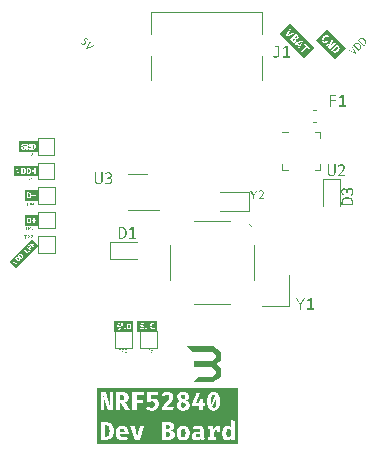
<source format=gbr>
%TF.GenerationSoftware,KiCad,Pcbnew,(6.99.0-1594-g5bf163de80)*%
%TF.CreationDate,2022-06-08T17:32:02-04:00*%
%TF.ProjectId,nrf52840,6e726635-3238-4343-902e-6b696361645f,v1.0*%
%TF.SameCoordinates,Original*%
%TF.FileFunction,Legend,Top*%
%TF.FilePolarity,Positive*%
%FSLAX46Y46*%
G04 Gerber Fmt 4.6, Leading zero omitted, Abs format (unit mm)*
G04 Created by KiCad (PCBNEW (6.99.0-1594-g5bf163de80)) date 2022-06-08 17:32:02*
%MOMM*%
%LPD*%
G01*
G04 APERTURE LIST*
%ADD10C,0.175000*%
%ADD11C,0.200000*%
%ADD12C,0.125000*%
%ADD13C,0.100000*%
%ADD14C,0.150000*%
%ADD15C,0.110000*%
%ADD16C,0.075000*%
%ADD17C,0.130000*%
%ADD18C,0.120000*%
G04 APERTURE END LIST*
D10*
G36*
X173297748Y-84516032D02*
G01*
X172400386Y-85413395D01*
X171642414Y-84655423D01*
X172044594Y-84655423D01*
X172177457Y-84788286D01*
X172184135Y-84794856D01*
X172190843Y-84801238D01*
X172197579Y-84807433D01*
X172204344Y-84813439D01*
X172211138Y-84819258D01*
X172217961Y-84824888D01*
X172224812Y-84830331D01*
X172231693Y-84835586D01*
X172238602Y-84840652D01*
X172245540Y-84845531D01*
X172252507Y-84850222D01*
X172259502Y-84854725D01*
X172266527Y-84859039D01*
X172273580Y-84863166D01*
X172280662Y-84867105D01*
X172287772Y-84870856D01*
X172294912Y-84874419D01*
X172302080Y-84877795D01*
X172309278Y-84880982D01*
X172316504Y-84883981D01*
X172323759Y-84886792D01*
X172331042Y-84889415D01*
X172338355Y-84891851D01*
X172345696Y-84894098D01*
X172353066Y-84896158D01*
X172360465Y-84898029D01*
X172367892Y-84899713D01*
X172375349Y-84901208D01*
X172382834Y-84902516D01*
X172390348Y-84903636D01*
X172397891Y-84904567D01*
X172405463Y-84905311D01*
X172413074Y-84905808D01*
X172420719Y-84906012D01*
X172428398Y-84905926D01*
X172436111Y-84905547D01*
X172443859Y-84904877D01*
X172451641Y-84903916D01*
X172459457Y-84902662D01*
X172467308Y-84901118D01*
X172475192Y-84899281D01*
X172483111Y-84897153D01*
X172491064Y-84894734D01*
X172499052Y-84892022D01*
X172507073Y-84889019D01*
X172515129Y-84885725D01*
X172523219Y-84882139D01*
X172531344Y-84878261D01*
X172539502Y-84874092D01*
X172547695Y-84869631D01*
X172555922Y-84864878D01*
X172564183Y-84859834D01*
X172572479Y-84854498D01*
X172580809Y-84848871D01*
X172589173Y-84842952D01*
X172597571Y-84836742D01*
X172606004Y-84830239D01*
X172614470Y-84823446D01*
X172622971Y-84816360D01*
X172631506Y-84808983D01*
X172640076Y-84801315D01*
X172648679Y-84793354D01*
X172657317Y-84785102D01*
X172665990Y-84776559D01*
X172671945Y-84770538D01*
X172677751Y-84764534D01*
X172683409Y-84758547D01*
X172688918Y-84752577D01*
X172694278Y-84746624D01*
X172699489Y-84740687D01*
X172704552Y-84734768D01*
X172709466Y-84728866D01*
X172714231Y-84722981D01*
X172718848Y-84717113D01*
X172723315Y-84711262D01*
X172727634Y-84705428D01*
X172731804Y-84699611D01*
X172735826Y-84693811D01*
X172739698Y-84688028D01*
X172743422Y-84682262D01*
X172750424Y-84670780D01*
X172756830Y-84659367D01*
X172762641Y-84648022D01*
X172767858Y-84636745D01*
X172772479Y-84625536D01*
X172776506Y-84614395D01*
X172779937Y-84603322D01*
X172782773Y-84592316D01*
X172785115Y-84581384D01*
X172787033Y-84570557D01*
X172788526Y-84559838D01*
X172789596Y-84549225D01*
X172790242Y-84538719D01*
X172790463Y-84528320D01*
X172790261Y-84518028D01*
X172789634Y-84507842D01*
X172788583Y-84497763D01*
X172787108Y-84487790D01*
X172785209Y-84477925D01*
X172782886Y-84468166D01*
X172780139Y-84458514D01*
X172776968Y-84448968D01*
X172773373Y-84439530D01*
X172769354Y-84430198D01*
X172764976Y-84420930D01*
X172760306Y-84411686D01*
X172755342Y-84402464D01*
X172750086Y-84393264D01*
X172744538Y-84384088D01*
X172738696Y-84374934D01*
X172732562Y-84365803D01*
X172726134Y-84356694D01*
X172719414Y-84347608D01*
X172712401Y-84338545D01*
X172705096Y-84329504D01*
X172697498Y-84320486D01*
X172689606Y-84311491D01*
X172681422Y-84302518D01*
X172672946Y-84293568D01*
X172664176Y-84284641D01*
X172539776Y-84160241D01*
X172044594Y-84655423D01*
X171642414Y-84655423D01*
X171216384Y-84229393D01*
X171618564Y-84229393D01*
X171717697Y-84328526D01*
X171903511Y-84142712D01*
X171909321Y-84136867D01*
X171915144Y-84130939D01*
X171920981Y-84124929D01*
X171926832Y-84118835D01*
X171932697Y-84112658D01*
X171938575Y-84106398D01*
X171944467Y-84100055D01*
X171950372Y-84093629D01*
X171956292Y-84087119D01*
X171962225Y-84080527D01*
X171968171Y-84073851D01*
X171974132Y-84067092D01*
X171980106Y-84060250D01*
X171986094Y-84053326D01*
X171992095Y-84046317D01*
X171998110Y-84039226D01*
X172004139Y-84032052D01*
X172010182Y-84024795D01*
X172016238Y-84017454D01*
X172022308Y-84010030D01*
X172028392Y-84002524D01*
X172034489Y-83994934D01*
X172040600Y-83987261D01*
X172046725Y-83979505D01*
X172052863Y-83971665D01*
X172059015Y-83963743D01*
X172065181Y-83955738D01*
X172071361Y-83947649D01*
X172077554Y-83939477D01*
X172083761Y-83931223D01*
X172089982Y-83922885D01*
X172096216Y-83914464D01*
X171829645Y-84440474D01*
X171971091Y-84581920D01*
X172466273Y-84086738D01*
X172367139Y-83987604D01*
X172176973Y-84177771D01*
X172170449Y-84184329D01*
X172163965Y-84190918D01*
X172157519Y-84197537D01*
X172151113Y-84204186D01*
X172144746Y-84210866D01*
X172138418Y-84217575D01*
X172132130Y-84224315D01*
X172125880Y-84231085D01*
X172119670Y-84237885D01*
X172113499Y-84244716D01*
X172107367Y-84251577D01*
X172101275Y-84258468D01*
X172095221Y-84265389D01*
X172089207Y-84272340D01*
X172083232Y-84279322D01*
X172077296Y-84286334D01*
X172071399Y-84293376D01*
X172065542Y-84300448D01*
X172059724Y-84307551D01*
X172053945Y-84314683D01*
X172048205Y-84321846D01*
X172042504Y-84329039D01*
X172036843Y-84336263D01*
X172031220Y-84343517D01*
X172025637Y-84350800D01*
X172020093Y-84358114D01*
X172014589Y-84365459D01*
X172009123Y-84372833D01*
X172003697Y-84380238D01*
X171998310Y-84387673D01*
X171992962Y-84395138D01*
X171987653Y-84402634D01*
X172259060Y-83879525D01*
X172113746Y-83734211D01*
X171618564Y-84229393D01*
X171216384Y-84229393D01*
X170795293Y-83808302D01*
X171277330Y-83808302D01*
X171277363Y-83815844D01*
X171277625Y-83823353D01*
X171278116Y-83830828D01*
X171278838Y-83838268D01*
X171279788Y-83845675D01*
X171280968Y-83853048D01*
X171282378Y-83860386D01*
X171284017Y-83867691D01*
X171285886Y-83874961D01*
X171287984Y-83882198D01*
X171290312Y-83889401D01*
X171292869Y-83896569D01*
X171295656Y-83903704D01*
X171298672Y-83910805D01*
X171301917Y-83917871D01*
X171305393Y-83924904D01*
X171309097Y-83931903D01*
X171313032Y-83938867D01*
X171317195Y-83945798D01*
X171321589Y-83952694D01*
X171326212Y-83959557D01*
X171331064Y-83966386D01*
X171336146Y-83973180D01*
X171341457Y-83979941D01*
X171346998Y-83986668D01*
X171352768Y-83993360D01*
X171358768Y-84000019D01*
X171364997Y-84006643D01*
X171371456Y-84013234D01*
X171377512Y-84019194D01*
X171383621Y-84025014D01*
X171389783Y-84030694D01*
X171395998Y-84036234D01*
X171402265Y-84041635D01*
X171408586Y-84046895D01*
X171414959Y-84052016D01*
X171421385Y-84056998D01*
X171427865Y-84061839D01*
X171434397Y-84066541D01*
X171440982Y-84071103D01*
X171447619Y-84075525D01*
X171454310Y-84079807D01*
X171461054Y-84083949D01*
X171467850Y-84087952D01*
X171474700Y-84091815D01*
X171481602Y-84095550D01*
X171488559Y-84099169D01*
X171495569Y-84102672D01*
X171502634Y-84106058D01*
X171509752Y-84109328D01*
X171516924Y-84112482D01*
X171524150Y-84115520D01*
X171531429Y-84118442D01*
X171538763Y-84121248D01*
X171546150Y-84123937D01*
X171553591Y-84126510D01*
X171561086Y-84128967D01*
X171568635Y-84131308D01*
X171576237Y-84133533D01*
X171583894Y-84135642D01*
X171591604Y-84137634D01*
X171843789Y-83885449D01*
X171660393Y-83702053D01*
X171588461Y-83796955D01*
X171650238Y-83858731D01*
X171532487Y-83976482D01*
X171527087Y-83974830D01*
X171519140Y-83972051D01*
X171511376Y-83968911D01*
X171503794Y-83965410D01*
X171496395Y-83961547D01*
X171489179Y-83957323D01*
X171482146Y-83952738D01*
X171475295Y-83947791D01*
X171468628Y-83942484D01*
X171462142Y-83936815D01*
X171455840Y-83930784D01*
X171451785Y-83926594D01*
X171446133Y-83920233D01*
X171441000Y-83913784D01*
X171436386Y-83907245D01*
X171432290Y-83900616D01*
X171428713Y-83893899D01*
X171425654Y-83887092D01*
X171423114Y-83880197D01*
X171421093Y-83873211D01*
X171419589Y-83866137D01*
X171418605Y-83858973D01*
X171418395Y-83856559D01*
X171418153Y-83849186D01*
X171418492Y-83841616D01*
X171419410Y-83833848D01*
X171420908Y-83825882D01*
X171422987Y-83817718D01*
X171425646Y-83809357D01*
X171428885Y-83800798D01*
X171432704Y-83792042D01*
X171437103Y-83783088D01*
X171440359Y-83777008D01*
X171443872Y-83770841D01*
X171447659Y-83764566D01*
X171451735Y-83758161D01*
X171456102Y-83751626D01*
X171460759Y-83744963D01*
X171465706Y-83738169D01*
X171470942Y-83731247D01*
X171476469Y-83724195D01*
X171482286Y-83717013D01*
X171488392Y-83709703D01*
X171494789Y-83702262D01*
X171501475Y-83694693D01*
X171508452Y-83686994D01*
X171515718Y-83679166D01*
X171523274Y-83671208D01*
X171531121Y-83663121D01*
X171539257Y-83654904D01*
X171544968Y-83649253D01*
X171550646Y-83643756D01*
X171556291Y-83638412D01*
X171561904Y-83633221D01*
X171567484Y-83628183D01*
X171573030Y-83623298D01*
X171578544Y-83618567D01*
X171584026Y-83613989D01*
X171589474Y-83609564D01*
X171594890Y-83605293D01*
X171605622Y-83597209D01*
X171616224Y-83589739D01*
X171626694Y-83582881D01*
X171637032Y-83576637D01*
X171647240Y-83571006D01*
X171657316Y-83565987D01*
X171667261Y-83561581D01*
X171677075Y-83557789D01*
X171686757Y-83554609D01*
X171696308Y-83552043D01*
X171705728Y-83550089D01*
X171715010Y-83548713D01*
X171724117Y-83547851D01*
X171733050Y-83547501D01*
X171741807Y-83547664D01*
X171750390Y-83548339D01*
X171758799Y-83549528D01*
X171767032Y-83551229D01*
X171775091Y-83553444D01*
X171782975Y-83556171D01*
X171790685Y-83559411D01*
X171798219Y-83563164D01*
X171805579Y-83567430D01*
X171812764Y-83572208D01*
X171819775Y-83577500D01*
X171826610Y-83583304D01*
X171833271Y-83589621D01*
X171839365Y-83596021D01*
X171845013Y-83602587D01*
X171850215Y-83609319D01*
X171854972Y-83616218D01*
X171859282Y-83623283D01*
X171863147Y-83630514D01*
X171866566Y-83637911D01*
X171869540Y-83645474D01*
X171871516Y-83651336D01*
X171873884Y-83659544D01*
X171875946Y-83668202D01*
X171877291Y-83674991D01*
X171878465Y-83682032D01*
X171879466Y-83689327D01*
X171880295Y-83696874D01*
X171880952Y-83704674D01*
X171881437Y-83712727D01*
X171881750Y-83721033D01*
X172008205Y-83716923D01*
X172007826Y-83709426D01*
X172007295Y-83701989D01*
X172006610Y-83694609D01*
X172005772Y-83687289D01*
X172004781Y-83680026D01*
X172003637Y-83672823D01*
X172002341Y-83665678D01*
X172000891Y-83658591D01*
X171999288Y-83651563D01*
X171997532Y-83644594D01*
X171995624Y-83637683D01*
X171993562Y-83630831D01*
X171991347Y-83624037D01*
X171988979Y-83617302D01*
X171986458Y-83610626D01*
X171983784Y-83604008D01*
X171980936Y-83597441D01*
X171977861Y-83590887D01*
X171974559Y-83584346D01*
X171971030Y-83577819D01*
X171967275Y-83571305D01*
X171963293Y-83564804D01*
X171959084Y-83558316D01*
X171954649Y-83551842D01*
X171949987Y-83545381D01*
X171945098Y-83538933D01*
X171939983Y-83532498D01*
X171934641Y-83526076D01*
X171929072Y-83519668D01*
X171923277Y-83513273D01*
X171917255Y-83506891D01*
X171911006Y-83500522D01*
X171902809Y-83492563D01*
X171894476Y-83484944D01*
X171886008Y-83477666D01*
X171877405Y-83470730D01*
X171868667Y-83464134D01*
X171859794Y-83457879D01*
X171850786Y-83451965D01*
X171841643Y-83446392D01*
X171832365Y-83441160D01*
X171822952Y-83436269D01*
X171813404Y-83431719D01*
X171803720Y-83427510D01*
X171793902Y-83423642D01*
X171783948Y-83420115D01*
X171773860Y-83416928D01*
X171763636Y-83414083D01*
X171753332Y-83411592D01*
X171742971Y-83409497D01*
X171732553Y-83407799D01*
X171722079Y-83406497D01*
X171711548Y-83405592D01*
X171700960Y-83405084D01*
X171690316Y-83404973D01*
X171679615Y-83405258D01*
X171668857Y-83405940D01*
X171658043Y-83407018D01*
X171647172Y-83408494D01*
X171636244Y-83410366D01*
X171625260Y-83412634D01*
X171614219Y-83415300D01*
X171603121Y-83418362D01*
X171591967Y-83421820D01*
X171580839Y-83425687D01*
X171569762Y-83429971D01*
X171558735Y-83434674D01*
X171547757Y-83439796D01*
X171536830Y-83445336D01*
X171525953Y-83451294D01*
X171515126Y-83457671D01*
X171504349Y-83464466D01*
X171493622Y-83471679D01*
X171482945Y-83479311D01*
X171472318Y-83487361D01*
X171461741Y-83495830D01*
X171456472Y-83500221D01*
X171451215Y-83504717D01*
X171445970Y-83509318D01*
X171440738Y-83514023D01*
X171435518Y-83518833D01*
X171430311Y-83523747D01*
X171425117Y-83528766D01*
X171419935Y-83533889D01*
X171411986Y-83541945D01*
X171404266Y-83549988D01*
X171396774Y-83558019D01*
X171389509Y-83566038D01*
X171382472Y-83574043D01*
X171375663Y-83582037D01*
X171369082Y-83590017D01*
X171362729Y-83597986D01*
X171356604Y-83605941D01*
X171350706Y-83613885D01*
X171345037Y-83621815D01*
X171339595Y-83629734D01*
X171334381Y-83637639D01*
X171329395Y-83645532D01*
X171324637Y-83653413D01*
X171320106Y-83661281D01*
X171315804Y-83669137D01*
X171311729Y-83676980D01*
X171307882Y-83684811D01*
X171304264Y-83692629D01*
X171300873Y-83700434D01*
X171297709Y-83708227D01*
X171294774Y-83716008D01*
X171292067Y-83723776D01*
X171289587Y-83731531D01*
X171287335Y-83739274D01*
X171285311Y-83747005D01*
X171283515Y-83754723D01*
X171281947Y-83762428D01*
X171280607Y-83770121D01*
X171279494Y-83777802D01*
X171278609Y-83785470D01*
X171277954Y-83793114D01*
X171277527Y-83800725D01*
X171277330Y-83808302D01*
X170795293Y-83808302D01*
X170784792Y-83797801D01*
X171682155Y-82900439D01*
X173297748Y-84516032D01*
G37*
G36*
X172597805Y-84385104D02*
G01*
X172601974Y-84389376D01*
X172607881Y-84395823D01*
X172613370Y-84402316D01*
X172618444Y-84408857D01*
X172623100Y-84415444D01*
X172627341Y-84422078D01*
X172631164Y-84428758D01*
X172634572Y-84435486D01*
X172637562Y-84442260D01*
X172640137Y-84449080D01*
X172642294Y-84455948D01*
X172643483Y-84460606D01*
X172644793Y-84467775D01*
X172645536Y-84475163D01*
X172645711Y-84482769D01*
X172645319Y-84490595D01*
X172644360Y-84498640D01*
X172642833Y-84506903D01*
X172640738Y-84515385D01*
X172638077Y-84524086D01*
X172634848Y-84533006D01*
X172631051Y-84542145D01*
X172628195Y-84548369D01*
X172625005Y-84554709D01*
X172621481Y-84561165D01*
X172617624Y-84567737D01*
X172613434Y-84574426D01*
X172608911Y-84581230D01*
X172604054Y-84588151D01*
X172598863Y-84595188D01*
X172593339Y-84602341D01*
X172587482Y-84609610D01*
X172581291Y-84616995D01*
X172574767Y-84624497D01*
X172567910Y-84632115D01*
X172560719Y-84639849D01*
X172553195Y-84647699D01*
X172545337Y-84655665D01*
X172537470Y-84663428D01*
X172529706Y-84670881D01*
X172522045Y-84678022D01*
X172514487Y-84684853D01*
X172507031Y-84691374D01*
X172499679Y-84697583D01*
X172492430Y-84703482D01*
X172485283Y-84709070D01*
X172478240Y-84714347D01*
X172471299Y-84719314D01*
X172464461Y-84723970D01*
X172457727Y-84728315D01*
X172451095Y-84732349D01*
X172444566Y-84736073D01*
X172438141Y-84739486D01*
X172431818Y-84742588D01*
X172425604Y-84745392D01*
X172416446Y-84749123D01*
X172407480Y-84752282D01*
X172398708Y-84754869D01*
X172390130Y-84756885D01*
X172381744Y-84758329D01*
X172373552Y-84759201D01*
X172365554Y-84759502D01*
X172357749Y-84759231D01*
X172350137Y-84758388D01*
X172342719Y-84756974D01*
X172337885Y-84755742D01*
X172330698Y-84753521D01*
X172323587Y-84750854D01*
X172316553Y-84747741D01*
X172309596Y-84744181D01*
X172302715Y-84740175D01*
X172295910Y-84735723D01*
X172289182Y-84730825D01*
X172282531Y-84725480D01*
X172275956Y-84719689D01*
X172269457Y-84713452D01*
X172244553Y-84688548D01*
X172572901Y-84360200D01*
X172597805Y-84385104D01*
G37*
D11*
G36*
X164210328Y-118029394D02*
G01*
X152252303Y-118029394D01*
X152252303Y-117682500D01*
X152552303Y-117682500D01*
X152954937Y-117682500D01*
X152975013Y-117682335D01*
X152994847Y-117681843D01*
X153014440Y-117681022D01*
X153033791Y-117679872D01*
X153052902Y-117678394D01*
X153071772Y-117676588D01*
X153090400Y-117674453D01*
X153108787Y-117671989D01*
X153126934Y-117669198D01*
X153144838Y-117666078D01*
X153162502Y-117662629D01*
X153179925Y-117658852D01*
X153197107Y-117654746D01*
X153214047Y-117650312D01*
X153230746Y-117645550D01*
X153247204Y-117640459D01*
X153263421Y-117635040D01*
X153279397Y-117629292D01*
X153295132Y-117623216D01*
X153310625Y-117616812D01*
X153325878Y-117610079D01*
X153340889Y-117603017D01*
X153355659Y-117595627D01*
X153370188Y-117587909D01*
X153384476Y-117579862D01*
X153398523Y-117571487D01*
X153412328Y-117562783D01*
X153425893Y-117553751D01*
X153439216Y-117544391D01*
X153452298Y-117534702D01*
X153465139Y-117524684D01*
X153477739Y-117514338D01*
X153490023Y-117503558D01*
X153501918Y-117492285D01*
X153513422Y-117480518D01*
X153524536Y-117468257D01*
X153535261Y-117455502D01*
X153545595Y-117442253D01*
X153555540Y-117428511D01*
X153565094Y-117414275D01*
X153574259Y-117399545D01*
X153583033Y-117384322D01*
X153591418Y-117368605D01*
X153599412Y-117352394D01*
X153607017Y-117335689D01*
X153614231Y-117318491D01*
X153621056Y-117300799D01*
X153627491Y-117282613D01*
X153633535Y-117263933D01*
X153639190Y-117244760D01*
X153644455Y-117225093D01*
X153649329Y-117204932D01*
X153653814Y-117184278D01*
X153657909Y-117163129D01*
X153661614Y-117141488D01*
X153664928Y-117119352D01*
X153666201Y-117109506D01*
X153830182Y-117109506D01*
X153830446Y-117132280D01*
X153831241Y-117154717D01*
X153832564Y-117176817D01*
X153834418Y-117198578D01*
X153836800Y-117220002D01*
X153839713Y-117241088D01*
X153843155Y-117261836D01*
X153847126Y-117282247D01*
X153851627Y-117302319D01*
X153856657Y-117322054D01*
X153862217Y-117341452D01*
X153868306Y-117360511D01*
X153874925Y-117379233D01*
X153882074Y-117397617D01*
X153889752Y-117415663D01*
X153897959Y-117433372D01*
X153906732Y-117450624D01*
X153916014Y-117467392D01*
X153925805Y-117483677D01*
X153936107Y-117499478D01*
X153946917Y-117514795D01*
X153958237Y-117529628D01*
X153970067Y-117543978D01*
X153982406Y-117557844D01*
X153995254Y-117571226D01*
X154008612Y-117584125D01*
X154022480Y-117596540D01*
X154036857Y-117608471D01*
X154051743Y-117619918D01*
X154067139Y-117630882D01*
X154083044Y-117641362D01*
X154099459Y-117651359D01*
X154116401Y-117660808D01*
X154133794Y-117669648D01*
X154151640Y-117677878D01*
X154169939Y-117685499D01*
X154188689Y-117692510D01*
X154207892Y-117698911D01*
X154227547Y-117704703D01*
X154247654Y-117709885D01*
X154268213Y-117714458D01*
X154289225Y-117718420D01*
X154310688Y-117721773D01*
X154332604Y-117724517D01*
X154354973Y-117726651D01*
X154377793Y-117728175D01*
X154401066Y-117729089D01*
X154424791Y-117729394D01*
X154442190Y-117729228D01*
X154459401Y-117728730D01*
X154476422Y-117727900D01*
X154493255Y-117726738D01*
X154509899Y-117725244D01*
X154526354Y-117723418D01*
X154542620Y-117721260D01*
X154558697Y-117718770D01*
X154574585Y-117715947D01*
X154590284Y-117712793D01*
X154605795Y-117709307D01*
X154621116Y-117705489D01*
X154636249Y-117701339D01*
X154651192Y-117696856D01*
X154665947Y-117692042D01*
X154680513Y-117686896D01*
X154687719Y-117684232D01*
X154701950Y-117678719D01*
X154715940Y-117672960D01*
X154729690Y-117666955D01*
X154743200Y-117660704D01*
X154756469Y-117654207D01*
X154775922Y-117644000D01*
X154794834Y-117633239D01*
X154813206Y-117621923D01*
X154831036Y-117610055D01*
X154848325Y-117597632D01*
X154865073Y-117584655D01*
X154881281Y-117571125D01*
X154744627Y-117381714D01*
X154726181Y-117393205D01*
X154707756Y-117403954D01*
X154689350Y-117413962D01*
X154670965Y-117423228D01*
X154652599Y-117431753D01*
X154634254Y-117439537D01*
X154615928Y-117446580D01*
X154597623Y-117452881D01*
X154579338Y-117458441D01*
X154561073Y-117463259D01*
X154542827Y-117467336D01*
X154524602Y-117470672D01*
X154506397Y-117473267D01*
X154488212Y-117475120D01*
X154470047Y-117476232D01*
X154451902Y-117476603D01*
X154437778Y-117476354D01*
X154417210Y-117475046D01*
X154397382Y-117472619D01*
X154378295Y-117469070D01*
X154359949Y-117464401D01*
X154342343Y-117458612D01*
X154325477Y-117451701D01*
X154309353Y-117443671D01*
X154293969Y-117434520D01*
X154279325Y-117424248D01*
X154265422Y-117412855D01*
X154260966Y-117408779D01*
X154248255Y-117395716D01*
X154236529Y-117381405D01*
X154225788Y-117365843D01*
X154216032Y-117349033D01*
X154207262Y-117330973D01*
X154199477Y-117311664D01*
X154192678Y-117291105D01*
X154188692Y-117276705D01*
X154185144Y-117261750D01*
X154182034Y-117246240D01*
X154179362Y-117230174D01*
X154177129Y-117213553D01*
X154917917Y-117213553D01*
X154919096Y-117203428D01*
X154920802Y-117185824D01*
X154921936Y-117171084D01*
X154922863Y-117155759D01*
X154923584Y-117139851D01*
X154924099Y-117123359D01*
X154924409Y-117106283D01*
X154924512Y-117088623D01*
X154924254Y-117065511D01*
X154923481Y-117042793D01*
X154922193Y-117020471D01*
X154920390Y-116998543D01*
X154918072Y-116977011D01*
X154915238Y-116955873D01*
X154911889Y-116935131D01*
X154908025Y-116914783D01*
X154903646Y-116894831D01*
X154898752Y-116875273D01*
X154893342Y-116856111D01*
X154887417Y-116837343D01*
X154880977Y-116818970D01*
X154874022Y-116800993D01*
X154866552Y-116783410D01*
X154858566Y-116766222D01*
X154850151Y-116749483D01*
X154841301Y-116733244D01*
X154832016Y-116717506D01*
X154822296Y-116702269D01*
X154812141Y-116687533D01*
X154801551Y-116673298D01*
X154790525Y-116659563D01*
X154779065Y-116646330D01*
X154767170Y-116633597D01*
X154754839Y-116621365D01*
X154742074Y-116609635D01*
X154728873Y-116598405D01*
X154715237Y-116587676D01*
X154701167Y-116577448D01*
X154686661Y-116567720D01*
X154671720Y-116558494D01*
X154656445Y-116549798D01*
X154640843Y-116541664D01*
X154624914Y-116534091D01*
X154608660Y-116527078D01*
X154595240Y-116521857D01*
X155084613Y-116521857D01*
X155470394Y-117682500D01*
X155870831Y-117682500D01*
X157725000Y-117682500D01*
X158220325Y-117682500D01*
X158237462Y-117682402D01*
X158254391Y-117682109D01*
X158271110Y-117681620D01*
X158287621Y-117680937D01*
X158303923Y-117680058D01*
X158320016Y-117678983D01*
X158335900Y-117677714D01*
X158351575Y-117676248D01*
X158367041Y-117674588D01*
X158382298Y-117672732D01*
X158397346Y-117670681D01*
X158412185Y-117668435D01*
X158426815Y-117665993D01*
X158441237Y-117663356D01*
X158469452Y-117657495D01*
X158496832Y-117650853D01*
X158523377Y-117643430D01*
X158549085Y-117635226D01*
X158573958Y-117626240D01*
X158597995Y-117616472D01*
X158621196Y-117605924D01*
X158643561Y-117594594D01*
X158665091Y-117582482D01*
X158685587Y-117569380D01*
X158704761Y-117555171D01*
X158722613Y-117539854D01*
X158739142Y-117523429D01*
X158754349Y-117505896D01*
X158768234Y-117487256D01*
X158780796Y-117467508D01*
X158792036Y-117446653D01*
X158801954Y-117424689D01*
X158810549Y-117401618D01*
X158817822Y-117377440D01*
X158823772Y-117352153D01*
X158828401Y-117325759D01*
X158831706Y-117298258D01*
X158833690Y-117269648D01*
X158834186Y-117254928D01*
X158834351Y-117239931D01*
X158833970Y-117219551D01*
X158832828Y-117199809D01*
X158830925Y-117180705D01*
X158828260Y-117162239D01*
X158824834Y-117144412D01*
X158820647Y-117127223D01*
X158815698Y-117110672D01*
X158815543Y-117110239D01*
X158986026Y-117110239D01*
X158986282Y-117134208D01*
X158987051Y-117157757D01*
X158988331Y-117180885D01*
X158990125Y-117203593D01*
X158992430Y-117225879D01*
X158995248Y-117247745D01*
X158998578Y-117269191D01*
X159002421Y-117290215D01*
X159006776Y-117310819D01*
X159011643Y-117331002D01*
X159017022Y-117350764D01*
X159022914Y-117370105D01*
X159029318Y-117389026D01*
X159036235Y-117407526D01*
X159043664Y-117425605D01*
X159051605Y-117443264D01*
X159060077Y-117460453D01*
X159069007Y-117477124D01*
X159078396Y-117493277D01*
X159088242Y-117508912D01*
X159098546Y-117524028D01*
X159109308Y-117538627D01*
X159120527Y-117552708D01*
X159132205Y-117566270D01*
X159144341Y-117579315D01*
X159156935Y-117591842D01*
X159169987Y-117603850D01*
X159183496Y-117615340D01*
X159197464Y-117626313D01*
X159211889Y-117636767D01*
X159226773Y-117646703D01*
X159242115Y-117656121D01*
X159257925Y-117664994D01*
X159274126Y-117673295D01*
X159290715Y-117681023D01*
X159307694Y-117688178D01*
X159325062Y-117694761D01*
X159342819Y-117700772D01*
X159360965Y-117706210D01*
X159379501Y-117711076D01*
X159398426Y-117715369D01*
X159417740Y-117719090D01*
X159437444Y-117722239D01*
X159457537Y-117724815D01*
X159478019Y-117726818D01*
X159498890Y-117728249D01*
X159520151Y-117729108D01*
X159541801Y-117729394D01*
X159563273Y-117729104D01*
X159584367Y-117728232D01*
X159605084Y-117726779D01*
X159625423Y-117724746D01*
X159645384Y-117722131D01*
X159664968Y-117718936D01*
X159684173Y-117715159D01*
X159703001Y-117710801D01*
X159721451Y-117705862D01*
X159739523Y-117700343D01*
X159757217Y-117694242D01*
X159774533Y-117687560D01*
X159791472Y-117680297D01*
X159808033Y-117672453D01*
X159824216Y-117664028D01*
X159840021Y-117655022D01*
X159855407Y-117645471D01*
X159870332Y-117635410D01*
X159884796Y-117624840D01*
X159898800Y-117613760D01*
X159912342Y-117602171D01*
X159925424Y-117590073D01*
X159938045Y-117577465D01*
X159950205Y-117564347D01*
X159961904Y-117550720D01*
X159973143Y-117536583D01*
X159983921Y-117521937D01*
X159994238Y-117506782D01*
X160004094Y-117491117D01*
X160013489Y-117474943D01*
X160022423Y-117458259D01*
X160030897Y-117441065D01*
X160038927Y-117423407D01*
X160046439Y-117405328D01*
X160053433Y-117386828D01*
X160059571Y-117368892D01*
X160262073Y-117368892D01*
X160262257Y-117382032D01*
X160263227Y-117401389D01*
X160265026Y-117420320D01*
X160267657Y-117438826D01*
X160271119Y-117456908D01*
X160275411Y-117474564D01*
X160280534Y-117491795D01*
X160286488Y-117508602D01*
X160293272Y-117524983D01*
X160300888Y-117540939D01*
X160309334Y-117556470D01*
X160315400Y-117566498D01*
X160325096Y-117581019D01*
X160335506Y-117594916D01*
X160346631Y-117608187D01*
X160358471Y-117620834D01*
X160371026Y-117632857D01*
X160384295Y-117644255D01*
X160398280Y-117655028D01*
X160412979Y-117665176D01*
X160428393Y-117674700D01*
X160444522Y-117683599D01*
X160455623Y-117689144D01*
X160472688Y-117696792D01*
X160490249Y-117703634D01*
X160508306Y-117709672D01*
X160526858Y-117714904D01*
X160545907Y-117719332D01*
X160565451Y-117722954D01*
X160585491Y-117725772D01*
X160606027Y-117727784D01*
X160627059Y-117728992D01*
X160648587Y-117729394D01*
X160662555Y-117729237D01*
X160683334Y-117728410D01*
X160703908Y-117726875D01*
X160724276Y-117724632D01*
X160744437Y-117721680D01*
X160764392Y-117718020D01*
X160784142Y-117713652D01*
X160803685Y-117708575D01*
X160823022Y-117702790D01*
X160842153Y-117696296D01*
X160861078Y-117689094D01*
X160873527Y-117683909D01*
X160891659Y-117675579D01*
X160909141Y-117666586D01*
X160925972Y-117656929D01*
X160942152Y-117646609D01*
X160957682Y-117635625D01*
X160972562Y-117623979D01*
X160986791Y-117611668D01*
X161000370Y-117598695D01*
X161013298Y-117585058D01*
X161025576Y-117570758D01*
X161028032Y-117575145D01*
X161035742Y-117587909D01*
X161046825Y-117604006D01*
X161058823Y-117619050D01*
X161071738Y-117633040D01*
X161085568Y-117645978D01*
X161100314Y-117657862D01*
X161115976Y-117668692D01*
X161132554Y-117678469D01*
X161141258Y-117682989D01*
X161154840Y-117689371D01*
X161169053Y-117695276D01*
X161183897Y-117700705D01*
X161199373Y-117705658D01*
X161215479Y-117710134D01*
X161232217Y-117714133D01*
X161249585Y-117717655D01*
X161267585Y-117720702D01*
X161286216Y-117723271D01*
X161305478Y-117725364D01*
X161318515Y-117682500D01*
X161639236Y-117682500D01*
X162356577Y-117682500D01*
X162356577Y-117448026D01*
X162130164Y-117448026D01*
X162130164Y-117116467D01*
X162132828Y-117108655D01*
X162133048Y-117108040D01*
X162854833Y-117108040D01*
X162854853Y-117110605D01*
X162855013Y-117131611D01*
X162855554Y-117154786D01*
X162856456Y-117177567D01*
X162857718Y-117199952D01*
X162859341Y-117221942D01*
X162861324Y-117243538D01*
X162863668Y-117264738D01*
X162866373Y-117285544D01*
X162869439Y-117305954D01*
X162872865Y-117325970D01*
X162876651Y-117345590D01*
X162880799Y-117364816D01*
X162885307Y-117383646D01*
X162890175Y-117402082D01*
X162895405Y-117420123D01*
X162900995Y-117437768D01*
X162906997Y-117454969D01*
X162913371Y-117471674D01*
X162920117Y-117487884D01*
X162927235Y-117503599D01*
X162934726Y-117518819D01*
X162942588Y-117533544D01*
X162950823Y-117547773D01*
X162959430Y-117561508D01*
X162968408Y-117574747D01*
X162977759Y-117587491D01*
X162987482Y-117599740D01*
X162997577Y-117611494D01*
X163008044Y-117622752D01*
X163018884Y-117633515D01*
X163030095Y-117643784D01*
X163041678Y-117653557D01*
X163053624Y-117662740D01*
X163065921Y-117671331D01*
X163078571Y-117679330D01*
X163091573Y-117686736D01*
X163104926Y-117693549D01*
X163118632Y-117699770D01*
X163132690Y-117705399D01*
X163147100Y-117710435D01*
X163161862Y-117714878D01*
X163176976Y-117718729D01*
X163192442Y-117721988D01*
X163208260Y-117724654D01*
X163224430Y-117726728D01*
X163240952Y-117728209D01*
X163257826Y-117729098D01*
X163275052Y-117729394D01*
X163288140Y-117729218D01*
X163307390Y-117728294D01*
X163326183Y-117726578D01*
X163344519Y-117724069D01*
X163362397Y-117720769D01*
X163379819Y-117716676D01*
X163396783Y-117711791D01*
X163413289Y-117706115D01*
X163429339Y-117699646D01*
X163444931Y-117692385D01*
X163460066Y-117684331D01*
X163469940Y-117678585D01*
X163484336Y-117669543D01*
X163498237Y-117659991D01*
X163511642Y-117649931D01*
X163524551Y-117639362D01*
X163536964Y-117628284D01*
X163548881Y-117616697D01*
X163560302Y-117604602D01*
X163571228Y-117591998D01*
X163581657Y-117578885D01*
X163591591Y-117565263D01*
X163608810Y-117692758D01*
X163910328Y-117692758D01*
X163910328Y-116070130D01*
X163569976Y-116034227D01*
X163569976Y-116599527D01*
X163556598Y-116586484D01*
X163542842Y-116574282D01*
X163528708Y-116562922D01*
X163514197Y-116552403D01*
X163499307Y-116542726D01*
X163484040Y-116533890D01*
X163468395Y-116525896D01*
X163452373Y-116518743D01*
X163435972Y-116512432D01*
X163419194Y-116506962D01*
X163402038Y-116502334D01*
X163384504Y-116498548D01*
X163366592Y-116495602D01*
X163348302Y-116493499D01*
X163329635Y-116492236D01*
X163310590Y-116491816D01*
X163293329Y-116492123D01*
X163276352Y-116493046D01*
X163259658Y-116494585D01*
X163243247Y-116496739D01*
X163227120Y-116499508D01*
X163211276Y-116502892D01*
X163195716Y-116506892D01*
X163180439Y-116511508D01*
X163165445Y-116516738D01*
X163150735Y-116522584D01*
X163136308Y-116529046D01*
X163122164Y-116536123D01*
X163108304Y-116543815D01*
X163094727Y-116552123D01*
X163081433Y-116561046D01*
X163068423Y-116570584D01*
X163055783Y-116580670D01*
X163043510Y-116591238D01*
X163031603Y-116602286D01*
X163020063Y-116613815D01*
X163008889Y-116625825D01*
X162998081Y-116638316D01*
X162987640Y-116651287D01*
X162977565Y-116664740D01*
X162967856Y-116678673D01*
X162958514Y-116693087D01*
X162949538Y-116707982D01*
X162940928Y-116723358D01*
X162932685Y-116739215D01*
X162924808Y-116755552D01*
X162917298Y-116772371D01*
X162910154Y-116789670D01*
X162903455Y-116807314D01*
X162897188Y-116825259D01*
X162891353Y-116843504D01*
X162885951Y-116862050D01*
X162880980Y-116880896D01*
X162876442Y-116900043D01*
X162872337Y-116919490D01*
X162868663Y-116939238D01*
X162865421Y-116959286D01*
X162862612Y-116979635D01*
X162860235Y-117000285D01*
X162858290Y-117021235D01*
X162856778Y-117042485D01*
X162855697Y-117064037D01*
X162855049Y-117085888D01*
X162854833Y-117108040D01*
X162133048Y-117108040D01*
X162138338Y-117093285D01*
X162144091Y-117078252D01*
X162150087Y-117063558D01*
X162156327Y-117049201D01*
X162162810Y-117035182D01*
X162169536Y-117021500D01*
X162176505Y-117008157D01*
X162183718Y-116995151D01*
X162194993Y-116976275D01*
X162206816Y-116958159D01*
X162219186Y-116940804D01*
X162232104Y-116924208D01*
X162245569Y-116908372D01*
X162254811Y-116898281D01*
X162268985Y-116884116D01*
X162283533Y-116871117D01*
X162298455Y-116859284D01*
X162313750Y-116848616D01*
X162329418Y-116839114D01*
X162345460Y-116830777D01*
X162361876Y-116823606D01*
X162378665Y-116817601D01*
X162395828Y-116812761D01*
X162413364Y-116809087D01*
X162413364Y-117002527D01*
X162626588Y-117002527D01*
X162690335Y-116533581D01*
X162679509Y-116527903D01*
X162663028Y-116520071D01*
X162646257Y-116513065D01*
X162629196Y-116506882D01*
X162611846Y-116501524D01*
X162594206Y-116496991D01*
X162576276Y-116493281D01*
X162558056Y-116490396D01*
X162539546Y-116488335D01*
X162520747Y-116487099D01*
X162501657Y-116486687D01*
X162484604Y-116486990D01*
X162467883Y-116487900D01*
X162451494Y-116489417D01*
X162435437Y-116491541D01*
X162419712Y-116494271D01*
X162404319Y-116497609D01*
X162389258Y-116501553D01*
X162374529Y-116506104D01*
X162360132Y-116511262D01*
X162346067Y-116517026D01*
X162332334Y-116523397D01*
X162318933Y-116530375D01*
X162305864Y-116537960D01*
X162293128Y-116546152D01*
X162280723Y-116554950D01*
X162268650Y-116564356D01*
X162256875Y-116574335D01*
X162245363Y-116584947D01*
X162234114Y-116596191D01*
X162223129Y-116608068D01*
X162212407Y-116620577D01*
X162201949Y-116633719D01*
X162191753Y-116647493D01*
X162181821Y-116661900D01*
X162172153Y-116676940D01*
X162162748Y-116692612D01*
X162153606Y-116708917D01*
X162144727Y-116725854D01*
X162136112Y-116743423D01*
X162127760Y-116761626D01*
X162119671Y-116780461D01*
X162111846Y-116799928D01*
X162049564Y-116533581D01*
X161639236Y-116533581D01*
X161639236Y-116768054D01*
X161789812Y-116768054D01*
X161789812Y-117448026D01*
X161639236Y-117448026D01*
X161639236Y-117682500D01*
X161318515Y-117682500D01*
X161375454Y-117495287D01*
X161363212Y-117490121D01*
X161350058Y-117482977D01*
X161336827Y-117473340D01*
X161325875Y-117462300D01*
X161317202Y-117449858D01*
X161310492Y-117435084D01*
X161306053Y-117419826D01*
X161303279Y-117405281D01*
X161301345Y-117389071D01*
X161300252Y-117371199D01*
X161299983Y-117355703D01*
X161299983Y-116901411D01*
X161299499Y-116876517D01*
X161298048Y-116852392D01*
X161295629Y-116829038D01*
X161292243Y-116806454D01*
X161287890Y-116784639D01*
X161282569Y-116763595D01*
X161276281Y-116743320D01*
X161269025Y-116723816D01*
X161260802Y-116705081D01*
X161251611Y-116687116D01*
X161241453Y-116669922D01*
X161230328Y-116653497D01*
X161218235Y-116637842D01*
X161205174Y-116622957D01*
X161191147Y-116608842D01*
X161176152Y-116595497D01*
X161160173Y-116582942D01*
X161143196Y-116571196D01*
X161125220Y-116560261D01*
X161106245Y-116550136D01*
X161086271Y-116540821D01*
X161065298Y-116532316D01*
X161043326Y-116524621D01*
X161020355Y-116517736D01*
X160996385Y-116511661D01*
X160971417Y-116506396D01*
X160945449Y-116501941D01*
X160918483Y-116498296D01*
X160890518Y-116495461D01*
X160861553Y-116493436D01*
X160846697Y-116492727D01*
X160831590Y-116492221D01*
X160816234Y-116491917D01*
X160800628Y-116491816D01*
X160788139Y-116491904D01*
X160769110Y-116492370D01*
X160749726Y-116493235D01*
X160729989Y-116494500D01*
X160709897Y-116496163D01*
X160689451Y-116498226D01*
X160668651Y-116500689D01*
X160647497Y-116503550D01*
X160625988Y-116506811D01*
X160611453Y-116509206D01*
X160596759Y-116511780D01*
X160581909Y-116514530D01*
X160567025Y-116517445D01*
X160552233Y-116520512D01*
X160537533Y-116523731D01*
X160522924Y-116527101D01*
X160508407Y-116530623D01*
X160493981Y-116534297D01*
X160479647Y-116538122D01*
X160465405Y-116542099D01*
X160451254Y-116546228D01*
X160437195Y-116550508D01*
X160416278Y-116557213D01*
X160395567Y-116564260D01*
X160375062Y-116571648D01*
X160354763Y-116579377D01*
X160433165Y-116811652D01*
X160443530Y-116807811D01*
X160459138Y-116802242D01*
X160474816Y-116796905D01*
X160490565Y-116791801D01*
X160506385Y-116786928D01*
X160522275Y-116782287D01*
X160538237Y-116777877D01*
X160554269Y-116773700D01*
X160570373Y-116769754D01*
X160586547Y-116766041D01*
X160602791Y-116762559D01*
X160613529Y-116760385D01*
X160629201Y-116757387D01*
X160644351Y-116754705D01*
X160663740Y-116751619D01*
X160682201Y-116749095D01*
X160699735Y-116747131D01*
X160716341Y-116745729D01*
X160732021Y-116744887D01*
X160746773Y-116744607D01*
X160774145Y-116745343D01*
X160799752Y-116747549D01*
X160823593Y-116751227D01*
X160845668Y-116756376D01*
X160865977Y-116762997D01*
X160884520Y-116771088D01*
X160901297Y-116780651D01*
X160916308Y-116791685D01*
X160929553Y-116804190D01*
X160941032Y-116818166D01*
X160950744Y-116833613D01*
X160958691Y-116850532D01*
X160964872Y-116868922D01*
X160969287Y-116888783D01*
X160971936Y-116910115D01*
X160972819Y-116932918D01*
X160972819Y-116979080D01*
X160818580Y-116979080D01*
X160796841Y-116979259D01*
X160775498Y-116979796D01*
X160754549Y-116980690D01*
X160733996Y-116981942D01*
X160713837Y-116983552D01*
X160694073Y-116985520D01*
X160674705Y-116987846D01*
X160655731Y-116990529D01*
X160637152Y-116993570D01*
X160618969Y-116996969D01*
X160601180Y-117000726D01*
X160583786Y-117004840D01*
X160566788Y-117009312D01*
X160550184Y-117014142D01*
X160533975Y-117019330D01*
X160518161Y-117024876D01*
X160502777Y-117030763D01*
X160487856Y-117036977D01*
X160473399Y-117043517D01*
X160459406Y-117050384D01*
X160445876Y-117057577D01*
X160432810Y-117065096D01*
X160420208Y-117072941D01*
X160402173Y-117085321D01*
X160385183Y-117098435D01*
X160369235Y-117112283D01*
X160354331Y-117126865D01*
X160340470Y-117142182D01*
X160327652Y-117158232D01*
X160319711Y-117169316D01*
X160308759Y-117186463D01*
X160298961Y-117204234D01*
X160290315Y-117222630D01*
X160282822Y-117241650D01*
X160276482Y-117261295D01*
X160271295Y-117281565D01*
X160267260Y-117302460D01*
X160264378Y-117323979D01*
X160263241Y-117337018D01*
X160263097Y-117338672D01*
X160262329Y-117353643D01*
X160262073Y-117368892D01*
X160059571Y-117368892D01*
X160059908Y-117367907D01*
X160065866Y-117348566D01*
X160071306Y-117328803D01*
X160076227Y-117308620D01*
X160080631Y-117288017D01*
X160084516Y-117266992D01*
X160087884Y-117245547D01*
X160090733Y-117223681D01*
X160093064Y-117201395D01*
X160094877Y-117178687D01*
X160096173Y-117155559D01*
X160096950Y-117132010D01*
X160097209Y-117108040D01*
X160096953Y-117084961D01*
X160096184Y-117062251D01*
X160094903Y-117039909D01*
X160093110Y-117017938D01*
X160090805Y-116996335D01*
X160087987Y-116975102D01*
X160084656Y-116954237D01*
X160080814Y-116933743D01*
X160076459Y-116913617D01*
X160071592Y-116893860D01*
X160066212Y-116874473D01*
X160060320Y-116855455D01*
X160053916Y-116836806D01*
X160047000Y-116818527D01*
X160039571Y-116800616D01*
X160031630Y-116783075D01*
X160023197Y-116765920D01*
X160014296Y-116749261D01*
X160004925Y-116733097D01*
X159995085Y-116717427D01*
X159984775Y-116702253D01*
X159973996Y-116687574D01*
X159962747Y-116673391D01*
X159951029Y-116659702D01*
X159938842Y-116646509D01*
X159926185Y-116633810D01*
X159913059Y-116621607D01*
X159899464Y-116609899D01*
X159885399Y-116598687D01*
X159870864Y-116587969D01*
X159855861Y-116577747D01*
X159840387Y-116568019D01*
X159824538Y-116558792D01*
X159808313Y-116550159D01*
X159791714Y-116542122D01*
X159774740Y-116534680D01*
X159757390Y-116527834D01*
X159739666Y-116521583D01*
X159721567Y-116515927D01*
X159703092Y-116510867D01*
X159684243Y-116506401D01*
X159665019Y-116502532D01*
X159645420Y-116499257D01*
X159625446Y-116496578D01*
X159605097Y-116494495D01*
X159584373Y-116493006D01*
X159563274Y-116492113D01*
X159541801Y-116491816D01*
X159520414Y-116492118D01*
X159499394Y-116493023D01*
X159478740Y-116494533D01*
X159458453Y-116496647D01*
X159438532Y-116499365D01*
X159418977Y-116502686D01*
X159399789Y-116506612D01*
X159380967Y-116511141D01*
X159362511Y-116516275D01*
X159344422Y-116522012D01*
X159326699Y-116528353D01*
X159309342Y-116535298D01*
X159292352Y-116542848D01*
X159275728Y-116551001D01*
X159259471Y-116559758D01*
X159243580Y-116569118D01*
X159228148Y-116578980D01*
X159213177Y-116589331D01*
X159198667Y-116600172D01*
X159184618Y-116611502D01*
X159171030Y-116623322D01*
X159157902Y-116635631D01*
X159145236Y-116648429D01*
X159133030Y-116661717D01*
X159121284Y-116675494D01*
X159110000Y-116689761D01*
X159099177Y-116704517D01*
X159088814Y-116719763D01*
X159078912Y-116735498D01*
X159069471Y-116751722D01*
X159060491Y-116768436D01*
X159051971Y-116785640D01*
X159043986Y-116803265D01*
X159036516Y-116821246D01*
X159029560Y-116839581D01*
X159023120Y-116858271D01*
X159017196Y-116877317D01*
X159011786Y-116896717D01*
X159006892Y-116916472D01*
X159002512Y-116936582D01*
X158998648Y-116957047D01*
X158995300Y-116977867D01*
X158992466Y-116999041D01*
X158990148Y-117020571D01*
X158988344Y-117042455D01*
X158987056Y-117064695D01*
X158986284Y-117087289D01*
X158986034Y-117109506D01*
X158986026Y-117110239D01*
X158815543Y-117110239D01*
X158809988Y-117094760D01*
X158803516Y-117079485D01*
X158796284Y-117064849D01*
X158788289Y-117050852D01*
X158779534Y-117037492D01*
X158770017Y-117024771D01*
X158759739Y-117012688D01*
X158748699Y-117001244D01*
X158736898Y-116990437D01*
X158724538Y-116980141D01*
X158711819Y-116970316D01*
X158698743Y-116960964D01*
X158685310Y-116952084D01*
X158671518Y-116943676D01*
X158657369Y-116935740D01*
X158642861Y-116928277D01*
X158627996Y-116921286D01*
X158612774Y-116914767D01*
X158597193Y-116908721D01*
X158581255Y-116903147D01*
X158564959Y-116898045D01*
X158548305Y-116893415D01*
X158531293Y-116889258D01*
X158513924Y-116885573D01*
X158496197Y-116882360D01*
X158510830Y-116878306D01*
X158525145Y-116873836D01*
X158539143Y-116868952D01*
X158552823Y-116863652D01*
X158572747Y-116854925D01*
X158591957Y-116845264D01*
X158610451Y-116834669D01*
X158628231Y-116823141D01*
X158645296Y-116810678D01*
X158661646Y-116797282D01*
X158677281Y-116782952D01*
X158692202Y-116767688D01*
X158701607Y-116757020D01*
X158714577Y-116740343D01*
X158726182Y-116722854D01*
X158736422Y-116704554D01*
X158745296Y-116685442D01*
X158752805Y-116665519D01*
X158758949Y-116644784D01*
X158762286Y-116630510D01*
X158765017Y-116615876D01*
X158767140Y-116600881D01*
X158768657Y-116585525D01*
X158769568Y-116569808D01*
X158769871Y-116553731D01*
X158769254Y-116528177D01*
X158767404Y-116503539D01*
X158764320Y-116479817D01*
X158760002Y-116457011D01*
X158754451Y-116435121D01*
X158747666Y-116414146D01*
X158739647Y-116394088D01*
X158730395Y-116374945D01*
X158719910Y-116356719D01*
X158708190Y-116339408D01*
X158695237Y-116323013D01*
X158681051Y-116307534D01*
X158665630Y-116292971D01*
X158648977Y-116279324D01*
X158631089Y-116266593D01*
X158611968Y-116254778D01*
X158602003Y-116249165D01*
X158581498Y-116238475D01*
X158560226Y-116228497D01*
X158538187Y-116219232D01*
X158515381Y-116210680D01*
X158491808Y-116202840D01*
X158467467Y-116195714D01*
X158442360Y-116189299D01*
X158416485Y-116183598D01*
X158389844Y-116178609D01*
X158362435Y-116174333D01*
X158334260Y-116170769D01*
X158305317Y-116167918D01*
X158290558Y-116166760D01*
X158275607Y-116165780D01*
X158260464Y-116164979D01*
X158245130Y-116164355D01*
X158229604Y-116163910D01*
X158213886Y-116163642D01*
X158197976Y-116163553D01*
X157725000Y-116163553D01*
X157725000Y-117682500D01*
X155870831Y-117682500D01*
X156252216Y-116521857D01*
X155907467Y-116521857D01*
X155674826Y-117419084D01*
X155452076Y-116521857D01*
X155084613Y-116521857D01*
X154595240Y-116521857D01*
X154592079Y-116520627D01*
X154575172Y-116514736D01*
X154557938Y-116509407D01*
X154540379Y-116504638D01*
X154522493Y-116500431D01*
X154504280Y-116496784D01*
X154485742Y-116493699D01*
X154466877Y-116491174D01*
X154447686Y-116489211D01*
X154428168Y-116487809D01*
X154408324Y-116486967D01*
X154388154Y-116486687D01*
X154366545Y-116487009D01*
X154345313Y-116487975D01*
X154324458Y-116489585D01*
X154303982Y-116491839D01*
X154283884Y-116494737D01*
X154264163Y-116498279D01*
X154244820Y-116502465D01*
X154225855Y-116507295D01*
X154207268Y-116512769D01*
X154189058Y-116518887D01*
X154171227Y-116525649D01*
X154153773Y-116533054D01*
X154136697Y-116541104D01*
X154119999Y-116549798D01*
X154103678Y-116559136D01*
X154087736Y-116569118D01*
X154072217Y-116579654D01*
X154057167Y-116590654D01*
X154042587Y-116602117D01*
X154028476Y-116614044D01*
X154014835Y-116626434D01*
X154001663Y-116639289D01*
X153988960Y-116652607D01*
X153976727Y-116666388D01*
X153964964Y-116680633D01*
X153953669Y-116695342D01*
X153942844Y-116710515D01*
X153932489Y-116726151D01*
X153922603Y-116742251D01*
X153913186Y-116758815D01*
X153904239Y-116775842D01*
X153895761Y-116793333D01*
X153887820Y-116811184D01*
X153880391Y-116829289D01*
X153873474Y-116847648D01*
X153867070Y-116866263D01*
X153861178Y-116885132D01*
X153855798Y-116904256D01*
X153850931Y-116923635D01*
X153846576Y-116943268D01*
X153842734Y-116963156D01*
X153839404Y-116983299D01*
X153836748Y-117002527D01*
X153836586Y-117003697D01*
X153834280Y-117024349D01*
X153832487Y-117045256D01*
X153831206Y-117066418D01*
X153830438Y-117087834D01*
X153830182Y-117109506D01*
X153666201Y-117109506D01*
X153667853Y-117096722D01*
X153670388Y-117073599D01*
X153672533Y-117049982D01*
X153674288Y-117025872D01*
X153675653Y-117001267D01*
X153676628Y-116976169D01*
X153677213Y-116950577D01*
X153677408Y-116924492D01*
X153677308Y-116906345D01*
X153677008Y-116888449D01*
X153676509Y-116870805D01*
X153675811Y-116853411D01*
X153674912Y-116836269D01*
X153673814Y-116819378D01*
X153672516Y-116802738D01*
X153671019Y-116786350D01*
X153669322Y-116770212D01*
X153667426Y-116754326D01*
X153665329Y-116738690D01*
X153663034Y-116723306D01*
X153660538Y-116708173D01*
X153657843Y-116693292D01*
X153654948Y-116678661D01*
X153651854Y-116664282D01*
X153645066Y-116636276D01*
X153637480Y-116609275D01*
X153629095Y-116583279D01*
X153619911Y-116558288D01*
X153609929Y-116534301D01*
X153599149Y-116511319D01*
X153587570Y-116489341D01*
X153575192Y-116468368D01*
X153562175Y-116448254D01*
X153548676Y-116428944D01*
X153534697Y-116410438D01*
X153520237Y-116392737D01*
X153505297Y-116375840D01*
X153489875Y-116359747D01*
X153473972Y-116344458D01*
X153457589Y-116329974D01*
X153440725Y-116316294D01*
X153423380Y-116303419D01*
X153405554Y-116291347D01*
X153387247Y-116280080D01*
X153368460Y-116269617D01*
X153349191Y-116259959D01*
X153329442Y-116251104D01*
X153309212Y-116243054D01*
X153288536Y-116235645D01*
X153267452Y-116228715D01*
X153245958Y-116222262D01*
X153224055Y-116216287D01*
X153201742Y-116210790D01*
X153179021Y-116205771D01*
X153155890Y-116201230D01*
X153132349Y-116197167D01*
X153108400Y-116193582D01*
X153084041Y-116190475D01*
X153059272Y-116187846D01*
X153034095Y-116185695D01*
X153008508Y-116184022D01*
X152982512Y-116182827D01*
X152956107Y-116182110D01*
X152929292Y-116181871D01*
X152552303Y-116181871D01*
X152552303Y-117682500D01*
X152252303Y-117682500D01*
X152252303Y-115162500D01*
X152552303Y-115162500D01*
X152852722Y-115162500D01*
X152852722Y-114599398D01*
X152852669Y-114581739D01*
X152852511Y-114563933D01*
X152852248Y-114545981D01*
X152851880Y-114527882D01*
X152851407Y-114509637D01*
X152850828Y-114491244D01*
X152850145Y-114472705D01*
X152849356Y-114454020D01*
X152848462Y-114435187D01*
X152847462Y-114416208D01*
X152846358Y-114397083D01*
X152845148Y-114377810D01*
X152843833Y-114358391D01*
X152842413Y-114338825D01*
X152840888Y-114319113D01*
X152839258Y-114299254D01*
X152837522Y-114279248D01*
X152835681Y-114259095D01*
X152833735Y-114238796D01*
X152831684Y-114218350D01*
X152829528Y-114197758D01*
X152827267Y-114177018D01*
X152824900Y-114156132D01*
X152822428Y-114135100D01*
X152819851Y-114113920D01*
X152817169Y-114092594D01*
X152814381Y-114071121D01*
X152811489Y-114049502D01*
X152808491Y-114027736D01*
X152805388Y-114005823D01*
X152802179Y-113983764D01*
X152798866Y-113961557D01*
X153191975Y-115162500D01*
X153620621Y-115162500D01*
X153620621Y-115150409D01*
X153856193Y-115150409D01*
X154209369Y-115150409D01*
X154209369Y-114576317D01*
X154309752Y-114576317D01*
X154632519Y-115150409D01*
X155032223Y-115150409D01*
X155254972Y-115150409D01*
X155609246Y-115150409D01*
X155609246Y-114994705D01*
X156397296Y-114994705D01*
X156408082Y-115007128D01*
X156419192Y-115019211D01*
X156430625Y-115030953D01*
X156442382Y-115042355D01*
X156454462Y-115053416D01*
X156466865Y-115064136D01*
X156479592Y-115074516D01*
X156492642Y-115084556D01*
X156506016Y-115094254D01*
X156519713Y-115103612D01*
X156533734Y-115112630D01*
X156548078Y-115121306D01*
X156562745Y-115129643D01*
X156577736Y-115137638D01*
X156593050Y-115145293D01*
X156608688Y-115152608D01*
X156624652Y-115159484D01*
X156640854Y-115165917D01*
X156657293Y-115171906D01*
X156673970Y-115177452D01*
X156690884Y-115182554D01*
X156708036Y-115187212D01*
X156725425Y-115191427D01*
X156743052Y-115195198D01*
X156760917Y-115198525D01*
X156779019Y-115201409D01*
X156797359Y-115203849D01*
X156815936Y-115205845D01*
X156834751Y-115207398D01*
X156853803Y-115208507D01*
X156873093Y-115209172D01*
X156892620Y-115209394D01*
X156914036Y-115209122D01*
X156935142Y-115208306D01*
X156955939Y-115206947D01*
X156976426Y-115205044D01*
X156996605Y-115202596D01*
X157016475Y-115199605D01*
X157036035Y-115196070D01*
X157055286Y-115191992D01*
X157074228Y-115187369D01*
X157092861Y-115182203D01*
X157111185Y-115176493D01*
X157129200Y-115170239D01*
X157146906Y-115163441D01*
X157164302Y-115156100D01*
X157181390Y-115148214D01*
X157198168Y-115139785D01*
X157214560Y-115130835D01*
X157230488Y-115121478D01*
X157245953Y-115111715D01*
X157260954Y-115101546D01*
X157275491Y-115090970D01*
X157289565Y-115079987D01*
X157303175Y-115068599D01*
X157316321Y-115056803D01*
X157329003Y-115044602D01*
X157341222Y-115031994D01*
X157352977Y-115018979D01*
X157364269Y-115005558D01*
X157375096Y-114991731D01*
X157385461Y-114977497D01*
X157395361Y-114962857D01*
X157404798Y-114947810D01*
X157413759Y-114932437D01*
X157422143Y-114916818D01*
X157429948Y-114900953D01*
X157437175Y-114884841D01*
X157443824Y-114868484D01*
X157449895Y-114851880D01*
X157455387Y-114835030D01*
X157460302Y-114817934D01*
X157464638Y-114800592D01*
X157468396Y-114783003D01*
X157471576Y-114765169D01*
X157474178Y-114747088D01*
X157476202Y-114728761D01*
X157477647Y-114710188D01*
X157478514Y-114691369D01*
X157478803Y-114672304D01*
X157478584Y-114653766D01*
X157477927Y-114635519D01*
X157476833Y-114617564D01*
X157475300Y-114599901D01*
X157473329Y-114582531D01*
X157470921Y-114565452D01*
X157468074Y-114548665D01*
X157464790Y-114532170D01*
X157461068Y-114515967D01*
X157456907Y-114500056D01*
X157452309Y-114484437D01*
X157447273Y-114469109D01*
X157441799Y-114454074D01*
X157435887Y-114439331D01*
X157429537Y-114424879D01*
X157422750Y-114410720D01*
X157419208Y-114403764D01*
X157411895Y-114390154D01*
X157404276Y-114376948D01*
X157396350Y-114364145D01*
X157388118Y-114351746D01*
X157379580Y-114339750D01*
X157366199Y-114322514D01*
X157352129Y-114306185D01*
X157337370Y-114290764D01*
X157321921Y-114276252D01*
X157305783Y-114262647D01*
X157288957Y-114249951D01*
X157271441Y-114238162D01*
X157259451Y-114230842D01*
X157241155Y-114220748D01*
X157222486Y-114211716D01*
X157203443Y-114203746D01*
X157184026Y-114196839D01*
X157164236Y-114190995D01*
X157144072Y-114186213D01*
X157123535Y-114182494D01*
X157102624Y-114179838D01*
X157081340Y-114178244D01*
X157059683Y-114177712D01*
X157052936Y-114177757D01*
X157035945Y-114178256D01*
X157018776Y-114179309D01*
X157001427Y-114180918D01*
X156983900Y-114183080D01*
X156966193Y-114185798D01*
X156948308Y-114189070D01*
X156941139Y-114190542D01*
X156923406Y-114194687D01*
X156905941Y-114199494D01*
X156888745Y-114204962D01*
X156871816Y-114211093D01*
X156855157Y-114217885D01*
X156838765Y-114225340D01*
X156838765Y-113914663D01*
X157385014Y-113914663D01*
X157392178Y-113866669D01*
X157689463Y-113866669D01*
X157898290Y-114041058D01*
X157901936Y-114035543D01*
X157912928Y-114019575D01*
X157924004Y-114004476D01*
X157935163Y-113990247D01*
X157946406Y-113976887D01*
X157957733Y-113964397D01*
X157969144Y-113952776D01*
X157980638Y-113942024D01*
X157992216Y-113932142D01*
X158003878Y-113923129D01*
X158019557Y-113912465D01*
X158031556Y-113905393D01*
X158048125Y-113897047D01*
X158065347Y-113889937D01*
X158083222Y-113884064D01*
X158101749Y-113879427D01*
X158120929Y-113876027D01*
X158135742Y-113874288D01*
X158150922Y-113873245D01*
X158166469Y-113872897D01*
X158172358Y-113872950D01*
X158189533Y-113873739D01*
X158205967Y-113875474D01*
X158221660Y-113878157D01*
X158236612Y-113881786D01*
X158250824Y-113886361D01*
X158268622Y-113893935D01*
X158285102Y-113903191D01*
X158300266Y-113914130D01*
X158314114Y-113926753D01*
X158320502Y-113933599D01*
X158332043Y-113948254D01*
X158341935Y-113964191D01*
X158350178Y-113981410D01*
X158355278Y-113995166D01*
X158359451Y-114009643D01*
X158362697Y-114024841D01*
X158365016Y-114040761D01*
X158366407Y-114057402D01*
X158366870Y-114074764D01*
X158366355Y-114092103D01*
X158364810Y-114109634D01*
X158362234Y-114127359D01*
X158358627Y-114145278D01*
X158353990Y-114163389D01*
X158348323Y-114181694D01*
X158341626Y-114200192D01*
X158333898Y-114218883D01*
X158325139Y-114237767D01*
X158315350Y-114256844D01*
X158308252Y-114269670D01*
X158300631Y-114282714D01*
X158292424Y-114296111D01*
X158283630Y-114309860D01*
X158274249Y-114323960D01*
X158264281Y-114338413D01*
X158253727Y-114353218D01*
X158242586Y-114368375D01*
X158230858Y-114383884D01*
X158218543Y-114399745D01*
X158205641Y-114415958D01*
X158192153Y-114432523D01*
X158178078Y-114449440D01*
X158163416Y-114466709D01*
X158148168Y-114484331D01*
X158132333Y-114502304D01*
X158115911Y-114520629D01*
X158107450Y-114529991D01*
X158089770Y-114549380D01*
X158071079Y-114569656D01*
X158051379Y-114590819D01*
X158041150Y-114601733D01*
X158030668Y-114612869D01*
X158019933Y-114624227D01*
X158008946Y-114635807D01*
X157997707Y-114647609D01*
X157986215Y-114659632D01*
X157974470Y-114671878D01*
X157962472Y-114684345D01*
X157950223Y-114697034D01*
X157937720Y-114709944D01*
X157924965Y-114723077D01*
X157911957Y-114736431D01*
X157898697Y-114750008D01*
X157885184Y-114763806D01*
X157871418Y-114777826D01*
X157857400Y-114792067D01*
X157843130Y-114806531D01*
X157828606Y-114821216D01*
X157813831Y-114836123D01*
X157798802Y-114851252D01*
X157783521Y-114866603D01*
X157767987Y-114882176D01*
X157752201Y-114897970D01*
X157736162Y-114913986D01*
X157719871Y-114930225D01*
X157719871Y-115162500D01*
X158711619Y-115162500D01*
X158748256Y-114909708D01*
X158110782Y-114909708D01*
X158125332Y-114896451D01*
X158139676Y-114883331D01*
X158153812Y-114870350D01*
X158167740Y-114857507D01*
X158181461Y-114844802D01*
X158194974Y-114832235D01*
X158208280Y-114819806D01*
X158221378Y-114807515D01*
X158234269Y-114795363D01*
X158246952Y-114783348D01*
X158259428Y-114771472D01*
X158263518Y-114767559D01*
X158987125Y-114767559D01*
X158987368Y-114782593D01*
X158988098Y-114797469D01*
X158989315Y-114812188D01*
X158992052Y-114833971D01*
X158995883Y-114855400D01*
X159000810Y-114876475D01*
X159006831Y-114897196D01*
X159013948Y-114917562D01*
X159022159Y-114937575D01*
X159031464Y-114957233D01*
X159041865Y-114976537D01*
X159049407Y-114989209D01*
X159057477Y-115001600D01*
X159066025Y-115013675D01*
X159075051Y-115025436D01*
X159084555Y-115036882D01*
X159094537Y-115048014D01*
X159104997Y-115058830D01*
X159115935Y-115069331D01*
X159127351Y-115079518D01*
X159139245Y-115089390D01*
X159151617Y-115098947D01*
X159164467Y-115108189D01*
X159177795Y-115117116D01*
X159191601Y-115125729D01*
X159205885Y-115134026D01*
X159220646Y-115142009D01*
X159235886Y-115149677D01*
X159251567Y-115156908D01*
X159267651Y-115163673D01*
X159284139Y-115169971D01*
X159301031Y-115175803D01*
X159318325Y-115181168D01*
X159336024Y-115186067D01*
X159354126Y-115190499D01*
X159372632Y-115194465D01*
X159391541Y-115197964D01*
X159410854Y-115200996D01*
X159430570Y-115203562D01*
X159450690Y-115205662D01*
X159471214Y-115207295D01*
X159492141Y-115208461D01*
X159513472Y-115209161D01*
X159535206Y-115209394D01*
X159557350Y-115209152D01*
X159579084Y-115208427D01*
X159600409Y-115207217D01*
X159621324Y-115205524D01*
X159641831Y-115203348D01*
X159661928Y-115200687D01*
X159681616Y-115197543D01*
X159700894Y-115193915D01*
X159719763Y-115189804D01*
X159738223Y-115185208D01*
X159756274Y-115180129D01*
X159773915Y-115174567D01*
X159791147Y-115168520D01*
X159807970Y-115161990D01*
X159824383Y-115154976D01*
X159840387Y-115147479D01*
X159855989Y-115139536D01*
X159871105Y-115131278D01*
X159885734Y-115122706D01*
X159899876Y-115113819D01*
X159913531Y-115104617D01*
X159926701Y-115095100D01*
X159939383Y-115085268D01*
X159951579Y-115075122D01*
X159963288Y-115064660D01*
X159974511Y-115053884D01*
X159985247Y-115042793D01*
X159995497Y-115031387D01*
X160005260Y-115019666D01*
X160014536Y-115007630D01*
X160023326Y-114995280D01*
X160031630Y-114982615D01*
X160035619Y-114976185D01*
X160043218Y-114963220D01*
X160050311Y-114950111D01*
X160056897Y-114936858D01*
X160062976Y-114923463D01*
X160071145Y-114903102D01*
X160078175Y-114882419D01*
X160084064Y-114861414D01*
X160088814Y-114840087D01*
X160089789Y-114834237D01*
X160282589Y-114834237D01*
X160900646Y-114834237D01*
X160902844Y-115162500D01*
X161228908Y-115162500D01*
X161228908Y-114834237D01*
X161378751Y-114834237D01*
X161378751Y-114581446D01*
X161228908Y-114581446D01*
X161228908Y-114412185D01*
X161584281Y-114412185D01*
X161584285Y-114413285D01*
X161584340Y-114427800D01*
X161584516Y-114443273D01*
X161584809Y-114458606D01*
X161585220Y-114473798D01*
X161585748Y-114488848D01*
X161586394Y-114503758D01*
X161588037Y-114533154D01*
X161590149Y-114561987D01*
X161592731Y-114590256D01*
X161595782Y-114617961D01*
X161599302Y-114645102D01*
X161603292Y-114671679D01*
X161607752Y-114697692D01*
X161612680Y-114723141D01*
X161618078Y-114748027D01*
X161623946Y-114772349D01*
X161630283Y-114796107D01*
X161637089Y-114819301D01*
X161644365Y-114841931D01*
X161652159Y-114863905D01*
X161660428Y-114885225D01*
X161669172Y-114905889D01*
X161674139Y-114916669D01*
X161678391Y-114925897D01*
X161688085Y-114945250D01*
X161698255Y-114963947D01*
X161708900Y-114981989D01*
X161720019Y-114999376D01*
X161731614Y-115016107D01*
X161743684Y-115032183D01*
X161756229Y-115047603D01*
X161769249Y-115062368D01*
X161782745Y-115076477D01*
X161796715Y-115089931D01*
X161811161Y-115102729D01*
X161826082Y-115114872D01*
X161841456Y-115126318D01*
X161857263Y-115137026D01*
X161873502Y-115146995D01*
X161890173Y-115156226D01*
X161907276Y-115164718D01*
X161924811Y-115172471D01*
X161942779Y-115179487D01*
X161961179Y-115185764D01*
X161980011Y-115191302D01*
X161999275Y-115196102D01*
X162018971Y-115200163D01*
X162039100Y-115203487D01*
X162059660Y-115206071D01*
X162080653Y-115207917D01*
X162102079Y-115209025D01*
X162123936Y-115209394D01*
X162145790Y-115209025D01*
X162167207Y-115207917D01*
X162188186Y-115206071D01*
X162208726Y-115203487D01*
X162228829Y-115200163D01*
X162248494Y-115196102D01*
X162267721Y-115191302D01*
X162286510Y-115185764D01*
X162304861Y-115179487D01*
X162322774Y-115172471D01*
X162340250Y-115164718D01*
X162357287Y-115156226D01*
X162373886Y-115146995D01*
X162390048Y-115137026D01*
X162405772Y-115126318D01*
X162421057Y-115114872D01*
X162435891Y-115102729D01*
X162450258Y-115089931D01*
X162464158Y-115076477D01*
X162477592Y-115062368D01*
X162490559Y-115047603D01*
X162503060Y-115032183D01*
X162515094Y-115016107D01*
X162526662Y-114999376D01*
X162537763Y-114981989D01*
X162548398Y-114963947D01*
X162558566Y-114945250D01*
X162568267Y-114925897D01*
X162577502Y-114905889D01*
X162586270Y-114885225D01*
X162594572Y-114863905D01*
X162602408Y-114841931D01*
X162609772Y-114819301D01*
X162616662Y-114796107D01*
X162623076Y-114772349D01*
X162629015Y-114748027D01*
X162634479Y-114723141D01*
X162639468Y-114697692D01*
X162643981Y-114671679D01*
X162648020Y-114645102D01*
X162651583Y-114617961D01*
X162654672Y-114590256D01*
X162657285Y-114561987D01*
X162659423Y-114533154D01*
X162660314Y-114518527D01*
X162661086Y-114503758D01*
X162661739Y-114488848D01*
X162662274Y-114473798D01*
X162662690Y-114458606D01*
X162662987Y-114443273D01*
X162663165Y-114427800D01*
X162663224Y-114412185D01*
X162663165Y-114396617D01*
X162662987Y-114381192D01*
X162662690Y-114365909D01*
X162662274Y-114350768D01*
X162661739Y-114335770D01*
X162661086Y-114320914D01*
X162659423Y-114291629D01*
X162657285Y-114262913D01*
X162654672Y-114234768D01*
X162651583Y-114207192D01*
X162648020Y-114180185D01*
X162643981Y-114153748D01*
X162639468Y-114127881D01*
X162634479Y-114102583D01*
X162629015Y-114077855D01*
X162623076Y-114053697D01*
X162616662Y-114030108D01*
X162609772Y-114007088D01*
X162602408Y-113984638D01*
X162594572Y-113962757D01*
X162586270Y-113941533D01*
X162577502Y-113920968D01*
X162568267Y-113901062D01*
X162558566Y-113881813D01*
X162548398Y-113863223D01*
X162537763Y-113845291D01*
X162526662Y-113828018D01*
X162515094Y-113811402D01*
X162503060Y-113795446D01*
X162490559Y-113780147D01*
X162477592Y-113765507D01*
X162464158Y-113751525D01*
X162450258Y-113738201D01*
X162435891Y-113725536D01*
X162421057Y-113713529D01*
X162405772Y-113702216D01*
X162390048Y-113691633D01*
X162373886Y-113681780D01*
X162357287Y-113672656D01*
X162340250Y-113664263D01*
X162322774Y-113656599D01*
X162304861Y-113649666D01*
X162286510Y-113643462D01*
X162267721Y-113637988D01*
X162248494Y-113633244D01*
X162228829Y-113629229D01*
X162208726Y-113625945D01*
X162188186Y-113623390D01*
X162167207Y-113621566D01*
X162145790Y-113620471D01*
X162123936Y-113620106D01*
X162101947Y-113620471D01*
X162080402Y-113621566D01*
X162059300Y-113623390D01*
X162038642Y-113625945D01*
X162018427Y-113629229D01*
X161998656Y-113633244D01*
X161979329Y-113637988D01*
X161960446Y-113643462D01*
X161942006Y-113649666D01*
X161924010Y-113656599D01*
X161906457Y-113664263D01*
X161889348Y-113672656D01*
X161872683Y-113681780D01*
X161856461Y-113691633D01*
X161840683Y-113702216D01*
X161825349Y-113713529D01*
X161810517Y-113725536D01*
X161796154Y-113738201D01*
X161782261Y-113751525D01*
X161768837Y-113765507D01*
X161755883Y-113780147D01*
X161743398Y-113795446D01*
X161731382Y-113811402D01*
X161719836Y-113828018D01*
X161708759Y-113845291D01*
X161698152Y-113863223D01*
X161688014Y-113881813D01*
X161678345Y-113901062D01*
X161669146Y-113920968D01*
X161660416Y-113941533D01*
X161652156Y-113962757D01*
X161644365Y-113984638D01*
X161640669Y-113995792D01*
X161633627Y-114018527D01*
X161627056Y-114041831D01*
X161620954Y-114065705D01*
X161615321Y-114090148D01*
X161610157Y-114115161D01*
X161605463Y-114140744D01*
X161601239Y-114166896D01*
X161597483Y-114193617D01*
X161594197Y-114220909D01*
X161591381Y-114248769D01*
X161589034Y-114277200D01*
X161587156Y-114306200D01*
X161586394Y-114320914D01*
X161585748Y-114335770D01*
X161585220Y-114350768D01*
X161584809Y-114365909D01*
X161584516Y-114381192D01*
X161584340Y-114396617D01*
X161584281Y-114412185D01*
X161228908Y-114412185D01*
X161228908Y-114224607D01*
X160941678Y-114224607D01*
X160901745Y-114581446D01*
X160633566Y-114581446D01*
X160986741Y-113723421D01*
X160696947Y-113615343D01*
X160282589Y-114612587D01*
X160282589Y-114834237D01*
X160089789Y-114834237D01*
X160092423Y-114818438D01*
X160094196Y-114803826D01*
X160095463Y-114789071D01*
X160096223Y-114774173D01*
X160096476Y-114759132D01*
X160096193Y-114742645D01*
X160095344Y-114726384D01*
X160093929Y-114710351D01*
X160091948Y-114694544D01*
X160089401Y-114678963D01*
X160086288Y-114663610D01*
X160082609Y-114648484D01*
X160078364Y-114633584D01*
X160073553Y-114618911D01*
X160068176Y-114604465D01*
X160062233Y-114590246D01*
X160055724Y-114576254D01*
X160048649Y-114562488D01*
X160041008Y-114548950D01*
X160032801Y-114535638D01*
X160024027Y-114522553D01*
X160014688Y-114509695D01*
X160004783Y-114497063D01*
X159994312Y-114484659D01*
X159983275Y-114472481D01*
X159971672Y-114460530D01*
X159959503Y-114448806D01*
X159946768Y-114437309D01*
X159933467Y-114426039D01*
X159919600Y-114414995D01*
X159905167Y-114404178D01*
X159890168Y-114393589D01*
X159874602Y-114383226D01*
X159858471Y-114373089D01*
X159841774Y-114363180D01*
X159824511Y-114353497D01*
X159806682Y-114344042D01*
X159821626Y-114335269D01*
X159836048Y-114326445D01*
X159849950Y-114317569D01*
X159863331Y-114308642D01*
X159876191Y-114299663D01*
X159888530Y-114290633D01*
X159900348Y-114281551D01*
X159917099Y-114267832D01*
X159932677Y-114253996D01*
X159947083Y-114240045D01*
X159960317Y-114225978D01*
X159972379Y-114211795D01*
X159983269Y-114197496D01*
X159989924Y-114187815D01*
X159999101Y-114172879D01*
X160007312Y-114157448D01*
X160014557Y-114141521D01*
X160020836Y-114125098D01*
X160026149Y-114108179D01*
X160030496Y-114090764D01*
X160033877Y-114072853D01*
X160036292Y-114054447D01*
X160037741Y-114035544D01*
X160038224Y-114016146D01*
X160038163Y-114008597D01*
X160037673Y-113993679D01*
X160036695Y-113979001D01*
X160034309Y-113957436D01*
X160030821Y-113936411D01*
X160026233Y-113915928D01*
X160020543Y-113895985D01*
X160013752Y-113876584D01*
X160005860Y-113857723D01*
X159996866Y-113839404D01*
X159986772Y-113821625D01*
X159975576Y-113804387D01*
X159967596Y-113793193D01*
X159954896Y-113777014D01*
X159941321Y-113761568D01*
X159926869Y-113746857D01*
X159911542Y-113732880D01*
X159895339Y-113719638D01*
X159878260Y-113707129D01*
X159860306Y-113695354D01*
X159841475Y-113684314D01*
X159828435Y-113677362D01*
X159815005Y-113670736D01*
X159801186Y-113664436D01*
X159787044Y-113658447D01*
X159772644Y-113652844D01*
X159757987Y-113647628D01*
X159743072Y-113642798D01*
X159727899Y-113638354D01*
X159712469Y-113634297D01*
X159696781Y-113630626D01*
X159680836Y-113627342D01*
X159664633Y-113624444D01*
X159648172Y-113621932D01*
X159631454Y-113619807D01*
X159614478Y-113618068D01*
X159597245Y-113616716D01*
X159579754Y-113615750D01*
X159562005Y-113615170D01*
X159543999Y-113614977D01*
X159526340Y-113615177D01*
X159508902Y-113615778D01*
X159491684Y-113616780D01*
X159474687Y-113618183D01*
X159457910Y-113619986D01*
X159441354Y-113622190D01*
X159425018Y-113624794D01*
X159408902Y-113627800D01*
X159393007Y-113631206D01*
X159377332Y-113635012D01*
X159361877Y-113639220D01*
X159346643Y-113643828D01*
X159331629Y-113648837D01*
X159316836Y-113654246D01*
X159302263Y-113660057D01*
X159287910Y-113666268D01*
X159280860Y-113669516D01*
X159267047Y-113676271D01*
X159253617Y-113683370D01*
X159240571Y-113690811D01*
X159227909Y-113698597D01*
X159215630Y-113706725D01*
X159197930Y-113719562D01*
X159181094Y-113733172D01*
X159165121Y-113747555D01*
X159150010Y-113762710D01*
X159135763Y-113778639D01*
X159122379Y-113795340D01*
X159109857Y-113812814D01*
X159105890Y-113818774D01*
X159094745Y-113837016D01*
X159084732Y-113855800D01*
X159075854Y-113875124D01*
X159068109Y-113894989D01*
X159061497Y-113915396D01*
X159056019Y-113936343D01*
X159051674Y-113957831D01*
X159049407Y-113972457D01*
X159047644Y-113987323D01*
X159046384Y-114002430D01*
X159045629Y-114017777D01*
X159045377Y-114033365D01*
X159045463Y-114043806D01*
X159045914Y-114059125D01*
X159046751Y-114074031D01*
X159048468Y-114093265D01*
X159050872Y-114111767D01*
X159053964Y-114129535D01*
X159057742Y-114146571D01*
X159062207Y-114162875D01*
X159067359Y-114178445D01*
X159073232Y-114193374D01*
X159079861Y-114207937D01*
X159087246Y-114222134D01*
X159095386Y-114235964D01*
X159104281Y-114249428D01*
X159113933Y-114262526D01*
X159124340Y-114275257D01*
X159135503Y-114287622D01*
X159141447Y-114293678D01*
X159154110Y-114305860D01*
X159167803Y-114318133D01*
X159182526Y-114330498D01*
X159194245Y-114339831D01*
X159206543Y-114349217D01*
X159219421Y-114358653D01*
X159232878Y-114368142D01*
X159246915Y-114377681D01*
X159261532Y-114387273D01*
X159245631Y-114394576D01*
X159230168Y-114402196D01*
X159215142Y-114410135D01*
X159200555Y-114418391D01*
X159186406Y-114426965D01*
X159172694Y-114435856D01*
X159159421Y-114445065D01*
X159146585Y-114454592D01*
X159134187Y-114464437D01*
X159122228Y-114474599D01*
X159110706Y-114485079D01*
X159099622Y-114495877D01*
X159088976Y-114506992D01*
X159078768Y-114518425D01*
X159068997Y-114530176D01*
X159059665Y-114542245D01*
X159050881Y-114554588D01*
X159042664Y-114567163D01*
X159035013Y-114579970D01*
X159027929Y-114593009D01*
X159021412Y-114606280D01*
X159015461Y-114619782D01*
X159010077Y-114633517D01*
X159005260Y-114647483D01*
X159001010Y-114661681D01*
X158997326Y-114676111D01*
X158994209Y-114690773D01*
X158991659Y-114705666D01*
X158989675Y-114720792D01*
X158988258Y-114736149D01*
X158987844Y-114743745D01*
X158987408Y-114751738D01*
X158987125Y-114767559D01*
X158263518Y-114767559D01*
X158271696Y-114759734D01*
X158283756Y-114748133D01*
X158295610Y-114736671D01*
X158307255Y-114725347D01*
X158318693Y-114714161D01*
X158329924Y-114703113D01*
X158340947Y-114692204D01*
X158351763Y-114681432D01*
X158362371Y-114670799D01*
X158382965Y-114649946D01*
X158402728Y-114629646D01*
X158421662Y-114609898D01*
X158439765Y-114590702D01*
X158457039Y-114572059D01*
X158473482Y-114553968D01*
X158489229Y-114536254D01*
X158504411Y-114518740D01*
X158519030Y-114501427D01*
X158533085Y-114484313D01*
X158546576Y-114467401D01*
X158559503Y-114450688D01*
X158571867Y-114434176D01*
X158583666Y-114417864D01*
X158594902Y-114401753D01*
X158605574Y-114385842D01*
X158615682Y-114370131D01*
X158625226Y-114354620D01*
X158634206Y-114339310D01*
X158642622Y-114324201D01*
X158650475Y-114309291D01*
X158657764Y-114294583D01*
X158664551Y-114279904D01*
X158670901Y-114265176D01*
X158676813Y-114250400D01*
X158682287Y-114235575D01*
X158687323Y-114220701D01*
X158691921Y-114205779D01*
X158696082Y-114190808D01*
X158699804Y-114175789D01*
X158703088Y-114160721D01*
X158705935Y-114145604D01*
X158708343Y-114130438D01*
X158710314Y-114115224D01*
X158711847Y-114099962D01*
X158712941Y-114084650D01*
X158713598Y-114069290D01*
X158713817Y-114053881D01*
X158713585Y-114039079D01*
X158712368Y-114017182D01*
X158710108Y-113995652D01*
X158706804Y-113974489D01*
X158702457Y-113953693D01*
X158697067Y-113933265D01*
X158690633Y-113913203D01*
X158683156Y-113893508D01*
X158674636Y-113874181D01*
X158665073Y-113855221D01*
X158654466Y-113836627D01*
X158646824Y-113824463D01*
X158634524Y-113806796D01*
X158621219Y-113789824D01*
X158606909Y-113773548D01*
X158591595Y-113757968D01*
X158580827Y-113747967D01*
X158569613Y-113738276D01*
X158557952Y-113728893D01*
X158545845Y-113719820D01*
X158533291Y-113711056D01*
X158520291Y-113702601D01*
X158506844Y-113694455D01*
X158492951Y-113686618D01*
X158478611Y-113679091D01*
X158463910Y-113671948D01*
X158448839Y-113665266D01*
X158433398Y-113659045D01*
X158417589Y-113653285D01*
X158401410Y-113647985D01*
X158384862Y-113643147D01*
X158367945Y-113638769D01*
X158350659Y-113634852D01*
X158333003Y-113631396D01*
X158314978Y-113628401D01*
X158296584Y-113625866D01*
X158277821Y-113623792D01*
X158258688Y-113622180D01*
X158239187Y-113621028D01*
X158219316Y-113620336D01*
X158199075Y-113620106D01*
X158177693Y-113620356D01*
X158156686Y-113621108D01*
X158136054Y-113622360D01*
X158115796Y-113624113D01*
X158095914Y-113626367D01*
X158076406Y-113629122D01*
X158057274Y-113632378D01*
X158038516Y-113636134D01*
X158020134Y-113640392D01*
X158002126Y-113645150D01*
X157984493Y-113650410D01*
X157967236Y-113656170D01*
X157950353Y-113662431D01*
X157933845Y-113669193D01*
X157917712Y-113676456D01*
X157901954Y-113684220D01*
X157886570Y-113692403D01*
X157871466Y-113701015D01*
X157856642Y-113710057D01*
X157842099Y-113719528D01*
X157827837Y-113729428D01*
X157813855Y-113739758D01*
X157800153Y-113750517D01*
X157786732Y-113761706D01*
X157773592Y-113773323D01*
X157760732Y-113785371D01*
X157748153Y-113797847D01*
X157735854Y-113810753D01*
X157723835Y-113824088D01*
X157712097Y-113837852D01*
X157700640Y-113852046D01*
X157689463Y-113866669D01*
X157392178Y-113866669D01*
X157422750Y-113661871D01*
X156513800Y-113661871D01*
X156513800Y-114464576D01*
X156743144Y-114464576D01*
X156754335Y-114458231D01*
X156771186Y-114449483D01*
X156788115Y-114441655D01*
X156805121Y-114434748D01*
X156822204Y-114428762D01*
X156839365Y-114423697D01*
X156856602Y-114419553D01*
X156873917Y-114416330D01*
X156891310Y-114414027D01*
X156908779Y-114412646D01*
X156926326Y-114412185D01*
X156937980Y-114412439D01*
X156954853Y-114413769D01*
X156971000Y-114416238D01*
X156986418Y-114419848D01*
X157001109Y-114424597D01*
X157015072Y-114430487D01*
X157028307Y-114437516D01*
X157040814Y-114445685D01*
X157052594Y-114454994D01*
X157063646Y-114465443D01*
X157073971Y-114477032D01*
X157077262Y-114481158D01*
X157086507Y-114494411D01*
X157094813Y-114508979D01*
X157102178Y-114524860D01*
X157108603Y-114542054D01*
X157114088Y-114560563D01*
X157118632Y-114580385D01*
X157122236Y-114601521D01*
X157124117Y-114616342D01*
X157125580Y-114631746D01*
X157126624Y-114647735D01*
X157127251Y-114664307D01*
X157127460Y-114681463D01*
X157127428Y-114686506D01*
X157126956Y-114701419D01*
X157125445Y-114720802D01*
X157122926Y-114739612D01*
X157119400Y-114757850D01*
X157114866Y-114775516D01*
X157109325Y-114792609D01*
X157102776Y-114809130D01*
X157095220Y-114825078D01*
X157086736Y-114840219D01*
X157077405Y-114854502D01*
X157067227Y-114867925D01*
X157056202Y-114880491D01*
X157044330Y-114892197D01*
X157031610Y-114903045D01*
X157018043Y-114913034D01*
X157003629Y-114922165D01*
X156988574Y-114930236D01*
X156972900Y-114937231D01*
X156956608Y-114943150D01*
X156939698Y-114947993D01*
X156922170Y-114951760D01*
X156904024Y-114954450D01*
X156885259Y-114956065D01*
X156865876Y-114956603D01*
X156856061Y-114956455D01*
X156836621Y-114955276D01*
X156817433Y-114952918D01*
X156798496Y-114949380D01*
X156779812Y-114944663D01*
X156761379Y-114938767D01*
X156743198Y-114931691D01*
X156729728Y-114925611D01*
X156716399Y-114918867D01*
X156707675Y-114914017D01*
X156694847Y-114906243D01*
X156682327Y-114897870D01*
X156670117Y-114888898D01*
X156658216Y-114879327D01*
X156646624Y-114869157D01*
X156635341Y-114858389D01*
X156624367Y-114847021D01*
X156613703Y-114835054D01*
X156603347Y-114822489D01*
X156593301Y-114809324D01*
X156397296Y-114994705D01*
X155609246Y-114994705D01*
X155609246Y-114552869D01*
X156132781Y-114552869D01*
X156132781Y-114300078D01*
X155609246Y-114300078D01*
X155609246Y-113896345D01*
X156199459Y-113896345D01*
X156236096Y-113643553D01*
X155254972Y-113643553D01*
X155254972Y-115150409D01*
X155032223Y-115150409D01*
X154641312Y-114514401D01*
X154658046Y-114507434D01*
X154674359Y-114500090D01*
X154690252Y-114492368D01*
X154705723Y-114484268D01*
X154720774Y-114475790D01*
X154735405Y-114466934D01*
X154749614Y-114457701D01*
X154763403Y-114448089D01*
X154776771Y-114438100D01*
X154789718Y-114427733D01*
X154802245Y-114416988D01*
X154814350Y-114405866D01*
X154826035Y-114394365D01*
X154837300Y-114382487D01*
X154848143Y-114370231D01*
X154858566Y-114357597D01*
X154868504Y-114344531D01*
X154877800Y-114331070D01*
X154886456Y-114317214D01*
X154894470Y-114302963D01*
X154901843Y-114288317D01*
X154908575Y-114273276D01*
X154914666Y-114257840D01*
X154920115Y-114242009D01*
X154924924Y-114225783D01*
X154929091Y-114209162D01*
X154932617Y-114192147D01*
X154935503Y-114174736D01*
X154937747Y-114156930D01*
X154939349Y-114138729D01*
X154940311Y-114120133D01*
X154940632Y-114101142D01*
X154940029Y-114072531D01*
X154938222Y-114044859D01*
X154935209Y-114018126D01*
X154930992Y-113992332D01*
X154925569Y-113967476D01*
X154918942Y-113943560D01*
X154911109Y-113920582D01*
X154902072Y-113898543D01*
X154891829Y-113877442D01*
X154880382Y-113857281D01*
X154867729Y-113838058D01*
X154853872Y-113819774D01*
X154838810Y-113802429D01*
X154822542Y-113786023D01*
X154805070Y-113770556D01*
X154786392Y-113756027D01*
X154776626Y-113749107D01*
X154756198Y-113735927D01*
X154734577Y-113723625D01*
X154711762Y-113712202D01*
X154687754Y-113701657D01*
X154662552Y-113691992D01*
X154636157Y-113683205D01*
X154608568Y-113675296D01*
X154594326Y-113671672D01*
X154579785Y-113668267D01*
X154564947Y-113665081D01*
X154549809Y-113662116D01*
X154534374Y-113659370D01*
X154518640Y-113656844D01*
X154502607Y-113654537D01*
X154486277Y-113652450D01*
X154469647Y-113650583D01*
X154452720Y-113648935D01*
X154435494Y-113647507D01*
X154417970Y-113646299D01*
X154400147Y-113645311D01*
X154382026Y-113644542D01*
X154363606Y-113643993D01*
X154344889Y-113643663D01*
X154325872Y-113643553D01*
X153856193Y-113643553D01*
X153856193Y-115150409D01*
X153620621Y-115150409D01*
X153620621Y-113661871D01*
X153320202Y-113661871D01*
X153320202Y-114238162D01*
X153320255Y-114257985D01*
X153320413Y-114277794D01*
X153320676Y-114297590D01*
X153321044Y-114317372D01*
X153321517Y-114337140D01*
X153322096Y-114356895D01*
X153322780Y-114376636D01*
X153323568Y-114396363D01*
X153324463Y-114416077D01*
X153325462Y-114435777D01*
X153326566Y-114455464D01*
X153327776Y-114475137D01*
X153329091Y-114494797D01*
X153330511Y-114514443D01*
X153332036Y-114534075D01*
X153333666Y-114553694D01*
X153335402Y-114573299D01*
X153337243Y-114592890D01*
X153339189Y-114612468D01*
X153341240Y-114632033D01*
X153343396Y-114651583D01*
X153345658Y-114671121D01*
X153348024Y-114690644D01*
X153350496Y-114710154D01*
X153353073Y-114729650D01*
X153355756Y-114749133D01*
X153358543Y-114768602D01*
X153361436Y-114788058D01*
X153364433Y-114807500D01*
X153367536Y-114826928D01*
X153370745Y-114846343D01*
X153374058Y-114865744D01*
X152992673Y-113661871D01*
X152552303Y-113661871D01*
X152552303Y-115162500D01*
X152252303Y-115162500D01*
X152252303Y-113314977D01*
X164210328Y-113314977D01*
X164210328Y-118029394D01*
G37*
G36*
X163414368Y-116745002D02*
G01*
X163429561Y-116746607D01*
X163444200Y-116749446D01*
X163461034Y-116754482D01*
X163477069Y-116761295D01*
X163492306Y-116769886D01*
X163499775Y-116774767D01*
X163512136Y-116783831D01*
X163524390Y-116794058D01*
X163536536Y-116805448D01*
X163548576Y-116818000D01*
X163560507Y-116831716D01*
X163569976Y-116843525D01*
X163569976Y-117342513D01*
X163559885Y-117358751D01*
X163549579Y-117373941D01*
X163539059Y-117388083D01*
X163528325Y-117401178D01*
X163517375Y-117413225D01*
X163506211Y-117424224D01*
X163494832Y-117434176D01*
X163477362Y-117447140D01*
X163459408Y-117457746D01*
X163440971Y-117465996D01*
X163422052Y-117471889D01*
X163402649Y-117475424D01*
X163382764Y-117476603D01*
X163367106Y-117475885D01*
X163352144Y-117473731D01*
X163337877Y-117470140D01*
X163319936Y-117463119D01*
X163303232Y-117453545D01*
X163291516Y-117444689D01*
X163280495Y-117434397D01*
X163270169Y-117422669D01*
X163260540Y-117409504D01*
X163251605Y-117394904D01*
X163246060Y-117384219D01*
X163238412Y-117366421D01*
X163231570Y-117346498D01*
X163227455Y-117332035D01*
X163223698Y-117316628D01*
X163220300Y-117300276D01*
X163217258Y-117282979D01*
X163214575Y-117264738D01*
X163212250Y-117245553D01*
X163210282Y-117225423D01*
X163208672Y-117204348D01*
X163207420Y-117182329D01*
X163206525Y-117159366D01*
X163205988Y-117135458D01*
X163205810Y-117110605D01*
X163206011Y-117087324D01*
X163206617Y-117064832D01*
X163207626Y-117043131D01*
X163209038Y-117022219D01*
X163210854Y-117002098D01*
X163213074Y-116982767D01*
X163215697Y-116964225D01*
X163218724Y-116946474D01*
X163222154Y-116929512D01*
X163225988Y-116913341D01*
X163230226Y-116897959D01*
X163234867Y-116883367D01*
X163239912Y-116869566D01*
X163248235Y-116850345D01*
X163257467Y-116832901D01*
X163264127Y-116822209D01*
X163274708Y-116807465D01*
X163285998Y-116794272D01*
X163297995Y-116782632D01*
X163310701Y-116772544D01*
X163324116Y-116764007D01*
X163338239Y-116757023D01*
X163353070Y-116751591D01*
X163368610Y-116747711D01*
X163384858Y-116745383D01*
X163401814Y-116744607D01*
X163414368Y-116745002D01*
G37*
G36*
X160972819Y-117353138D02*
G01*
X160964851Y-117367054D01*
X160955967Y-117380226D01*
X160946166Y-117392654D01*
X160935450Y-117404337D01*
X160923818Y-117415277D01*
X160911270Y-117425472D01*
X160897806Y-117434923D01*
X160883426Y-117443630D01*
X160872308Y-117449523D01*
X160857513Y-117456478D01*
X160842753Y-117462403D01*
X160828026Y-117467297D01*
X160813335Y-117471161D01*
X160798677Y-117473995D01*
X160784054Y-117475798D01*
X160765824Y-117476603D01*
X160761344Y-117476567D01*
X160744047Y-117475717D01*
X160727747Y-117473734D01*
X160712443Y-117470617D01*
X160698135Y-117466366D01*
X160681650Y-117459460D01*
X160666722Y-117450782D01*
X160653350Y-117440333D01*
X160641740Y-117428150D01*
X160632098Y-117414501D01*
X160624423Y-117399385D01*
X160618717Y-117382802D01*
X160615568Y-117368480D01*
X160613679Y-117353218D01*
X160613050Y-117337018D01*
X160613314Y-117326602D01*
X160614704Y-117311591D01*
X160618411Y-117292717D01*
X160624236Y-117275149D01*
X160632178Y-117258886D01*
X160642239Y-117243928D01*
X160654418Y-117230275D01*
X160668714Y-117217927D01*
X160680827Y-117209523D01*
X160685134Y-117206886D01*
X160698905Y-117199477D01*
X160713951Y-117192821D01*
X160730272Y-117186919D01*
X160747868Y-117181770D01*
X160766739Y-117177375D01*
X160786886Y-117173733D01*
X160808307Y-117170845D01*
X160823297Y-117169338D01*
X160838853Y-117168166D01*
X160854976Y-117167328D01*
X160871666Y-117166826D01*
X160888922Y-117166659D01*
X160972819Y-117166659D01*
X160972819Y-117353138D01*
G37*
G36*
X159554639Y-116744949D02*
G01*
X159573097Y-116746745D01*
X159590596Y-116750080D01*
X159607135Y-116754954D01*
X159622714Y-116761367D01*
X159637334Y-116769319D01*
X159650994Y-116778811D01*
X159663695Y-116789841D01*
X159675436Y-116802411D01*
X159686218Y-116816520D01*
X159696040Y-116832168D01*
X159702118Y-116843461D01*
X159710499Y-116861876D01*
X159717999Y-116882062D01*
X159722508Y-116896504D01*
X159726626Y-116911732D01*
X159730351Y-116927748D01*
X159733684Y-116944550D01*
X159736625Y-116962140D01*
X159739174Y-116980517D01*
X159741330Y-116999681D01*
X159743095Y-117019632D01*
X159744467Y-117040370D01*
X159745448Y-117061896D01*
X159746036Y-117084208D01*
X159746232Y-117107308D01*
X159746039Y-117131075D01*
X159745459Y-117154019D01*
X159744493Y-117176138D01*
X159743141Y-117197433D01*
X159741402Y-117217904D01*
X159739277Y-117237550D01*
X159736765Y-117256372D01*
X159733867Y-117274370D01*
X159730583Y-117291543D01*
X159726912Y-117307892D01*
X159722855Y-117323417D01*
X159718411Y-117338117D01*
X159713581Y-117351993D01*
X159705612Y-117371262D01*
X159696773Y-117388675D01*
X159690371Y-117399323D01*
X159679948Y-117414006D01*
X159668540Y-117427144D01*
X159656146Y-117438736D01*
X159642767Y-117448782D01*
X159628402Y-117457283D01*
X159613053Y-117464238D01*
X159596718Y-117469648D01*
X159579397Y-117473512D01*
X159561092Y-117475830D01*
X159541801Y-117476603D01*
X159528829Y-117476262D01*
X159510187Y-117474474D01*
X159492525Y-117471153D01*
X159475841Y-117466300D01*
X159460136Y-117459913D01*
X159445410Y-117451994D01*
X159431662Y-117442542D01*
X159418894Y-117431558D01*
X159407104Y-117419041D01*
X159396294Y-117404991D01*
X159386462Y-117389408D01*
X159380473Y-117378054D01*
X159372214Y-117359487D01*
X159364824Y-117339079D01*
X159360380Y-117324450D01*
X159356323Y-117309003D01*
X159352652Y-117292737D01*
X159349368Y-117275652D01*
X159346470Y-117257749D01*
X159343958Y-117239027D01*
X159341833Y-117219487D01*
X159340094Y-117199128D01*
X159338742Y-117177950D01*
X159337776Y-117155954D01*
X159337196Y-117133139D01*
X159337003Y-117109506D01*
X159337052Y-117097789D01*
X159337444Y-117074949D01*
X159338228Y-117052898D01*
X159339405Y-117031638D01*
X159340973Y-117011167D01*
X159342934Y-116991486D01*
X159345287Y-116972596D01*
X159348031Y-116954495D01*
X159351168Y-116937184D01*
X159354698Y-116920664D01*
X159358619Y-116904933D01*
X159362932Y-116889992D01*
X159370137Y-116869062D01*
X159378225Y-116849910D01*
X159387195Y-116832534D01*
X159393681Y-116821887D01*
X159404204Y-116807204D01*
X159415680Y-116794066D01*
X159428109Y-116782474D01*
X159441491Y-116772428D01*
X159455827Y-116763927D01*
X159471115Y-116756972D01*
X159487357Y-116751562D01*
X159504552Y-116747698D01*
X159522699Y-116745380D01*
X159541801Y-116744607D01*
X159554639Y-116744949D01*
G37*
G36*
X154412568Y-116722259D02*
G01*
X154435432Y-116725556D01*
X154456749Y-116731051D01*
X154476517Y-116738745D01*
X154494736Y-116748637D01*
X154511407Y-116760727D01*
X154526530Y-116775015D01*
X154540104Y-116791502D01*
X154552130Y-116810186D01*
X154562607Y-116831069D01*
X154571535Y-116854150D01*
X154578916Y-116879429D01*
X154584747Y-116906906D01*
X154587083Y-116921469D01*
X154589031Y-116936582D01*
X154590592Y-116952244D01*
X154591766Y-116968456D01*
X154592552Y-116985217D01*
X154592952Y-117002527D01*
X154172732Y-117002527D01*
X154173462Y-116993669D01*
X154175183Y-116976384D01*
X154177249Y-116959675D01*
X154179662Y-116943540D01*
X154182421Y-116927981D01*
X154185527Y-116912998D01*
X154190834Y-116891601D01*
X154196921Y-116871498D01*
X154203787Y-116852690D01*
X154211433Y-116835177D01*
X154219857Y-116818957D01*
X154229061Y-116804033D01*
X154239044Y-116790403D01*
X154246109Y-116782018D01*
X154257271Y-116770455D01*
X154269109Y-116760109D01*
X154281623Y-116750980D01*
X154294813Y-116743069D01*
X154308679Y-116736374D01*
X154323222Y-116730897D01*
X154338441Y-116726637D01*
X154354336Y-116723594D01*
X154370907Y-116721768D01*
X154388154Y-116721160D01*
X154412568Y-116722259D01*
G37*
G36*
X158238245Y-117021039D02*
G01*
X158259375Y-117022053D01*
X158279538Y-117023937D01*
X158298736Y-117026690D01*
X158316967Y-117030312D01*
X158334233Y-117034804D01*
X158350533Y-117040166D01*
X158365866Y-117046396D01*
X158380234Y-117053496D01*
X158393636Y-117061466D01*
X158406071Y-117070305D01*
X158413835Y-117076693D01*
X158424542Y-117087221D01*
X158434121Y-117098881D01*
X158442574Y-117111675D01*
X158449899Y-117125603D01*
X158456098Y-117140664D01*
X158461169Y-117156858D01*
X158465114Y-117174186D01*
X158467931Y-117192648D01*
X158469622Y-117212242D01*
X158470185Y-117232971D01*
X158469909Y-117246887D01*
X158468459Y-117266709D01*
X158465766Y-117285269D01*
X158461830Y-117302567D01*
X158456651Y-117318602D01*
X158450229Y-117333376D01*
X158442565Y-117346887D01*
X158433657Y-117359136D01*
X158423507Y-117370122D01*
X158412113Y-117379847D01*
X158399477Y-117388309D01*
X158385846Y-117395707D01*
X158371334Y-117402378D01*
X158355939Y-117408321D01*
X158339662Y-117413537D01*
X158322503Y-117418024D01*
X158304461Y-117421784D01*
X158285537Y-117424816D01*
X158265731Y-117427121D01*
X158245042Y-117428697D01*
X158223472Y-117429546D01*
X158208601Y-117429708D01*
X158078175Y-117429708D01*
X158078175Y-117020846D01*
X158223622Y-117020846D01*
X158238245Y-117021039D01*
G37*
G36*
X158208482Y-116416702D02*
G01*
X158228871Y-116417774D01*
X158248153Y-116419561D01*
X158266326Y-116422063D01*
X158283392Y-116425280D01*
X158299351Y-116429212D01*
X158314201Y-116433858D01*
X158327944Y-116439219D01*
X158344545Y-116447480D01*
X158359177Y-116457011D01*
X158368998Y-116464996D01*
X158380590Y-116476974D01*
X158390464Y-116490475D01*
X158398622Y-116505499D01*
X158405062Y-116522045D01*
X158409784Y-116540115D01*
X158412199Y-116554666D01*
X158413648Y-116570073D01*
X158414131Y-116586338D01*
X158413680Y-116603934D01*
X158412328Y-116620590D01*
X158410074Y-116636306D01*
X158406919Y-116651081D01*
X158401309Y-116669319D01*
X158394096Y-116685886D01*
X158385280Y-116700781D01*
X158374862Y-116714004D01*
X158362840Y-116725556D01*
X158352738Y-116733151D01*
X158337545Y-116742115D01*
X158320384Y-116749752D01*
X158306220Y-116754608D01*
X158290948Y-116758716D01*
X158274569Y-116762078D01*
X158257083Y-116764693D01*
X158238488Y-116766560D01*
X158218786Y-116767681D01*
X158197976Y-116768054D01*
X158078175Y-116768054D01*
X158078175Y-116416345D01*
X158186985Y-116416345D01*
X158208482Y-116416702D01*
G37*
G36*
X152993739Y-116434819D02*
G01*
X153012457Y-116435638D01*
X153030614Y-116437159D01*
X153048212Y-116439382D01*
X153065249Y-116442306D01*
X153081725Y-116445933D01*
X153097642Y-116450262D01*
X153112998Y-116455293D01*
X153127794Y-116461025D01*
X153142030Y-116467460D01*
X153155705Y-116474596D01*
X153164563Y-116479853D01*
X153177411Y-116488731D01*
X153189731Y-116498799D01*
X153201523Y-116510060D01*
X153212786Y-116522512D01*
X153223522Y-116536155D01*
X153233729Y-116550989D01*
X153243408Y-116567015D01*
X153252560Y-116584232D01*
X153261183Y-116602641D01*
X153269278Y-116622241D01*
X153274380Y-116636000D01*
X153279153Y-116650440D01*
X153283596Y-116665561D01*
X153287711Y-116681363D01*
X153291496Y-116697847D01*
X153294952Y-116715012D01*
X153298079Y-116732858D01*
X153300877Y-116751385D01*
X153303345Y-116770593D01*
X153305485Y-116790483D01*
X153307295Y-116811053D01*
X153308776Y-116832305D01*
X153309929Y-116854239D01*
X153310751Y-116876853D01*
X153311245Y-116900149D01*
X153311410Y-116924125D01*
X153311252Y-116947809D01*
X153310780Y-116970866D01*
X153309993Y-116993295D01*
X153308891Y-117015098D01*
X153307474Y-117036274D01*
X153305743Y-117056824D01*
X153303696Y-117076746D01*
X153301335Y-117096042D01*
X153298659Y-117114711D01*
X153295668Y-117132753D01*
X153292362Y-117150168D01*
X153288741Y-117166956D01*
X153284805Y-117183118D01*
X153280555Y-117198653D01*
X153275990Y-117213560D01*
X153271110Y-117227841D01*
X153265945Y-117241506D01*
X153257720Y-117261036D01*
X153248922Y-117279407D01*
X153239550Y-117296619D01*
X153229606Y-117312672D01*
X153219088Y-117327566D01*
X153207998Y-117341300D01*
X153196334Y-117353875D01*
X153184097Y-117365291D01*
X153171286Y-117375548D01*
X153157903Y-117384645D01*
X153148711Y-117390102D01*
X153134456Y-117397627D01*
X153119641Y-117404360D01*
X153104265Y-117410301D01*
X153088330Y-117415450D01*
X153071834Y-117419807D01*
X153054777Y-117423371D01*
X153037161Y-117426144D01*
X153018984Y-117428124D01*
X153000247Y-117429312D01*
X152980949Y-117429708D01*
X152905478Y-117429708D01*
X152905478Y-116434663D01*
X152980949Y-116434663D01*
X152993739Y-116434819D01*
G37*
G36*
X159490886Y-114487262D02*
G01*
X159510152Y-114494457D01*
X159528522Y-114501550D01*
X159545997Y-114508539D01*
X159562576Y-114515426D01*
X159578261Y-114522209D01*
X159593050Y-114528890D01*
X159606945Y-114535467D01*
X159624078Y-114544077D01*
X159639620Y-114552503D01*
X159643299Y-114554601D01*
X159657416Y-114563270D01*
X159670570Y-114572386D01*
X159682763Y-114581949D01*
X159693995Y-114591958D01*
X159706682Y-114605098D01*
X159717866Y-114618935D01*
X159727547Y-114633469D01*
X159732654Y-114642556D01*
X159740049Y-114658703D01*
X159744961Y-114672522D01*
X159748980Y-114687142D01*
X159752105Y-114702564D01*
X159754338Y-114718787D01*
X159755677Y-114735811D01*
X159756124Y-114753637D01*
X159756071Y-114759125D01*
X159755282Y-114775230D01*
X159753547Y-114790793D01*
X159750864Y-114805815D01*
X159747235Y-114820297D01*
X159740924Y-114838764D01*
X159732930Y-114856269D01*
X159723253Y-114872813D01*
X159711893Y-114888395D01*
X159702268Y-114899450D01*
X159695339Y-114906371D01*
X159684204Y-114915915D01*
X159672180Y-114924454D01*
X159659268Y-114931989D01*
X159645467Y-114938519D01*
X159630778Y-114944045D01*
X159615199Y-114948566D01*
X159598732Y-114952082D01*
X159581376Y-114954594D01*
X159563132Y-114956100D01*
X159543999Y-114956603D01*
X159530961Y-114956377D01*
X159512146Y-114955190D01*
X159494219Y-114952985D01*
X159477181Y-114949763D01*
X159461032Y-114945523D01*
X159445771Y-114940266D01*
X159431399Y-114933991D01*
X159417916Y-114926699D01*
X159405321Y-114918389D01*
X159393615Y-114909062D01*
X159382798Y-114898717D01*
X159376099Y-114891328D01*
X159366861Y-114879671D01*
X159358595Y-114867324D01*
X159351302Y-114854289D01*
X159344981Y-114840564D01*
X159339633Y-114826150D01*
X159335257Y-114811047D01*
X159331853Y-114795255D01*
X159329422Y-114778774D01*
X159327964Y-114761604D01*
X159327477Y-114743745D01*
X159327514Y-114738316D01*
X159328061Y-114722278D01*
X159329266Y-114706614D01*
X159331127Y-114691324D01*
X159333645Y-114676406D01*
X159336820Y-114661863D01*
X159342075Y-114643052D01*
X159348498Y-114624906D01*
X159356088Y-114607423D01*
X159364847Y-114590605D01*
X159372189Y-114578427D01*
X159382811Y-114562770D01*
X159394383Y-114547778D01*
X159406905Y-114533450D01*
X159420378Y-114519786D01*
X159434800Y-114506785D01*
X159446241Y-114497471D01*
X159458216Y-114488530D01*
X159470726Y-114479963D01*
X159490886Y-114487262D01*
G37*
G36*
X159549068Y-113849500D02*
G01*
X159563834Y-113850246D01*
X159582490Y-113852633D01*
X159599967Y-113856611D01*
X159616264Y-113862181D01*
X159631382Y-113869342D01*
X159645321Y-113878095D01*
X159658081Y-113888439D01*
X159669662Y-113900375D01*
X159675030Y-113906870D01*
X159684727Y-113920643D01*
X159693039Y-113935458D01*
X159699965Y-113951315D01*
X159705507Y-113968214D01*
X159709663Y-113986154D01*
X159712433Y-114005136D01*
X159713602Y-114020057D01*
X159713992Y-114035563D01*
X159713545Y-114052015D01*
X159712206Y-114068032D01*
X159709973Y-114083614D01*
X159706848Y-114098761D01*
X159702829Y-114113473D01*
X159697917Y-114127749D01*
X159692113Y-114141591D01*
X159685415Y-114154998D01*
X159679693Y-114164821D01*
X159670932Y-114177918D01*
X159660877Y-114191016D01*
X159649528Y-114204113D01*
X159636886Y-114217211D01*
X159622950Y-114230309D01*
X159611649Y-114240132D01*
X159599620Y-114249955D01*
X159586863Y-114259778D01*
X159572733Y-114254295D01*
X159559100Y-114248747D01*
X159539584Y-114240301D01*
X159521190Y-114231707D01*
X159503915Y-114222964D01*
X159487762Y-114214074D01*
X159472729Y-114205035D01*
X159458816Y-114195849D01*
X159446024Y-114186514D01*
X159434353Y-114177031D01*
X159420534Y-114164157D01*
X159408513Y-114150733D01*
X159398094Y-114136473D01*
X159389278Y-114121378D01*
X159382066Y-114105447D01*
X159376456Y-114088680D01*
X159372449Y-114071077D01*
X159370044Y-114052639D01*
X159369243Y-114033365D01*
X159369419Y-114022312D01*
X159370343Y-114006362D01*
X159372059Y-113991164D01*
X159375580Y-113972073D01*
X159380509Y-113954322D01*
X159386846Y-113937910D01*
X159394591Y-113922837D01*
X159403744Y-113909104D01*
X159414306Y-113896711D01*
X159420136Y-113890988D01*
X159432707Y-113880650D01*
X159446491Y-113871788D01*
X159461489Y-113864404D01*
X159477701Y-113858496D01*
X159495126Y-113854065D01*
X159513765Y-113851111D01*
X159528541Y-113849865D01*
X159543999Y-113849450D01*
X159549068Y-113849500D01*
G37*
G36*
X162336682Y-114221991D02*
G01*
X162337538Y-114240748D01*
X162338305Y-114259686D01*
X162338981Y-114278805D01*
X162339567Y-114298103D01*
X162340063Y-114317582D01*
X162340469Y-114337241D01*
X162340784Y-114357081D01*
X162341010Y-114377100D01*
X162341145Y-114397300D01*
X162341190Y-114417681D01*
X162341101Y-114442189D01*
X162340835Y-114466070D01*
X162340391Y-114489324D01*
X162339770Y-114511951D01*
X162338972Y-114533952D01*
X162337996Y-114555325D01*
X162336842Y-114576072D01*
X162335511Y-114596192D01*
X162334003Y-114615685D01*
X162332317Y-114634551D01*
X162330454Y-114652791D01*
X162328413Y-114670404D01*
X162326195Y-114687389D01*
X162323799Y-114703748D01*
X162321226Y-114719481D01*
X162318475Y-114734586D01*
X162314063Y-114756126D01*
X162309206Y-114776506D01*
X162303905Y-114795727D01*
X162298159Y-114813789D01*
X162291969Y-114830692D01*
X162285335Y-114846436D01*
X162278256Y-114861020D01*
X162270733Y-114874446D01*
X162260012Y-114890543D01*
X162248500Y-114904579D01*
X162236215Y-114916772D01*
X162222992Y-114927339D01*
X162208829Y-114936281D01*
X162193728Y-114943597D01*
X162177688Y-114949287D01*
X162160710Y-114953351D01*
X162142792Y-114955790D01*
X162123936Y-114956603D01*
X162110387Y-114956379D01*
X162094931Y-114955521D01*
X162078006Y-114953705D01*
X162062273Y-114951013D01*
X162047732Y-114947444D01*
X162032459Y-114942086D01*
X162018148Y-114935170D01*
X162004799Y-114926698D01*
X161992411Y-114916669D01*
X162336061Y-114209586D01*
X162336682Y-114221991D01*
G37*
G36*
X162141217Y-113873362D02*
G01*
X162157567Y-113874758D01*
X162172987Y-113877083D01*
X162187477Y-113880339D01*
X162203637Y-113885474D01*
X162218458Y-113891948D01*
X162227691Y-113897060D01*
X162240790Y-113906381D01*
X162252988Y-113917685D01*
X162264283Y-113930973D01*
X162273008Y-113943562D01*
X162281106Y-113957527D01*
X161916940Y-114715901D01*
X161915387Y-114701324D01*
X161913935Y-114686169D01*
X161912582Y-114670435D01*
X161911330Y-114654123D01*
X161910178Y-114637233D01*
X161909126Y-114619765D01*
X161908175Y-114601719D01*
X161907323Y-114583094D01*
X161906572Y-114563892D01*
X161905921Y-114544111D01*
X161905370Y-114523752D01*
X161904919Y-114502815D01*
X161904568Y-114481300D01*
X161904318Y-114459206D01*
X161904167Y-114436534D01*
X161904117Y-114413285D01*
X161904208Y-114389175D01*
X161904478Y-114365663D01*
X161904929Y-114342749D01*
X161905560Y-114320434D01*
X161906371Y-114298717D01*
X161907363Y-114277598D01*
X161908535Y-114257077D01*
X161909888Y-114237155D01*
X161911420Y-114217831D01*
X161913133Y-114199105D01*
X161915027Y-114180977D01*
X161917100Y-114163447D01*
X161919354Y-114146516D01*
X161921789Y-114130182D01*
X161924403Y-114114447D01*
X161927198Y-114099310D01*
X161928665Y-114091955D01*
X161933358Y-114070648D01*
X161938488Y-114050481D01*
X161944057Y-114031454D01*
X161950063Y-114013567D01*
X161956507Y-113996820D01*
X161963390Y-113981213D01*
X161970710Y-113966745D01*
X161978468Y-113953418D01*
X161986664Y-113941230D01*
X161998273Y-113926753D01*
X162010735Y-113914130D01*
X162024125Y-113903191D01*
X162038441Y-113893935D01*
X162053686Y-113886361D01*
X162069857Y-113880471D01*
X162086956Y-113876263D01*
X162104982Y-113873739D01*
X162123936Y-113872897D01*
X162141217Y-113873362D01*
G37*
G36*
X154334718Y-113896393D02*
G01*
X154349845Y-113896779D01*
X154364483Y-113897552D01*
X154385521Y-113899436D01*
X154405458Y-113902189D01*
X154424294Y-113905811D01*
X154442029Y-113910303D01*
X154458662Y-113915665D01*
X154474194Y-113921895D01*
X154488625Y-113928995D01*
X154501955Y-113936965D01*
X154514184Y-113945804D01*
X154521726Y-113952201D01*
X154532126Y-113962601D01*
X154541432Y-113973968D01*
X154549643Y-113986301D01*
X154556759Y-113999599D01*
X154562781Y-114013864D01*
X154567707Y-114029094D01*
X154571539Y-114045291D01*
X154574276Y-114062454D01*
X154575918Y-114080582D01*
X154576466Y-114099677D01*
X154576234Y-114113820D01*
X154575017Y-114134150D01*
X154572756Y-114153418D01*
X154569452Y-114171623D01*
X154565105Y-114188765D01*
X154559715Y-114204844D01*
X154553282Y-114219861D01*
X154545805Y-114233816D01*
X154537285Y-114246708D01*
X154527721Y-114258537D01*
X154517115Y-114269303D01*
X154509514Y-114275869D01*
X154497260Y-114284924D01*
X154483981Y-114293025D01*
X154469679Y-114300174D01*
X154454353Y-114306369D01*
X154438003Y-114311611D01*
X154420629Y-114315900D01*
X154402231Y-114319236D01*
X154382809Y-114321619D01*
X154362363Y-114323049D01*
X154340893Y-114323525D01*
X154209369Y-114323525D01*
X154209369Y-113896345D01*
X154326971Y-113896345D01*
X154334718Y-113896393D01*
G37*
D12*
G36*
X147294531Y-99545000D02*
G01*
X146119514Y-99545000D01*
X146119514Y-99357500D01*
X146307014Y-99357500D01*
X146441225Y-99357500D01*
X146447917Y-99357445D01*
X146454528Y-99357281D01*
X146461059Y-99357007D01*
X146467510Y-99356624D01*
X146473880Y-99356131D01*
X146480170Y-99355529D01*
X146486379Y-99354817D01*
X146492508Y-99353996D01*
X146498557Y-99353066D01*
X146504525Y-99352026D01*
X146510413Y-99350876D01*
X146516221Y-99349617D01*
X146521948Y-99348248D01*
X146527595Y-99346770D01*
X146533161Y-99345183D01*
X146538647Y-99343486D01*
X146544053Y-99341680D01*
X146549378Y-99339764D01*
X146554623Y-99337738D01*
X146559788Y-99335604D01*
X146564872Y-99333359D01*
X146569876Y-99331005D01*
X146574799Y-99328542D01*
X146579642Y-99325969D01*
X146584405Y-99323287D01*
X146589087Y-99320495D01*
X146593689Y-99317594D01*
X146598210Y-99314583D01*
X146602651Y-99311463D01*
X146607012Y-99308234D01*
X146611292Y-99304894D01*
X146615492Y-99301446D01*
X146619587Y-99297852D01*
X146623552Y-99294095D01*
X146627387Y-99290172D01*
X146631091Y-99286085D01*
X146634666Y-99281834D01*
X146638111Y-99277417D01*
X146641426Y-99272837D01*
X146644611Y-99268091D01*
X146647666Y-99263181D01*
X146650590Y-99258107D01*
X146653385Y-99252868D01*
X146656050Y-99247464D01*
X146658585Y-99241896D01*
X146660990Y-99236163D01*
X146663265Y-99230266D01*
X146665410Y-99224204D01*
X146667424Y-99217977D01*
X146669309Y-99211586D01*
X146671064Y-99205031D01*
X146672689Y-99198310D01*
X146674184Y-99191426D01*
X146675549Y-99184376D01*
X146676784Y-99177162D01*
X146676954Y-99176027D01*
X146723692Y-99176027D01*
X146867673Y-99176027D01*
X146867673Y-99326236D01*
X146962439Y-99326236D01*
X146962439Y-99176027D01*
X147107031Y-99176027D01*
X147107031Y-99091763D01*
X146962439Y-99091763D01*
X146962439Y-98935448D01*
X146867673Y-98935448D01*
X146867673Y-99091763D01*
X146723692Y-99091763D01*
X146723692Y-99176027D01*
X146676954Y-99176027D01*
X146677889Y-99169784D01*
X146678864Y-99162240D01*
X146679709Y-99154533D01*
X146680424Y-99146660D01*
X146681009Y-99138624D01*
X146681464Y-99130422D01*
X146681789Y-99122056D01*
X146681984Y-99113525D01*
X146682049Y-99104830D01*
X146682015Y-99098781D01*
X146681915Y-99092816D01*
X146681749Y-99086935D01*
X146681516Y-99081137D01*
X146681217Y-99075423D01*
X146680851Y-99069792D01*
X146680418Y-99064246D01*
X146679919Y-99058783D01*
X146679353Y-99053404D01*
X146678721Y-99048108D01*
X146678022Y-99042896D01*
X146677257Y-99037768D01*
X146676425Y-99032724D01*
X146675527Y-99027764D01*
X146674562Y-99022887D01*
X146673531Y-99018094D01*
X146671268Y-99008758D01*
X146668739Y-98999758D01*
X146665944Y-98991093D01*
X146662883Y-98982762D01*
X146659556Y-98974767D01*
X146655962Y-98967106D01*
X146652103Y-98959780D01*
X146647977Y-98952789D01*
X146643638Y-98946084D01*
X146639138Y-98939648D01*
X146634478Y-98933479D01*
X146629658Y-98927579D01*
X146624678Y-98921946D01*
X146619538Y-98916582D01*
X146614237Y-98911486D01*
X146608776Y-98906658D01*
X146603154Y-98902098D01*
X146597373Y-98897806D01*
X146591431Y-98893782D01*
X146585328Y-98890026D01*
X146579066Y-98886539D01*
X146572643Y-98883319D01*
X146566060Y-98880368D01*
X146559317Y-98877684D01*
X146552425Y-98875215D01*
X146545397Y-98872905D01*
X146538232Y-98870754D01*
X146530931Y-98868762D01*
X146523493Y-98866930D01*
X146515920Y-98865257D01*
X146508209Y-98863743D01*
X146500362Y-98862389D01*
X146492379Y-98861194D01*
X146484260Y-98860158D01*
X146476003Y-98859282D01*
X146467611Y-98858565D01*
X146459082Y-98858007D01*
X146450417Y-98857609D01*
X146441615Y-98857370D01*
X146432677Y-98857290D01*
X146307014Y-98857290D01*
X146307014Y-99357500D01*
X146119514Y-99357500D01*
X146119514Y-98669790D01*
X147294531Y-98669790D01*
X147294531Y-99545000D01*
G37*
G36*
X146454159Y-98941606D02*
G01*
X146460398Y-98941879D01*
X146466451Y-98942386D01*
X146472317Y-98943127D01*
X146477996Y-98944102D01*
X146483488Y-98945311D01*
X146488793Y-98946754D01*
X146493912Y-98948431D01*
X146498844Y-98950341D01*
X146503589Y-98952486D01*
X146508148Y-98954865D01*
X146511100Y-98956617D01*
X146515383Y-98959577D01*
X146519490Y-98962933D01*
X146523420Y-98966686D01*
X146527175Y-98970837D01*
X146530753Y-98975385D01*
X146534156Y-98980329D01*
X146537382Y-98985671D01*
X146540433Y-98991410D01*
X146543307Y-98997547D01*
X146546005Y-99004080D01*
X146547706Y-99008666D01*
X146549297Y-99013480D01*
X146550778Y-99018520D01*
X146552150Y-99023787D01*
X146553411Y-99029282D01*
X146554563Y-99035004D01*
X146555606Y-99040952D01*
X146556538Y-99047128D01*
X146557361Y-99053531D01*
X146558074Y-99060161D01*
X146558678Y-99067017D01*
X146559171Y-99074101D01*
X146559556Y-99081413D01*
X146559830Y-99088951D01*
X146559994Y-99096716D01*
X146560049Y-99104708D01*
X146559997Y-99112603D01*
X146559839Y-99120288D01*
X146559577Y-99127765D01*
X146559210Y-99135032D01*
X146558737Y-99142091D01*
X146558160Y-99148941D01*
X146557478Y-99155582D01*
X146556691Y-99162014D01*
X146555799Y-99168237D01*
X146554802Y-99174251D01*
X146553700Y-99180056D01*
X146552493Y-99185652D01*
X146551181Y-99191039D01*
X146549764Y-99196217D01*
X146548243Y-99201186D01*
X146546616Y-99205947D01*
X146544894Y-99210502D01*
X146542153Y-99217012D01*
X146539220Y-99223135D01*
X146536096Y-99228873D01*
X146532781Y-99234224D01*
X146529275Y-99239188D01*
X146525579Y-99243766D01*
X146521691Y-99247958D01*
X146517612Y-99251763D01*
X146513341Y-99255182D01*
X146508880Y-99258215D01*
X146505816Y-99260034D01*
X146501065Y-99262542D01*
X146496126Y-99264786D01*
X146491001Y-99266767D01*
X146485689Y-99268483D01*
X146480191Y-99269935D01*
X146474505Y-99271123D01*
X146468633Y-99272048D01*
X146462574Y-99272708D01*
X146456328Y-99273104D01*
X146449896Y-99273236D01*
X146424739Y-99273236D01*
X146424739Y-98941554D01*
X146449896Y-98941554D01*
X146454159Y-98941606D01*
G37*
G36*
X157325951Y-108510631D02*
G01*
X155675637Y-108510631D01*
X155675637Y-108255232D01*
X155863137Y-108255232D01*
X155867758Y-108259409D01*
X155872478Y-108263454D01*
X155877295Y-108267366D01*
X155882211Y-108271145D01*
X155887225Y-108274792D01*
X155892337Y-108278307D01*
X155897548Y-108281688D01*
X155902857Y-108284938D01*
X155908264Y-108288054D01*
X155913770Y-108291038D01*
X155919374Y-108293889D01*
X155925076Y-108296608D01*
X155930876Y-108299194D01*
X155936774Y-108301647D01*
X155942771Y-108303968D01*
X155948866Y-108306156D01*
X155955060Y-108308212D01*
X155961351Y-108310135D01*
X155967741Y-108311925D01*
X155974229Y-108313583D01*
X155980816Y-108315108D01*
X155987501Y-108316500D01*
X155994284Y-108317760D01*
X156001165Y-108318887D01*
X156008144Y-108319882D01*
X156015222Y-108320744D01*
X156022398Y-108321473D01*
X156029673Y-108322070D01*
X156037045Y-108322534D01*
X156044516Y-108322866D01*
X156052085Y-108323065D01*
X156059753Y-108323131D01*
X156067458Y-108323051D01*
X156075035Y-108322812D01*
X156082483Y-108322414D01*
X156089802Y-108321856D01*
X156096992Y-108321139D01*
X156104054Y-108320263D01*
X156110987Y-108319227D01*
X156117791Y-108318032D01*
X156124466Y-108316678D01*
X156131012Y-108315165D01*
X156137430Y-108313492D01*
X156143719Y-108311659D01*
X156149879Y-108309668D01*
X156155910Y-108307517D01*
X156161812Y-108305206D01*
X156167586Y-108302737D01*
X156173227Y-108300109D01*
X156178701Y-108297356D01*
X156184008Y-108294476D01*
X156189148Y-108291471D01*
X156194121Y-108288340D01*
X156198927Y-108285083D01*
X156203566Y-108281699D01*
X156208039Y-108278190D01*
X156212344Y-108274555D01*
X156216482Y-108270794D01*
X156220453Y-108266907D01*
X156224258Y-108262895D01*
X156227895Y-108258756D01*
X156231366Y-108254491D01*
X156234669Y-108250101D01*
X156237806Y-108245584D01*
X156240763Y-108240962D01*
X156243530Y-108236255D01*
X156246106Y-108231463D01*
X156248491Y-108226586D01*
X156250686Y-108221625D01*
X156252689Y-108216578D01*
X156254502Y-108211447D01*
X156256124Y-108206230D01*
X156257555Y-108200929D01*
X156258795Y-108195543D01*
X156259845Y-108190072D01*
X156260703Y-108184516D01*
X156261371Y-108178875D01*
X156261848Y-108173149D01*
X156262135Y-108167338D01*
X156262230Y-108161442D01*
X156262213Y-108158602D01*
X156262076Y-108153006D01*
X156261804Y-108147524D01*
X156261394Y-108142156D01*
X156260849Y-108136901D01*
X156260166Y-108131759D01*
X156259348Y-108126731D01*
X156258393Y-108121817D01*
X156257301Y-108117016D01*
X156255408Y-108110027D01*
X156253208Y-108103294D01*
X156250701Y-108096817D01*
X156247887Y-108090595D01*
X156244767Y-108084628D01*
X156242540Y-108080777D01*
X156238981Y-108075159D01*
X156235157Y-108069729D01*
X156231070Y-108064488D01*
X156226718Y-108059437D01*
X156222102Y-108054574D01*
X156217222Y-108049900D01*
X156212079Y-108045415D01*
X156206671Y-108041118D01*
X156200999Y-108037011D01*
X156195063Y-108033093D01*
X156190963Y-108030546D01*
X156186721Y-108028036D01*
X156182338Y-108025562D01*
X156177813Y-108023125D01*
X156173148Y-108020723D01*
X156168341Y-108018358D01*
X156163394Y-108016029D01*
X156158305Y-108013736D01*
X156153074Y-108011480D01*
X156147703Y-108009260D01*
X156142190Y-108007076D01*
X156136536Y-108004928D01*
X156130741Y-108002817D01*
X156124805Y-108000742D01*
X156118728Y-107998703D01*
X156112509Y-107996700D01*
X156109911Y-107995857D01*
X156104839Y-107994195D01*
X156099929Y-107992566D01*
X156095182Y-107990969D01*
X156088369Y-107988634D01*
X156081922Y-107986372D01*
X156075842Y-107984183D01*
X156070129Y-107982067D01*
X156064784Y-107980024D01*
X156059805Y-107978054D01*
X156055194Y-107976157D01*
X156049617Y-107973742D01*
X156045783Y-107971966D01*
X156041000Y-107969558D01*
X156036590Y-107967104D01*
X156031604Y-107963972D01*
X156027202Y-107960769D01*
X156023384Y-107957494D01*
X156019575Y-107953469D01*
X156017981Y-107951381D01*
X156015265Y-107946902D01*
X156013176Y-107942019D01*
X156011713Y-107936732D01*
X156010877Y-107931042D01*
X156010660Y-107925992D01*
X156010973Y-107920178D01*
X156011912Y-107914704D01*
X156013476Y-107909569D01*
X156015667Y-107904774D01*
X156018483Y-107900318D01*
X156021926Y-107896202D01*
X156025994Y-107892426D01*
X156030688Y-107888989D01*
X156035948Y-107885927D01*
X156041656Y-107883273D01*
X156046229Y-107881550D01*
X156051054Y-107880057D01*
X156056130Y-107878794D01*
X156061457Y-107877760D01*
X156067035Y-107876956D01*
X156072864Y-107876382D01*
X156078944Y-107876037D01*
X156085276Y-107875922D01*
X156089086Y-107875969D01*
X156094775Y-107876215D01*
X156100434Y-107876670D01*
X156106064Y-107877337D01*
X156111663Y-107878213D01*
X156117232Y-107879300D01*
X156122771Y-107880597D01*
X156128280Y-107882105D01*
X156133759Y-107883823D01*
X156139208Y-107885751D01*
X156144627Y-107887890D01*
X156148230Y-107889418D01*
X156153579Y-107891887D01*
X156158862Y-107894569D01*
X156164078Y-107897463D01*
X156169227Y-107900569D01*
X156174310Y-107903889D01*
X156179327Y-107907420D01*
X156184277Y-107911164D01*
X156189160Y-107915121D01*
X156193977Y-107919290D01*
X156198727Y-107923672D01*
X156254414Y-107854429D01*
X156250151Y-107850567D01*
X156245803Y-107846828D01*
X156241371Y-107843211D01*
X156236853Y-107839717D01*
X156232252Y-107836346D01*
X156227565Y-107833097D01*
X156222794Y-107829971D01*
X156217938Y-107826967D01*
X156212997Y-107824086D01*
X156207972Y-107821327D01*
X156202862Y-107818692D01*
X156197668Y-107816178D01*
X156192389Y-107813788D01*
X156187025Y-107811520D01*
X156181576Y-107809374D01*
X156176043Y-107807351D01*
X156170425Y-107805451D01*
X156164722Y-107803673D01*
X156163704Y-107803382D01*
X156282624Y-107803382D01*
X156336480Y-108307500D01*
X156461044Y-108307500D01*
X156500977Y-107947486D01*
X156537125Y-108307500D01*
X156659613Y-108307500D01*
X156688002Y-108061303D01*
X156739603Y-108061303D01*
X156739631Y-108066500D01*
X156739717Y-108071649D01*
X156739859Y-108076750D01*
X156740059Y-108081804D01*
X156740315Y-108086810D01*
X156740629Y-108091768D01*
X156741427Y-108101542D01*
X156742453Y-108111124D01*
X156743707Y-108120516D01*
X156745189Y-108129717D01*
X156746899Y-108138728D01*
X156748838Y-108147547D01*
X156751004Y-108156176D01*
X156753398Y-108164614D01*
X156756020Y-108172861D01*
X156758871Y-108180917D01*
X156761949Y-108188782D01*
X156765255Y-108196457D01*
X156768790Y-108203941D01*
X156772542Y-108211201D01*
X156776474Y-108218236D01*
X156780583Y-108225047D01*
X156784871Y-108231632D01*
X156789338Y-108237991D01*
X156793983Y-108244126D01*
X156798806Y-108250036D01*
X156803808Y-108255720D01*
X156808988Y-108261179D01*
X156814347Y-108266413D01*
X156819884Y-108271422D01*
X156825599Y-108276206D01*
X156831493Y-108280764D01*
X156837565Y-108285098D01*
X156843816Y-108289206D01*
X156850245Y-108293089D01*
X156856841Y-108296727D01*
X156863562Y-108300130D01*
X156870408Y-108303299D01*
X156877378Y-108306232D01*
X156884474Y-108308932D01*
X156891695Y-108311396D01*
X156899041Y-108313626D01*
X156906512Y-108315621D01*
X156914108Y-108317381D01*
X156921829Y-108318906D01*
X156929675Y-108320197D01*
X156937645Y-108321253D01*
X156945741Y-108322075D01*
X156953962Y-108322662D01*
X156962308Y-108323014D01*
X156970778Y-108323131D01*
X156976983Y-108323064D01*
X156983126Y-108322862D01*
X156989206Y-108322526D01*
X156995224Y-108322055D01*
X157001179Y-108321449D01*
X157007073Y-108320710D01*
X157012904Y-108319835D01*
X157018673Y-108318826D01*
X157024380Y-108317683D01*
X157030024Y-108316405D01*
X157035606Y-108314992D01*
X157041126Y-108313445D01*
X157046584Y-108311764D01*
X157051979Y-108309948D01*
X157057312Y-108307997D01*
X157062583Y-108305912D01*
X157067792Y-108303692D01*
X157072938Y-108301338D01*
X157078022Y-108298849D01*
X157083044Y-108296226D01*
X157088004Y-108293468D01*
X157092901Y-108290576D01*
X157097736Y-108287549D01*
X157102509Y-108284388D01*
X157107220Y-108281092D01*
X157111868Y-108277662D01*
X157116454Y-108274097D01*
X157120978Y-108270397D01*
X157125440Y-108266564D01*
X157129839Y-108262595D01*
X157134176Y-108258492D01*
X157138451Y-108254255D01*
X157084962Y-108185012D01*
X157083888Y-108185877D01*
X157079641Y-108189246D01*
X157075469Y-108192466D01*
X157071375Y-108195537D01*
X157067356Y-108198459D01*
X157062440Y-108201903D01*
X157057643Y-108205114D01*
X157052966Y-108208093D01*
X157050181Y-108209761D01*
X157045372Y-108212428D01*
X157040354Y-108214951D01*
X157035127Y-108217332D01*
X157029692Y-108219569D01*
X157024048Y-108221663D01*
X157019383Y-108223236D01*
X157014610Y-108224667D01*
X157009697Y-108225907D01*
X157004642Y-108226957D01*
X156999446Y-108227815D01*
X156994109Y-108228483D01*
X156988631Y-108228960D01*
X156983012Y-108229246D01*
X156977251Y-108229342D01*
X156970652Y-108229177D01*
X156964226Y-108228682D01*
X156957974Y-108227856D01*
X156951895Y-108226701D01*
X156945991Y-108225215D01*
X156940260Y-108223400D01*
X156934702Y-108221254D01*
X156929318Y-108218778D01*
X156924108Y-108215972D01*
X156919071Y-108212836D01*
X156914209Y-108209370D01*
X156909519Y-108205574D01*
X156905004Y-108201448D01*
X156900662Y-108196991D01*
X156896493Y-108192204D01*
X156892499Y-108187088D01*
X156888713Y-108181619D01*
X156885171Y-108175805D01*
X156881874Y-108169647D01*
X156878821Y-108163144D01*
X156876012Y-108156297D01*
X156873448Y-108149106D01*
X156871127Y-108141570D01*
X156869051Y-108133690D01*
X156867219Y-108125466D01*
X156865632Y-108116897D01*
X156864289Y-108107983D01*
X156863189Y-108098725D01*
X156862335Y-108089123D01*
X156861999Y-108084193D01*
X156861724Y-108079176D01*
X156861510Y-108074074D01*
X156861358Y-108068885D01*
X156861266Y-108063610D01*
X156861236Y-108058250D01*
X156861294Y-108050985D01*
X156861468Y-108043878D01*
X156861759Y-108036926D01*
X156862167Y-108030131D01*
X156862690Y-108023493D01*
X156863331Y-108017011D01*
X156864087Y-108010685D01*
X156864960Y-108004516D01*
X156865950Y-107998504D01*
X156867055Y-107992648D01*
X156868278Y-107986948D01*
X156869616Y-107981405D01*
X156871071Y-107976018D01*
X156872642Y-107970788D01*
X156874330Y-107965714D01*
X156876134Y-107960797D01*
X156877076Y-107958397D01*
X156879022Y-107953717D01*
X156881053Y-107949197D01*
X156884255Y-107942715D01*
X156887647Y-107936592D01*
X156891228Y-107930827D01*
X156894997Y-107925421D01*
X156898956Y-107920373D01*
X156903103Y-107915683D01*
X156907439Y-107911352D01*
X156911965Y-107907380D01*
X156916679Y-107903766D01*
X156919926Y-107901548D01*
X156924898Y-107898489D01*
X156929990Y-107895752D01*
X156935202Y-107893337D01*
X156940534Y-107891244D01*
X156945987Y-107889473D01*
X156951560Y-107888024D01*
X156957253Y-107886897D01*
X156963066Y-107886092D01*
X156968999Y-107885609D01*
X156975053Y-107885448D01*
X156981794Y-107885594D01*
X156988461Y-107886032D01*
X156995055Y-107886762D01*
X157001576Y-107887783D01*
X157008023Y-107889097D01*
X157014397Y-107890703D01*
X157020697Y-107892601D01*
X157026924Y-107894790D01*
X157033077Y-107897272D01*
X157039157Y-107900045D01*
X157045163Y-107903111D01*
X157051096Y-107906468D01*
X157056956Y-107910117D01*
X157062742Y-107914059D01*
X157068454Y-107918292D01*
X157074093Y-107922817D01*
X157131979Y-107853574D01*
X157127868Y-107850329D01*
X157123716Y-107847190D01*
X157119525Y-107844155D01*
X157115294Y-107841225D01*
X157111022Y-107838400D01*
X157106711Y-107835680D01*
X157102359Y-107833064D01*
X157097968Y-107830554D01*
X157093536Y-107828149D01*
X157089064Y-107825849D01*
X157084553Y-107823653D01*
X157080001Y-107821563D01*
X157075409Y-107819578D01*
X157070777Y-107817697D01*
X157066105Y-107815922D01*
X157061393Y-107814251D01*
X157056608Y-107812669D01*
X157051718Y-107811188D01*
X157046724Y-107809810D01*
X157041624Y-107808534D01*
X157036420Y-107807360D01*
X157031110Y-107806288D01*
X157025696Y-107805319D01*
X157020177Y-107804451D01*
X157014552Y-107803685D01*
X157008823Y-107803022D01*
X157002989Y-107802460D01*
X156997050Y-107802001D01*
X156991006Y-107801643D01*
X156984857Y-107801388D01*
X156978603Y-107801235D01*
X156972244Y-107801184D01*
X156963993Y-107801304D01*
X156955849Y-107801663D01*
X156947812Y-107802262D01*
X156939882Y-107803100D01*
X156932058Y-107804177D01*
X156924342Y-107805495D01*
X156916732Y-107807051D01*
X156909229Y-107808847D01*
X156901833Y-107810883D01*
X156894544Y-107813158D01*
X156887362Y-107815672D01*
X156880286Y-107818426D01*
X156873318Y-107821420D01*
X156866456Y-107824652D01*
X156859701Y-107828125D01*
X156853053Y-107831837D01*
X156846546Y-107835778D01*
X156840213Y-107839940D01*
X156834055Y-107844323D01*
X156828072Y-107848926D01*
X156822263Y-107853749D01*
X156816629Y-107858793D01*
X156811169Y-107864057D01*
X156805884Y-107869542D01*
X156800773Y-107875246D01*
X156795838Y-107881172D01*
X156791076Y-107887317D01*
X156786490Y-107893683D01*
X156782077Y-107900270D01*
X156777840Y-107907077D01*
X156773777Y-107914104D01*
X156769889Y-107921352D01*
X156766221Y-107928796D01*
X156762790Y-107936414D01*
X156759596Y-107944206D01*
X156756639Y-107952172D01*
X156753917Y-107960311D01*
X156751433Y-107968624D01*
X156749185Y-107977110D01*
X156747174Y-107985771D01*
X156745400Y-107994604D01*
X156743862Y-108003612D01*
X156742560Y-108012793D01*
X156741495Y-108022148D01*
X156740667Y-108031676D01*
X156740076Y-108041378D01*
X156739869Y-108046294D01*
X156739721Y-108051253D01*
X156739632Y-108056256D01*
X156739603Y-108061303D01*
X156688002Y-108061303D01*
X156717743Y-107803382D01*
X156615405Y-107803382D01*
X156590614Y-108205894D01*
X156552268Y-107862001D01*
X156451030Y-107862001D01*
X156409753Y-108205894D01*
X156392900Y-107803382D01*
X156282624Y-107803382D01*
X156163704Y-107803382D01*
X156158935Y-107802018D01*
X156153063Y-107800486D01*
X156147106Y-107799076D01*
X156141065Y-107797789D01*
X156134939Y-107796624D01*
X156128728Y-107795582D01*
X156122433Y-107794662D01*
X156116053Y-107793865D01*
X156109588Y-107793191D01*
X156103039Y-107792639D01*
X156096405Y-107792210D01*
X156089686Y-107791904D01*
X156082883Y-107791720D01*
X156075995Y-107791659D01*
X156069513Y-107791728D01*
X156063105Y-107791935D01*
X156056771Y-107792281D01*
X156050510Y-107792765D01*
X156044322Y-107793388D01*
X156038208Y-107794149D01*
X156032167Y-107795048D01*
X156026200Y-107796086D01*
X156020306Y-107797261D01*
X156014486Y-107798576D01*
X156008739Y-107800028D01*
X156003065Y-107801619D01*
X155997465Y-107803348D01*
X155991939Y-107805216D01*
X155986486Y-107807222D01*
X155981106Y-107809366D01*
X155975848Y-107811643D01*
X155970726Y-107814045D01*
X155965742Y-107816573D01*
X155960895Y-107819228D01*
X155956186Y-107822008D01*
X155951614Y-107824914D01*
X155947180Y-107827946D01*
X155942882Y-107831104D01*
X155938723Y-107834388D01*
X155934700Y-107837798D01*
X155930815Y-107841333D01*
X155927068Y-107844995D01*
X155923457Y-107848783D01*
X155919985Y-107852696D01*
X155916649Y-107856736D01*
X155913451Y-107860901D01*
X155910434Y-107865175D01*
X155907612Y-107869540D01*
X155904985Y-107873995D01*
X155902552Y-107878540D01*
X155900314Y-107883177D01*
X155898270Y-107887904D01*
X155896421Y-107892721D01*
X155894767Y-107897629D01*
X155893307Y-107902628D01*
X155892042Y-107907718D01*
X155890971Y-107912898D01*
X155890095Y-107918169D01*
X155889414Y-107923530D01*
X155888928Y-107928982D01*
X155888636Y-107934525D01*
X155888538Y-107940158D01*
X155888601Y-107945047D01*
X155888929Y-107952226D01*
X155889538Y-107959217D01*
X155890429Y-107966021D01*
X155891600Y-107972639D01*
X155893053Y-107979070D01*
X155894788Y-107985315D01*
X155896803Y-107991372D01*
X155899099Y-107997243D01*
X155901677Y-108002927D01*
X155904536Y-108008424D01*
X155906611Y-108012001D01*
X155910004Y-108017270D01*
X155913734Y-108022422D01*
X155917800Y-108027459D01*
X155922204Y-108032380D01*
X155926945Y-108037185D01*
X155932023Y-108041874D01*
X155937438Y-108046447D01*
X155943190Y-108050904D01*
X155947212Y-108053811D01*
X155951384Y-108056667D01*
X155955705Y-108059471D01*
X155960193Y-108062220D01*
X155964862Y-108064940D01*
X155969714Y-108067631D01*
X155974748Y-108070294D01*
X155979965Y-108072928D01*
X155985363Y-108075534D01*
X155990944Y-108078111D01*
X155996707Y-108080659D01*
X156002653Y-108083179D01*
X156008780Y-108085670D01*
X156015090Y-108088132D01*
X156021582Y-108090566D01*
X156028256Y-108092971D01*
X156035113Y-108095348D01*
X156042151Y-108097696D01*
X156049372Y-108100015D01*
X156055892Y-108102092D01*
X156062123Y-108104157D01*
X156068068Y-108106208D01*
X156073724Y-108108247D01*
X156079093Y-108110273D01*
X156084174Y-108112286D01*
X156088968Y-108114286D01*
X156093473Y-108116273D01*
X156099034Y-108118902D01*
X156104083Y-108121509D01*
X156107603Y-108123455D01*
X156111993Y-108126119D01*
X156116035Y-108128864D01*
X156120600Y-108132408D01*
X156124622Y-108136077D01*
X156128101Y-108139871D01*
X156131560Y-108144590D01*
X156132071Y-108145389D01*
X156134796Y-108150438D01*
X156136620Y-108154974D01*
X156138040Y-108159807D01*
X156139053Y-108164939D01*
X156139662Y-108170369D01*
X156139864Y-108176097D01*
X156139776Y-108179740D01*
X156139313Y-108185016D01*
X156138452Y-108190064D01*
X156137195Y-108194885D01*
X156134900Y-108200959D01*
X156131900Y-108206628D01*
X156128193Y-108211892D01*
X156124950Y-108215575D01*
X156121309Y-108219031D01*
X156117272Y-108222259D01*
X156114389Y-108224270D01*
X156109842Y-108227043D01*
X156105029Y-108229525D01*
X156099950Y-108231715D01*
X156094605Y-108233612D01*
X156088994Y-108235218D01*
X156083116Y-108236532D01*
X156076972Y-108237554D01*
X156070562Y-108238283D01*
X156063886Y-108238721D01*
X156056944Y-108238867D01*
X156047375Y-108238665D01*
X156037963Y-108238058D01*
X156028709Y-108237047D01*
X156019613Y-108235631D01*
X156010674Y-108233811D01*
X156001892Y-108231586D01*
X155993268Y-108228956D01*
X155984801Y-108225922D01*
X155976491Y-108222484D01*
X155968339Y-108218641D01*
X155960344Y-108214393D01*
X155952507Y-108209741D01*
X155944827Y-108204685D01*
X155937305Y-108199224D01*
X155929940Y-108193358D01*
X155922732Y-108187088D01*
X155863137Y-108255232D01*
X155675637Y-108255232D01*
X155675637Y-107604159D01*
X157325951Y-107604159D01*
X157325951Y-108510631D01*
G37*
G36*
X147265082Y-93310631D02*
G01*
X145633087Y-93310631D01*
X145633087Y-92856540D01*
X145820587Y-92856540D01*
X145820641Y-92864623D01*
X145820804Y-92872585D01*
X145821076Y-92880426D01*
X145821457Y-92888145D01*
X145821946Y-92895742D01*
X145822544Y-92903219D01*
X145823251Y-92910573D01*
X145824067Y-92917807D01*
X145824991Y-92924919D01*
X145826025Y-92931909D01*
X145827167Y-92938779D01*
X145828418Y-92945526D01*
X145829777Y-92952153D01*
X145831245Y-92958658D01*
X145832823Y-92965041D01*
X145834508Y-92971304D01*
X145836303Y-92977444D01*
X145838206Y-92983464D01*
X145840219Y-92989362D01*
X145842339Y-92995138D01*
X145844569Y-93000793D01*
X145846908Y-93006327D01*
X145849355Y-93011739D01*
X145851911Y-93017030D01*
X145854575Y-93022200D01*
X145857349Y-93027248D01*
X145860231Y-93032175D01*
X145863222Y-93036980D01*
X145866322Y-93041664D01*
X145869531Y-93046227D01*
X145872848Y-93050668D01*
X145876274Y-93054987D01*
X145879804Y-93059180D01*
X145883432Y-93063239D01*
X145887160Y-93067165D01*
X145890986Y-93070958D01*
X145894911Y-93074619D01*
X145898934Y-93078146D01*
X145903056Y-93081539D01*
X145907277Y-93084800D01*
X145911597Y-93087928D01*
X145916016Y-93090922D01*
X145920533Y-93093784D01*
X145925149Y-93096512D01*
X145929864Y-93099108D01*
X145934678Y-93101570D01*
X145939590Y-93103899D01*
X145944601Y-93106095D01*
X145949711Y-93108158D01*
X145954919Y-93110088D01*
X145960226Y-93111885D01*
X145965632Y-93113548D01*
X145971137Y-93115079D01*
X145976741Y-93116476D01*
X145982443Y-93117741D01*
X145988244Y-93118872D01*
X145994144Y-93119870D01*
X146000142Y-93120735D01*
X146006239Y-93121467D01*
X146012435Y-93122066D01*
X146018730Y-93122532D01*
X146025124Y-93122865D01*
X146031616Y-93123064D01*
X146038207Y-93123131D01*
X146044276Y-93123082D01*
X146050301Y-93122936D01*
X146056282Y-93122693D01*
X146062219Y-93122353D01*
X146068112Y-93121915D01*
X146073962Y-93121379D01*
X146079767Y-93120747D01*
X146085529Y-93120017D01*
X146091247Y-93119190D01*
X146096921Y-93118265D01*
X146102551Y-93117243D01*
X146108137Y-93116124D01*
X146113679Y-93114908D01*
X146119177Y-93113594D01*
X146124632Y-93112183D01*
X146130042Y-93110675D01*
X146135415Y-93109075D01*
X146140404Y-93107500D01*
X146272192Y-93107500D01*
X146372331Y-93107500D01*
X146372331Y-92919799D01*
X146372314Y-92913913D01*
X146372261Y-92907977D01*
X146372173Y-92901993D01*
X146372051Y-92895960D01*
X146371893Y-92889879D01*
X146371700Y-92883748D01*
X146371472Y-92877568D01*
X146371209Y-92871340D01*
X146370911Y-92865062D01*
X146370578Y-92858736D01*
X146370210Y-92852361D01*
X146369807Y-92845936D01*
X146369368Y-92839463D01*
X146368895Y-92832941D01*
X146368387Y-92826371D01*
X146367843Y-92819751D01*
X146367265Y-92813082D01*
X146366651Y-92806365D01*
X146366002Y-92799598D01*
X146365319Y-92792783D01*
X146364600Y-92785919D01*
X146363846Y-92779006D01*
X146363057Y-92772044D01*
X146362233Y-92765033D01*
X146361374Y-92757973D01*
X146360480Y-92750864D01*
X146359551Y-92743707D01*
X146358587Y-92736500D01*
X146357587Y-92729245D01*
X146356553Y-92721941D01*
X146355484Y-92714588D01*
X146354379Y-92707185D01*
X146485416Y-93107500D01*
X146628298Y-93107500D01*
X146702547Y-93107500D01*
X146836759Y-93107500D01*
X146843451Y-93107445D01*
X146850062Y-93107281D01*
X146856593Y-93107007D01*
X146863044Y-93106624D01*
X146869414Y-93106131D01*
X146875704Y-93105529D01*
X146881913Y-93104817D01*
X146888042Y-93103996D01*
X146894091Y-93103066D01*
X146900059Y-93102026D01*
X146905947Y-93100876D01*
X146911755Y-93099617D01*
X146917482Y-93098248D01*
X146923129Y-93096770D01*
X146928695Y-93095183D01*
X146934181Y-93093486D01*
X146939587Y-93091680D01*
X146944912Y-93089764D01*
X146950157Y-93087738D01*
X146955322Y-93085604D01*
X146960406Y-93083359D01*
X146965410Y-93081005D01*
X146970333Y-93078542D01*
X146975176Y-93075969D01*
X146979939Y-93073287D01*
X146984621Y-93070495D01*
X146989223Y-93067594D01*
X146993744Y-93064583D01*
X146998185Y-93061463D01*
X147002546Y-93058234D01*
X147006826Y-93054894D01*
X147011026Y-93051446D01*
X147015121Y-93047852D01*
X147019086Y-93044095D01*
X147022920Y-93040172D01*
X147026625Y-93036085D01*
X147030200Y-93031834D01*
X147033645Y-93027417D01*
X147036960Y-93022837D01*
X147040144Y-93018091D01*
X147043199Y-93013181D01*
X147046124Y-93008107D01*
X147048919Y-93002868D01*
X147051584Y-92997464D01*
X147054119Y-92991896D01*
X147056524Y-92986163D01*
X147058798Y-92980266D01*
X147060943Y-92974204D01*
X147062958Y-92967977D01*
X147064843Y-92961586D01*
X147066598Y-92955031D01*
X147068223Y-92948310D01*
X147069718Y-92941426D01*
X147071083Y-92934376D01*
X147072318Y-92927162D01*
X147073423Y-92919784D01*
X147074398Y-92912240D01*
X147075242Y-92904533D01*
X147075957Y-92896660D01*
X147076542Y-92888624D01*
X147076997Y-92880422D01*
X147077322Y-92872056D01*
X147077517Y-92863525D01*
X147077582Y-92854830D01*
X147077549Y-92848781D01*
X147077449Y-92842816D01*
X147077283Y-92836935D01*
X147077050Y-92831137D01*
X147076751Y-92825423D01*
X147076385Y-92819792D01*
X147075952Y-92814246D01*
X147075453Y-92808783D01*
X147074887Y-92803404D01*
X147074255Y-92798108D01*
X147073556Y-92792896D01*
X147072791Y-92787768D01*
X147071959Y-92782724D01*
X147071061Y-92777764D01*
X147070096Y-92772887D01*
X147069064Y-92768094D01*
X147066802Y-92758758D01*
X147064273Y-92749758D01*
X147061478Y-92741093D01*
X147058417Y-92732762D01*
X147055090Y-92724767D01*
X147051496Y-92717106D01*
X147047636Y-92709780D01*
X147043510Y-92702789D01*
X147039171Y-92696084D01*
X147034672Y-92689648D01*
X147030012Y-92683479D01*
X147025192Y-92677579D01*
X147020212Y-92671946D01*
X147015071Y-92666582D01*
X147009771Y-92661486D01*
X147004309Y-92656658D01*
X146998688Y-92652098D01*
X146992906Y-92647806D01*
X146986964Y-92643782D01*
X146980862Y-92640026D01*
X146974600Y-92636539D01*
X146968177Y-92633319D01*
X146961594Y-92630368D01*
X146954850Y-92627684D01*
X146947959Y-92625215D01*
X146940930Y-92622905D01*
X146933766Y-92620754D01*
X146926465Y-92618762D01*
X146919027Y-92616930D01*
X146911453Y-92615257D01*
X146903743Y-92613743D01*
X146895896Y-92612389D01*
X146887913Y-92611194D01*
X146879793Y-92610158D01*
X146871537Y-92609282D01*
X146863145Y-92608565D01*
X146854616Y-92608007D01*
X146845950Y-92607609D01*
X146837149Y-92607370D01*
X146828210Y-92607290D01*
X146702547Y-92607290D01*
X146702547Y-93107500D01*
X146628298Y-93107500D01*
X146628298Y-92607290D01*
X146528158Y-92607290D01*
X146528158Y-92799387D01*
X146528176Y-92805995D01*
X146528228Y-92812598D01*
X146528316Y-92819196D01*
X146528439Y-92825790D01*
X146528596Y-92832380D01*
X146528789Y-92838965D01*
X146529017Y-92845545D01*
X146529280Y-92852121D01*
X146529578Y-92858692D01*
X146529911Y-92865259D01*
X146530279Y-92871821D01*
X146530683Y-92878379D01*
X146531121Y-92884932D01*
X146531594Y-92891481D01*
X146532103Y-92898025D01*
X146532646Y-92904564D01*
X146533225Y-92911099D01*
X146533838Y-92917630D01*
X146534487Y-92924156D01*
X146535170Y-92930677D01*
X146535889Y-92937194D01*
X146536643Y-92943707D01*
X146537432Y-92950214D01*
X146538256Y-92956718D01*
X146539115Y-92963216D01*
X146540009Y-92969711D01*
X146540938Y-92976200D01*
X146541902Y-92982686D01*
X146542902Y-92989166D01*
X146543936Y-92995642D01*
X146545005Y-93002114D01*
X146546110Y-93008581D01*
X146418982Y-92607290D01*
X146272192Y-92607290D01*
X146272192Y-93107500D01*
X146140404Y-93107500D01*
X146140756Y-93107389D01*
X146146066Y-93105617D01*
X146151345Y-93103760D01*
X146156592Y-93101816D01*
X146161807Y-93099787D01*
X146166991Y-93097672D01*
X146172144Y-93095471D01*
X146177265Y-93093184D01*
X146182354Y-93090811D01*
X146187412Y-93088352D01*
X146192439Y-93085808D01*
X146197434Y-93083177D01*
X146202397Y-93080461D01*
X146207329Y-93077659D01*
X146212230Y-93074771D01*
X146212230Y-92820026D01*
X146026972Y-92820026D01*
X146038573Y-92904289D01*
X146100977Y-92904289D01*
X146100977Y-93023236D01*
X146097416Y-93025129D01*
X146091998Y-93027739D01*
X146086491Y-93030075D01*
X146080893Y-93032135D01*
X146075205Y-93033921D01*
X146069427Y-93035433D01*
X146063559Y-93036669D01*
X146057600Y-93037631D01*
X146051552Y-93038318D01*
X146045413Y-93038730D01*
X146039184Y-93038867D01*
X146035019Y-93038799D01*
X146028952Y-93038441D01*
X146023102Y-93037776D01*
X146017469Y-93036804D01*
X146012052Y-93035525D01*
X146006853Y-93033939D01*
X146001870Y-93032046D01*
X145997104Y-93029846D01*
X145992555Y-93027339D01*
X145988223Y-93024525D01*
X145984107Y-93021404D01*
X145982782Y-93020291D01*
X145978936Y-93016689D01*
X145975283Y-93012694D01*
X145971823Y-93008307D01*
X145968557Y-93003527D01*
X145965484Y-92998353D01*
X145962603Y-92992788D01*
X145959917Y-92986829D01*
X145957423Y-92980477D01*
X145955122Y-92973733D01*
X145953696Y-92969018D01*
X145952356Y-92964129D01*
X145951099Y-92959047D01*
X145949923Y-92953752D01*
X145948828Y-92948246D01*
X145947814Y-92942529D01*
X145946882Y-92936599D01*
X145946030Y-92930458D01*
X145945260Y-92924105D01*
X145944570Y-92917540D01*
X145943962Y-92910763D01*
X145943435Y-92903774D01*
X145942989Y-92896574D01*
X145942624Y-92889162D01*
X145942340Y-92881538D01*
X145942137Y-92873702D01*
X145942016Y-92865654D01*
X145941975Y-92857395D01*
X145942006Y-92851656D01*
X145942097Y-92846012D01*
X145942249Y-92840461D01*
X145942462Y-92835005D01*
X145942736Y-92829642D01*
X145943070Y-92824373D01*
X145943465Y-92819199D01*
X145943922Y-92814118D01*
X145944439Y-92809131D01*
X145945016Y-92804239D01*
X145946354Y-92794735D01*
X145947936Y-92785607D01*
X145949760Y-92776856D01*
X145951828Y-92768480D01*
X145954140Y-92760480D01*
X145956694Y-92752856D01*
X145959492Y-92745608D01*
X145962533Y-92738736D01*
X145965818Y-92732239D01*
X145969345Y-92726119D01*
X145973116Y-92720375D01*
X145977109Y-92714992D01*
X145981274Y-92709956D01*
X145985608Y-92705268D01*
X145990114Y-92700927D01*
X145994790Y-92696933D01*
X145999638Y-92693287D01*
X146004655Y-92689987D01*
X146009844Y-92687035D01*
X146015204Y-92684431D01*
X146020734Y-92682173D01*
X146026435Y-92680263D01*
X146032307Y-92678701D01*
X146038350Y-92677485D01*
X146044563Y-92676617D01*
X146050947Y-92676096D01*
X146057502Y-92675922D01*
X146063812Y-92676077D01*
X146069981Y-92676541D01*
X146076009Y-92677313D01*
X146081896Y-92678395D01*
X146087641Y-92679786D01*
X146093246Y-92681487D01*
X146098709Y-92683496D01*
X146104030Y-92685814D01*
X146107989Y-92687776D01*
X146113331Y-92690726D01*
X146118745Y-92694058D01*
X146122854Y-92696807D01*
X146127003Y-92699771D01*
X146131193Y-92702949D01*
X146135424Y-92706343D01*
X146139695Y-92709950D01*
X146144007Y-92713773D01*
X146148360Y-92717810D01*
X146210154Y-92651864D01*
X146206176Y-92648270D01*
X146202151Y-92644781D01*
X146198078Y-92641400D01*
X146193958Y-92638126D01*
X146189789Y-92634958D01*
X146185573Y-92631898D01*
X146181309Y-92628944D01*
X146176998Y-92626097D01*
X146172639Y-92623357D01*
X146168232Y-92620724D01*
X146163777Y-92618197D01*
X146159275Y-92615778D01*
X146154725Y-92613465D01*
X146150127Y-92611259D01*
X146145482Y-92609160D01*
X146140789Y-92607168D01*
X146136033Y-92605290D01*
X146131170Y-92603533D01*
X146126199Y-92601897D01*
X146121120Y-92600383D01*
X146115933Y-92598989D01*
X146110638Y-92597717D01*
X146105236Y-92596566D01*
X146099726Y-92595536D01*
X146094108Y-92594627D01*
X146088382Y-92593840D01*
X146082548Y-92593173D01*
X146076606Y-92592628D01*
X146070557Y-92592204D01*
X146064400Y-92591901D01*
X146058135Y-92591719D01*
X146051762Y-92591659D01*
X146043602Y-92591779D01*
X146035545Y-92592139D01*
X146027592Y-92592741D01*
X146019744Y-92593582D01*
X146011999Y-92594664D01*
X146004358Y-92595986D01*
X145996822Y-92597549D01*
X145989389Y-92599352D01*
X145982060Y-92601396D01*
X145974835Y-92603680D01*
X145967715Y-92606204D01*
X145960698Y-92608969D01*
X145953785Y-92611975D01*
X145946976Y-92615220D01*
X145940272Y-92618707D01*
X145933671Y-92622433D01*
X145927208Y-92626379D01*
X145920917Y-92630554D01*
X145914797Y-92634958D01*
X145908850Y-92639591D01*
X145903074Y-92644453D01*
X145897470Y-92649544D01*
X145892037Y-92654864D01*
X145886776Y-92660413D01*
X145881687Y-92666191D01*
X145876770Y-92672198D01*
X145872024Y-92678434D01*
X145867451Y-92684898D01*
X145863049Y-92691592D01*
X145858818Y-92698515D01*
X145854760Y-92705667D01*
X145850873Y-92713047D01*
X145847205Y-92720620D01*
X145843774Y-92728379D01*
X145840580Y-92736324D01*
X145837622Y-92744455D01*
X145834901Y-92752773D01*
X145832417Y-92761276D01*
X145830169Y-92769965D01*
X145828158Y-92778840D01*
X145826383Y-92787902D01*
X145824846Y-92797149D01*
X145823544Y-92806582D01*
X145822479Y-92816202D01*
X145822036Y-92821081D01*
X145821651Y-92826007D01*
X145821326Y-92830980D01*
X145821060Y-92835999D01*
X145820853Y-92841064D01*
X145820705Y-92846176D01*
X145820616Y-92851335D01*
X145820587Y-92856540D01*
X145633087Y-92856540D01*
X145633087Y-92404159D01*
X147265082Y-92404159D01*
X147265082Y-93310631D01*
G37*
G36*
X146849693Y-92691606D02*
G01*
X146855932Y-92691879D01*
X146861985Y-92692386D01*
X146867850Y-92693127D01*
X146873529Y-92694102D01*
X146879022Y-92695311D01*
X146884327Y-92696754D01*
X146889446Y-92698431D01*
X146894378Y-92700341D01*
X146899123Y-92702486D01*
X146903681Y-92704865D01*
X146906634Y-92706617D01*
X146910917Y-92709577D01*
X146915023Y-92712933D01*
X146918954Y-92716686D01*
X146922709Y-92720837D01*
X146926287Y-92725385D01*
X146929689Y-92730329D01*
X146932916Y-92735671D01*
X146935966Y-92741410D01*
X146938841Y-92747547D01*
X146941539Y-92754080D01*
X146943240Y-92758666D01*
X146944831Y-92763480D01*
X146946312Y-92768520D01*
X146947683Y-92773787D01*
X146948945Y-92779282D01*
X146950097Y-92785004D01*
X146951139Y-92790952D01*
X146952072Y-92797128D01*
X146952895Y-92803531D01*
X146953608Y-92810161D01*
X146954212Y-92817017D01*
X146954705Y-92824101D01*
X146955089Y-92831413D01*
X146955364Y-92838951D01*
X146955528Y-92846716D01*
X146955583Y-92854708D01*
X146955531Y-92862603D01*
X146955373Y-92870288D01*
X146955111Y-92877765D01*
X146954743Y-92885032D01*
X146954271Y-92892091D01*
X146953694Y-92898941D01*
X146953012Y-92905582D01*
X146952225Y-92912014D01*
X146951333Y-92918237D01*
X146950336Y-92924251D01*
X146949234Y-92930056D01*
X146948027Y-92935652D01*
X146946715Y-92941039D01*
X146945298Y-92946217D01*
X146943776Y-92951186D01*
X146942150Y-92955947D01*
X146940428Y-92960502D01*
X146937686Y-92967012D01*
X146934754Y-92973135D01*
X146931630Y-92978873D01*
X146928315Y-92984224D01*
X146924809Y-92989188D01*
X146921112Y-92993766D01*
X146917224Y-92997958D01*
X146913145Y-93001763D01*
X146908875Y-93005182D01*
X146904414Y-93008215D01*
X146901350Y-93010034D01*
X146896599Y-93012542D01*
X146891660Y-93014786D01*
X146886535Y-93016767D01*
X146881223Y-93018483D01*
X146875724Y-93019935D01*
X146870039Y-93021123D01*
X146864167Y-93022048D01*
X146858108Y-93022708D01*
X146851862Y-93023104D01*
X146845430Y-93023236D01*
X146820273Y-93023236D01*
X146820273Y-92691554D01*
X146845430Y-92691554D01*
X146849693Y-92691606D01*
G37*
D10*
G36*
X170659433Y-84493192D02*
G01*
X169785282Y-85367343D01*
X169149656Y-84731716D01*
X169528866Y-84731716D01*
X169645408Y-84848258D01*
X170051491Y-84442175D01*
X170183266Y-84573950D01*
X170288202Y-84493192D01*
X169889493Y-84094484D01*
X169796647Y-84187330D01*
X169934949Y-84325633D01*
X169528866Y-84731716D01*
X169149656Y-84731716D01*
X168565375Y-84147435D01*
X168936848Y-84147435D01*
X169058830Y-84269417D01*
X169192902Y-84187089D01*
X169337249Y-84331436D01*
X169254920Y-84465508D01*
X169379683Y-84590270D01*
X169727979Y-83940707D01*
X169586533Y-83799261D01*
X168983994Y-84122169D01*
X168936848Y-84147435D01*
X168565375Y-84147435D01*
X168187098Y-83769158D01*
X168558329Y-83769158D01*
X168721778Y-83932607D01*
X168727465Y-83938230D01*
X168733148Y-83943719D01*
X168738826Y-83949075D01*
X168744500Y-83954298D01*
X168750169Y-83959387D01*
X168755834Y-83964343D01*
X168761495Y-83969165D01*
X168767151Y-83973854D01*
X168772802Y-83978410D01*
X168778449Y-83982832D01*
X168784092Y-83987121D01*
X168789730Y-83991276D01*
X168795363Y-83995298D01*
X168800992Y-83999187D01*
X168812237Y-84006564D01*
X168823463Y-84013407D01*
X168834672Y-84019716D01*
X168845863Y-84025492D01*
X168857035Y-84030735D01*
X168868190Y-84035444D01*
X168879327Y-84039619D01*
X168890446Y-84043260D01*
X168901547Y-84046368D01*
X168912634Y-84048808D01*
X168923650Y-84050446D01*
X168934595Y-84051283D01*
X168945469Y-84051317D01*
X168956273Y-84050550D01*
X168967006Y-84048980D01*
X168977667Y-84046609D01*
X168988258Y-84043436D01*
X168998778Y-84039461D01*
X169009228Y-84034685D01*
X169019606Y-84029106D01*
X169029914Y-84022726D01*
X169040151Y-84015543D01*
X169050317Y-84007559D01*
X169060412Y-83998773D01*
X169065433Y-83994079D01*
X169070436Y-83989185D01*
X169077036Y-83982334D01*
X169083173Y-83975443D01*
X169088849Y-83968511D01*
X169094063Y-83961538D01*
X169098815Y-83954525D01*
X169103106Y-83947471D01*
X169106934Y-83940376D01*
X169110301Y-83933241D01*
X169113206Y-83926066D01*
X169115649Y-83918849D01*
X169117630Y-83911592D01*
X169119149Y-83904295D01*
X169120206Y-83896957D01*
X169120802Y-83889578D01*
X169120935Y-83882158D01*
X169120607Y-83874698D01*
X169119926Y-83867222D01*
X169118971Y-83859783D01*
X169117742Y-83852382D01*
X169116240Y-83845019D01*
X169114463Y-83837694D01*
X169112413Y-83830406D01*
X169110088Y-83823156D01*
X169107490Y-83815944D01*
X169104618Y-83808770D01*
X169101472Y-83801633D01*
X169098052Y-83794534D01*
X169094358Y-83787473D01*
X169090390Y-83780450D01*
X169086148Y-83773465D01*
X169081633Y-83766517D01*
X169076843Y-83759607D01*
X169083010Y-83763098D01*
X169089209Y-83766347D01*
X169095439Y-83769354D01*
X169101702Y-83772120D01*
X169111157Y-83775815D01*
X169120684Y-83778965D01*
X169130283Y-83781572D01*
X169139954Y-83783635D01*
X169149697Y-83785154D01*
X169159513Y-83786128D01*
X169169401Y-83786559D01*
X169179362Y-83786446D01*
X169185985Y-83786029D01*
X169195768Y-83784806D01*
X169205369Y-83782864D01*
X169214787Y-83780204D01*
X169224022Y-83776826D01*
X169233074Y-83772730D01*
X169241943Y-83767915D01*
X169247755Y-83764306D01*
X169253485Y-83760378D01*
X169259134Y-83756131D01*
X169264701Y-83751564D01*
X169270188Y-83746678D01*
X169275593Y-83741473D01*
X169283822Y-83732837D01*
X169291342Y-83724097D01*
X169298152Y-83715251D01*
X169304253Y-83706301D01*
X169309644Y-83697245D01*
X169314327Y-83688085D01*
X169318300Y-83678820D01*
X169321563Y-83669451D01*
X169324118Y-83659976D01*
X169325963Y-83650397D01*
X169327098Y-83640712D01*
X169327525Y-83630923D01*
X169327242Y-83621029D01*
X169326250Y-83611030D01*
X169324548Y-83600927D01*
X169322137Y-83590718D01*
X169320701Y-83585578D01*
X169317463Y-83575284D01*
X169313736Y-83564972D01*
X169309520Y-83554642D01*
X169304817Y-83544295D01*
X169299625Y-83533929D01*
X169293945Y-83523545D01*
X169287776Y-83513144D01*
X169281120Y-83502724D01*
X169273975Y-83492287D01*
X169266341Y-83481831D01*
X169258220Y-83471358D01*
X169249610Y-83460866D01*
X169245122Y-83455614D01*
X169240512Y-83450357D01*
X169235779Y-83445096D01*
X169230925Y-83439830D01*
X169225949Y-83434560D01*
X169220850Y-83429285D01*
X169215630Y-83424005D01*
X169059556Y-83267931D01*
X168558329Y-83769158D01*
X168187098Y-83769158D01*
X167862377Y-83444437D01*
X168233607Y-83444437D01*
X168377834Y-83588663D01*
X169019056Y-83231784D01*
X168899734Y-83112461D01*
X168399958Y-83426544D01*
X168714887Y-82927614D01*
X168591212Y-82803940D01*
X168233607Y-83444437D01*
X167862377Y-83444437D01*
X167720931Y-83302991D01*
X168595082Y-82428840D01*
X170659433Y-84493192D01*
G37*
G36*
X169401444Y-84228797D02*
G01*
X169294815Y-84122169D01*
X169565860Y-83957753D01*
X169401444Y-84228797D01*
G37*
G36*
X168941200Y-83715360D02*
G01*
X168945962Y-83720249D01*
X168952600Y-83727556D01*
X168958632Y-83734832D01*
X168964058Y-83742075D01*
X168968879Y-83749286D01*
X168973094Y-83756466D01*
X168976703Y-83763614D01*
X168979707Y-83770730D01*
X168982105Y-83777814D01*
X168983898Y-83784866D01*
X168985085Y-83791886D01*
X168985539Y-83796556D01*
X168985598Y-83803563D01*
X168984911Y-83810572D01*
X168983478Y-83817583D01*
X168981300Y-83824596D01*
X168978375Y-83831611D01*
X168974705Y-83838629D01*
X168970289Y-83845648D01*
X168965126Y-83852670D01*
X168959218Y-83859694D01*
X168952564Y-83866719D01*
X168947881Y-83871220D01*
X168940862Y-83877283D01*
X168933848Y-83882519D01*
X168926842Y-83886928D01*
X168919841Y-83890511D01*
X168912847Y-83893266D01*
X168905860Y-83895196D01*
X168898878Y-83896298D01*
X168891903Y-83896574D01*
X168884935Y-83896023D01*
X168877973Y-83894646D01*
X168871034Y-83892590D01*
X168864043Y-83890002D01*
X168857002Y-83886883D01*
X168849910Y-83883233D01*
X168842767Y-83879051D01*
X168835573Y-83874339D01*
X168828328Y-83869095D01*
X168821032Y-83863319D01*
X168813684Y-83857013D01*
X168806286Y-83850175D01*
X168801326Y-83845321D01*
X168758288Y-83802283D01*
X168893205Y-83667365D01*
X168941200Y-83715360D01*
G37*
G36*
X169128586Y-83503795D02*
G01*
X169135562Y-83511007D01*
X169141936Y-83518089D01*
X169147709Y-83525041D01*
X169152880Y-83531864D01*
X169157450Y-83538557D01*
X169161419Y-83545120D01*
X169164786Y-83551554D01*
X169167552Y-83557858D01*
X169170304Y-83566062D01*
X169171987Y-83574035D01*
X169172593Y-83579910D01*
X169172466Y-83587688D01*
X169171269Y-83595402D01*
X169169003Y-83603051D01*
X169165668Y-83610636D01*
X169161264Y-83618157D01*
X169157259Y-83623756D01*
X169152653Y-83629318D01*
X169147446Y-83634845D01*
X169141490Y-83640502D01*
X169135548Y-83645552D01*
X169129618Y-83649994D01*
X169123701Y-83653829D01*
X169115832Y-83657996D01*
X169107985Y-83661082D01*
X169100161Y-83663089D01*
X169092359Y-83664014D01*
X169084581Y-83663859D01*
X169078741Y-83663032D01*
X169070769Y-83660977D01*
X169062586Y-83657833D01*
X169056310Y-83654762D01*
X169049915Y-83651078D01*
X169043401Y-83646783D01*
X169036768Y-83641875D01*
X169030016Y-83636356D01*
X169023145Y-83630224D01*
X169016155Y-83623481D01*
X168976622Y-83583948D01*
X169092681Y-83467890D01*
X169128586Y-83503795D01*
G37*
D12*
G36*
X155340082Y-108535631D02*
G01*
X153700637Y-108535631D01*
X153700637Y-108280232D01*
X153888137Y-108280232D01*
X153892758Y-108284409D01*
X153897478Y-108288454D01*
X153902295Y-108292366D01*
X153907211Y-108296145D01*
X153912225Y-108299792D01*
X153917337Y-108303307D01*
X153922548Y-108306688D01*
X153927857Y-108309938D01*
X153933264Y-108313054D01*
X153938770Y-108316038D01*
X153944374Y-108318889D01*
X153950076Y-108321608D01*
X153955876Y-108324194D01*
X153961774Y-108326647D01*
X153967771Y-108328968D01*
X153973866Y-108331156D01*
X153980060Y-108333212D01*
X153986351Y-108335135D01*
X153992741Y-108336925D01*
X153999229Y-108338583D01*
X154005816Y-108340108D01*
X154012501Y-108341500D01*
X154019284Y-108342760D01*
X154026165Y-108343887D01*
X154033144Y-108344882D01*
X154040222Y-108345744D01*
X154047398Y-108346473D01*
X154054673Y-108347070D01*
X154062045Y-108347534D01*
X154069516Y-108347866D01*
X154077085Y-108348065D01*
X154084753Y-108348131D01*
X154092458Y-108348051D01*
X154100035Y-108347812D01*
X154107483Y-108347414D01*
X154114802Y-108346856D01*
X154121992Y-108346139D01*
X154129054Y-108345263D01*
X154135987Y-108344227D01*
X154142791Y-108343032D01*
X154149466Y-108341678D01*
X154156012Y-108340165D01*
X154162430Y-108338492D01*
X154168719Y-108336659D01*
X154174879Y-108334668D01*
X154180910Y-108332517D01*
X154186812Y-108330206D01*
X154192586Y-108327737D01*
X154198227Y-108325109D01*
X154203701Y-108322356D01*
X154209008Y-108319476D01*
X154214148Y-108316471D01*
X154219121Y-108313340D01*
X154223927Y-108310083D01*
X154228566Y-108306699D01*
X154233039Y-108303190D01*
X154237344Y-108299555D01*
X154241482Y-108295794D01*
X154245453Y-108291907D01*
X154249258Y-108287895D01*
X154252895Y-108283756D01*
X154256366Y-108279491D01*
X154259669Y-108275101D01*
X154262806Y-108270584D01*
X154265763Y-108265962D01*
X154268530Y-108261255D01*
X154271106Y-108256463D01*
X154273491Y-108251586D01*
X154275686Y-108246625D01*
X154277689Y-108241578D01*
X154279502Y-108236447D01*
X154281124Y-108231230D01*
X154282555Y-108225929D01*
X154283795Y-108220543D01*
X154284845Y-108215072D01*
X154285703Y-108209516D01*
X154286371Y-108203875D01*
X154286848Y-108198149D01*
X154287135Y-108192338D01*
X154287230Y-108186442D01*
X154287213Y-108183602D01*
X154287076Y-108178006D01*
X154286804Y-108172524D01*
X154286394Y-108167156D01*
X154285849Y-108161901D01*
X154285166Y-108156759D01*
X154284348Y-108151731D01*
X154283393Y-108146817D01*
X154282301Y-108142016D01*
X154280408Y-108135027D01*
X154278208Y-108128294D01*
X154275701Y-108121817D01*
X154272887Y-108115595D01*
X154269767Y-108109628D01*
X154267540Y-108105777D01*
X154263981Y-108100159D01*
X154260157Y-108094729D01*
X154256070Y-108089488D01*
X154251718Y-108084437D01*
X154247102Y-108079574D01*
X154242222Y-108074900D01*
X154237079Y-108070415D01*
X154231671Y-108066118D01*
X154225999Y-108062011D01*
X154220063Y-108058093D01*
X154215963Y-108055546D01*
X154211721Y-108053036D01*
X154207338Y-108050562D01*
X154202813Y-108048125D01*
X154198148Y-108045723D01*
X154193341Y-108043358D01*
X154188394Y-108041029D01*
X154183305Y-108038736D01*
X154178074Y-108036480D01*
X154172703Y-108034260D01*
X154167190Y-108032076D01*
X154161536Y-108029928D01*
X154155741Y-108027817D01*
X154149805Y-108025742D01*
X154143728Y-108023703D01*
X154137509Y-108021700D01*
X154134911Y-108020857D01*
X154129839Y-108019195D01*
X154124929Y-108017566D01*
X154120182Y-108015969D01*
X154113369Y-108013634D01*
X154106922Y-108011372D01*
X154100842Y-108009183D01*
X154095129Y-108007067D01*
X154089784Y-108005024D01*
X154084805Y-108003054D01*
X154080194Y-108001157D01*
X154074617Y-107998742D01*
X154070783Y-107996966D01*
X154066000Y-107994558D01*
X154061590Y-107992104D01*
X154056604Y-107988972D01*
X154052202Y-107985769D01*
X154048384Y-107982494D01*
X154044575Y-107978469D01*
X154042981Y-107976381D01*
X154040265Y-107971902D01*
X154038176Y-107967019D01*
X154036713Y-107961732D01*
X154035877Y-107956042D01*
X154035660Y-107950992D01*
X154035973Y-107945178D01*
X154036912Y-107939704D01*
X154038476Y-107934569D01*
X154040667Y-107929774D01*
X154043483Y-107925318D01*
X154046926Y-107921202D01*
X154050994Y-107917426D01*
X154055688Y-107913989D01*
X154060948Y-107910927D01*
X154066656Y-107908273D01*
X154071229Y-107906550D01*
X154076054Y-107905057D01*
X154081130Y-107903794D01*
X154086457Y-107902760D01*
X154092035Y-107901956D01*
X154097864Y-107901382D01*
X154103944Y-107901037D01*
X154110276Y-107900922D01*
X154114086Y-107900969D01*
X154119775Y-107901215D01*
X154125434Y-107901670D01*
X154131064Y-107902337D01*
X154136663Y-107903213D01*
X154142232Y-107904300D01*
X154147771Y-107905597D01*
X154153280Y-107907105D01*
X154158759Y-107908823D01*
X154164208Y-107910751D01*
X154169627Y-107912890D01*
X154173230Y-107914418D01*
X154178579Y-107916887D01*
X154183862Y-107919569D01*
X154189078Y-107922463D01*
X154194227Y-107925569D01*
X154199310Y-107928889D01*
X154204327Y-107932420D01*
X154209277Y-107936164D01*
X154214160Y-107940121D01*
X154218977Y-107944290D01*
X154223727Y-107948672D01*
X154279414Y-107879429D01*
X154275151Y-107875567D01*
X154270803Y-107871828D01*
X154266371Y-107868211D01*
X154261853Y-107864717D01*
X154257252Y-107861346D01*
X154252565Y-107858097D01*
X154247794Y-107854971D01*
X154242938Y-107851967D01*
X154237997Y-107849086D01*
X154232972Y-107846327D01*
X154227862Y-107843692D01*
X154222668Y-107841178D01*
X154217389Y-107838788D01*
X154212025Y-107836520D01*
X154206576Y-107834374D01*
X154201043Y-107832351D01*
X154195425Y-107830451D01*
X154189722Y-107828673D01*
X154188704Y-107828382D01*
X154307624Y-107828382D01*
X154361480Y-108332500D01*
X154486044Y-108332500D01*
X154525977Y-107972486D01*
X154562125Y-108332500D01*
X154684613Y-108332500D01*
X154777547Y-108332500D01*
X154911759Y-108332500D01*
X154918451Y-108332445D01*
X154925062Y-108332281D01*
X154931593Y-108332007D01*
X154938044Y-108331624D01*
X154944414Y-108331131D01*
X154950704Y-108330529D01*
X154956913Y-108329817D01*
X154963042Y-108328996D01*
X154969091Y-108328066D01*
X154975059Y-108327026D01*
X154980947Y-108325876D01*
X154986755Y-108324617D01*
X154992482Y-108323248D01*
X154998129Y-108321770D01*
X155003695Y-108320183D01*
X155009181Y-108318486D01*
X155014587Y-108316680D01*
X155019912Y-108314764D01*
X155025157Y-108312738D01*
X155030322Y-108310604D01*
X155035406Y-108308359D01*
X155040410Y-108306005D01*
X155045333Y-108303542D01*
X155050176Y-108300969D01*
X155054939Y-108298287D01*
X155059621Y-108295495D01*
X155064223Y-108292594D01*
X155068744Y-108289583D01*
X155073185Y-108286463D01*
X155077546Y-108283234D01*
X155081826Y-108279894D01*
X155086026Y-108276446D01*
X155090121Y-108272852D01*
X155094086Y-108269095D01*
X155097920Y-108265172D01*
X155101625Y-108261085D01*
X155105200Y-108256834D01*
X155108645Y-108252417D01*
X155111960Y-108247837D01*
X155115144Y-108243091D01*
X155118199Y-108238181D01*
X155121124Y-108233107D01*
X155123919Y-108227868D01*
X155126584Y-108222464D01*
X155129119Y-108216896D01*
X155131524Y-108211163D01*
X155133798Y-108205266D01*
X155135943Y-108199204D01*
X155137958Y-108192977D01*
X155139843Y-108186586D01*
X155141598Y-108180031D01*
X155143223Y-108173310D01*
X155144718Y-108166426D01*
X155146083Y-108159376D01*
X155147318Y-108152162D01*
X155148423Y-108144784D01*
X155149398Y-108137240D01*
X155150242Y-108129533D01*
X155150957Y-108121660D01*
X155151542Y-108113624D01*
X155151997Y-108105422D01*
X155152322Y-108097056D01*
X155152517Y-108088525D01*
X155152582Y-108079830D01*
X155152549Y-108073781D01*
X155152449Y-108067816D01*
X155152283Y-108061935D01*
X155152050Y-108056137D01*
X155151751Y-108050423D01*
X155151385Y-108044792D01*
X155150952Y-108039246D01*
X155150453Y-108033783D01*
X155149887Y-108028404D01*
X155149255Y-108023108D01*
X155148556Y-108017896D01*
X155147791Y-108012768D01*
X155146959Y-108007724D01*
X155146061Y-108002764D01*
X155145096Y-107997887D01*
X155144064Y-107993094D01*
X155141802Y-107983758D01*
X155139273Y-107974758D01*
X155136478Y-107966093D01*
X155133417Y-107957762D01*
X155130090Y-107949767D01*
X155126496Y-107942106D01*
X155122636Y-107934780D01*
X155118510Y-107927789D01*
X155114171Y-107921084D01*
X155109672Y-107914648D01*
X155105012Y-107908479D01*
X155100192Y-107902579D01*
X155095212Y-107896946D01*
X155090071Y-107891582D01*
X155084771Y-107886486D01*
X155079309Y-107881658D01*
X155073688Y-107877098D01*
X155067906Y-107872806D01*
X155061964Y-107868782D01*
X155055862Y-107865026D01*
X155049600Y-107861539D01*
X155043177Y-107858319D01*
X155036594Y-107855368D01*
X155029850Y-107852684D01*
X155022959Y-107850215D01*
X155015930Y-107847905D01*
X155008766Y-107845754D01*
X155001465Y-107843762D01*
X154994027Y-107841930D01*
X154986453Y-107840257D01*
X154978743Y-107838743D01*
X154970896Y-107837389D01*
X154962913Y-107836194D01*
X154954793Y-107835158D01*
X154946537Y-107834282D01*
X154938145Y-107833565D01*
X154929616Y-107833007D01*
X154920950Y-107832609D01*
X154912149Y-107832370D01*
X154903210Y-107832290D01*
X154777547Y-107832290D01*
X154777547Y-108332500D01*
X154684613Y-108332500D01*
X154742743Y-107828382D01*
X154640405Y-107828382D01*
X154615614Y-108230894D01*
X154577268Y-107887001D01*
X154476030Y-107887001D01*
X154434753Y-108230894D01*
X154417900Y-107828382D01*
X154307624Y-107828382D01*
X154188704Y-107828382D01*
X154183935Y-107827018D01*
X154178063Y-107825486D01*
X154172106Y-107824076D01*
X154166065Y-107822789D01*
X154159939Y-107821624D01*
X154153728Y-107820582D01*
X154147433Y-107819662D01*
X154141053Y-107818865D01*
X154134588Y-107818191D01*
X154128039Y-107817639D01*
X154121405Y-107817210D01*
X154114686Y-107816904D01*
X154107883Y-107816720D01*
X154100995Y-107816659D01*
X154094513Y-107816728D01*
X154088105Y-107816935D01*
X154081771Y-107817281D01*
X154075510Y-107817765D01*
X154069322Y-107818388D01*
X154063208Y-107819149D01*
X154057167Y-107820048D01*
X154051200Y-107821086D01*
X154045306Y-107822261D01*
X154039486Y-107823576D01*
X154033739Y-107825028D01*
X154028065Y-107826619D01*
X154022465Y-107828348D01*
X154016939Y-107830216D01*
X154011486Y-107832222D01*
X154006106Y-107834366D01*
X154000848Y-107836643D01*
X153995726Y-107839045D01*
X153990742Y-107841573D01*
X153985895Y-107844228D01*
X153981186Y-107847008D01*
X153976614Y-107849914D01*
X153972180Y-107852946D01*
X153967882Y-107856104D01*
X153963723Y-107859388D01*
X153959700Y-107862798D01*
X153955815Y-107866333D01*
X153952068Y-107869995D01*
X153948457Y-107873783D01*
X153944985Y-107877696D01*
X153941649Y-107881736D01*
X153938451Y-107885901D01*
X153935434Y-107890175D01*
X153932612Y-107894540D01*
X153929985Y-107898995D01*
X153927552Y-107903540D01*
X153925314Y-107908177D01*
X153923270Y-107912904D01*
X153921421Y-107917721D01*
X153919767Y-107922629D01*
X153918307Y-107927628D01*
X153917042Y-107932718D01*
X153915971Y-107937898D01*
X153915095Y-107943169D01*
X153914414Y-107948530D01*
X153913928Y-107953982D01*
X153913636Y-107959525D01*
X153913538Y-107965158D01*
X153913601Y-107970047D01*
X153913929Y-107977226D01*
X153914538Y-107984217D01*
X153915429Y-107991021D01*
X153916600Y-107997639D01*
X153918053Y-108004070D01*
X153919788Y-108010315D01*
X153921803Y-108016372D01*
X153924099Y-108022243D01*
X153926677Y-108027927D01*
X153929536Y-108033424D01*
X153931611Y-108037001D01*
X153935004Y-108042270D01*
X153938734Y-108047422D01*
X153942800Y-108052459D01*
X153947204Y-108057380D01*
X153951945Y-108062185D01*
X153957023Y-108066874D01*
X153962438Y-108071447D01*
X153968190Y-108075904D01*
X153972212Y-108078811D01*
X153976384Y-108081667D01*
X153980705Y-108084471D01*
X153985193Y-108087220D01*
X153989862Y-108089940D01*
X153994714Y-108092631D01*
X153999748Y-108095294D01*
X154004965Y-108097928D01*
X154010363Y-108100534D01*
X154015944Y-108103111D01*
X154021707Y-108105659D01*
X154027653Y-108108179D01*
X154033780Y-108110670D01*
X154040090Y-108113132D01*
X154046582Y-108115566D01*
X154053256Y-108117971D01*
X154060113Y-108120348D01*
X154067151Y-108122696D01*
X154074372Y-108125015D01*
X154080892Y-108127092D01*
X154087123Y-108129157D01*
X154093068Y-108131208D01*
X154098724Y-108133247D01*
X154104093Y-108135273D01*
X154109174Y-108137286D01*
X154113968Y-108139286D01*
X154118473Y-108141273D01*
X154124034Y-108143902D01*
X154129083Y-108146509D01*
X154132603Y-108148455D01*
X154136993Y-108151119D01*
X154141035Y-108153864D01*
X154145600Y-108157408D01*
X154149622Y-108161077D01*
X154153101Y-108164871D01*
X154156560Y-108169590D01*
X154157071Y-108170389D01*
X154159796Y-108175438D01*
X154161620Y-108179974D01*
X154163040Y-108184807D01*
X154164053Y-108189939D01*
X154164662Y-108195369D01*
X154164864Y-108201097D01*
X154164776Y-108204740D01*
X154164313Y-108210016D01*
X154163452Y-108215064D01*
X154162195Y-108219885D01*
X154159900Y-108225959D01*
X154156900Y-108231628D01*
X154153193Y-108236892D01*
X154149950Y-108240575D01*
X154146309Y-108244031D01*
X154142272Y-108247259D01*
X154139389Y-108249270D01*
X154134842Y-108252043D01*
X154130029Y-108254525D01*
X154124950Y-108256715D01*
X154119605Y-108258612D01*
X154113994Y-108260218D01*
X154108116Y-108261532D01*
X154101972Y-108262554D01*
X154095562Y-108263283D01*
X154088886Y-108263721D01*
X154081944Y-108263867D01*
X154072375Y-108263665D01*
X154062963Y-108263058D01*
X154053709Y-108262047D01*
X154044613Y-108260631D01*
X154035674Y-108258811D01*
X154026892Y-108256586D01*
X154018268Y-108253956D01*
X154009801Y-108250922D01*
X154001491Y-108247484D01*
X153993339Y-108243641D01*
X153985344Y-108239393D01*
X153977507Y-108234741D01*
X153969827Y-108229685D01*
X153962305Y-108224224D01*
X153954940Y-108218358D01*
X153947732Y-108212088D01*
X153888137Y-108280232D01*
X153700637Y-108280232D01*
X153700637Y-107629159D01*
X155340082Y-107629159D01*
X155340082Y-108535631D01*
G37*
G36*
X154924693Y-107916606D02*
G01*
X154930932Y-107916879D01*
X154936985Y-107917386D01*
X154942850Y-107918127D01*
X154948529Y-107919102D01*
X154954022Y-107920311D01*
X154959327Y-107921754D01*
X154964446Y-107923431D01*
X154969378Y-107925341D01*
X154974123Y-107927486D01*
X154978681Y-107929865D01*
X154981634Y-107931617D01*
X154985917Y-107934577D01*
X154990023Y-107937933D01*
X154993954Y-107941686D01*
X154997709Y-107945837D01*
X155001287Y-107950385D01*
X155004689Y-107955329D01*
X155007916Y-107960671D01*
X155010966Y-107966410D01*
X155013841Y-107972547D01*
X155016539Y-107979080D01*
X155018240Y-107983666D01*
X155019831Y-107988480D01*
X155021312Y-107993520D01*
X155022683Y-107998787D01*
X155023945Y-108004282D01*
X155025097Y-108010004D01*
X155026139Y-108015952D01*
X155027072Y-108022128D01*
X155027895Y-108028531D01*
X155028608Y-108035161D01*
X155029212Y-108042017D01*
X155029705Y-108049101D01*
X155030089Y-108056413D01*
X155030364Y-108063951D01*
X155030528Y-108071716D01*
X155030583Y-108079708D01*
X155030531Y-108087603D01*
X155030373Y-108095288D01*
X155030111Y-108102765D01*
X155029743Y-108110032D01*
X155029271Y-108117091D01*
X155028694Y-108123941D01*
X155028012Y-108130582D01*
X155027225Y-108137014D01*
X155026333Y-108143237D01*
X155025336Y-108149251D01*
X155024234Y-108155056D01*
X155023027Y-108160652D01*
X155021715Y-108166039D01*
X155020298Y-108171217D01*
X155018776Y-108176186D01*
X155017150Y-108180947D01*
X155015428Y-108185502D01*
X155012686Y-108192012D01*
X155009754Y-108198135D01*
X155006630Y-108203873D01*
X155003315Y-108209224D01*
X154999809Y-108214188D01*
X154996112Y-108218766D01*
X154992224Y-108222958D01*
X154988145Y-108226763D01*
X154983875Y-108230182D01*
X154979414Y-108233215D01*
X154976350Y-108235034D01*
X154971599Y-108237542D01*
X154966660Y-108239786D01*
X154961535Y-108241767D01*
X154956223Y-108243483D01*
X154950724Y-108244935D01*
X154945039Y-108246123D01*
X154939167Y-108247048D01*
X154933108Y-108247708D01*
X154926862Y-108248104D01*
X154920430Y-108248236D01*
X154895273Y-108248236D01*
X154895273Y-107916554D01*
X154920430Y-107916554D01*
X154924693Y-107916606D01*
G37*
G36*
X147283261Y-97420000D02*
G01*
X146144514Y-97420000D01*
X146144514Y-97232500D01*
X146332014Y-97232500D01*
X146466225Y-97232500D01*
X146472917Y-97232445D01*
X146479528Y-97232281D01*
X146486059Y-97232007D01*
X146492510Y-97231624D01*
X146498880Y-97231131D01*
X146505170Y-97230529D01*
X146511379Y-97229817D01*
X146517508Y-97228996D01*
X146523557Y-97228066D01*
X146529525Y-97227026D01*
X146535413Y-97225876D01*
X146541221Y-97224617D01*
X146546948Y-97223248D01*
X146552595Y-97221770D01*
X146558161Y-97220183D01*
X146563647Y-97218486D01*
X146569053Y-97216680D01*
X146574378Y-97214764D01*
X146579623Y-97212738D01*
X146584788Y-97210604D01*
X146589872Y-97208359D01*
X146594876Y-97206005D01*
X146599799Y-97203542D01*
X146604642Y-97200969D01*
X146609405Y-97198287D01*
X146614087Y-97195495D01*
X146618689Y-97192594D01*
X146623210Y-97189583D01*
X146627651Y-97186463D01*
X146632012Y-97183234D01*
X146636292Y-97179894D01*
X146640492Y-97176446D01*
X146644587Y-97172852D01*
X146648552Y-97169095D01*
X146652387Y-97165172D01*
X146656091Y-97161085D01*
X146659666Y-97156834D01*
X146663111Y-97152417D01*
X146666426Y-97147837D01*
X146669611Y-97143091D01*
X146672666Y-97138181D01*
X146675590Y-97133107D01*
X146678385Y-97127868D01*
X146681050Y-97122464D01*
X146683585Y-97116896D01*
X146685990Y-97111163D01*
X146688265Y-97105266D01*
X146690410Y-97099204D01*
X146692424Y-97092977D01*
X146694309Y-97086586D01*
X146696064Y-97080031D01*
X146697689Y-97073310D01*
X146699184Y-97066426D01*
X146700549Y-97059376D01*
X146701686Y-97052737D01*
X146784962Y-97052737D01*
X147095761Y-97052737D01*
X147095761Y-96966763D01*
X146784962Y-96966763D01*
X146784962Y-97052737D01*
X146701686Y-97052737D01*
X146701784Y-97052162D01*
X146702889Y-97044784D01*
X146703864Y-97037240D01*
X146704709Y-97029533D01*
X146705424Y-97021660D01*
X146706009Y-97013624D01*
X146706464Y-97005422D01*
X146706789Y-96997056D01*
X146706984Y-96988525D01*
X146707049Y-96979830D01*
X146707015Y-96973781D01*
X146706915Y-96967816D01*
X146706749Y-96961935D01*
X146706516Y-96956137D01*
X146706217Y-96950423D01*
X146705851Y-96944792D01*
X146705418Y-96939246D01*
X146704919Y-96933783D01*
X146704353Y-96928404D01*
X146703721Y-96923108D01*
X146703022Y-96917896D01*
X146702257Y-96912768D01*
X146701425Y-96907724D01*
X146700527Y-96902764D01*
X146699562Y-96897887D01*
X146698531Y-96893094D01*
X146696268Y-96883758D01*
X146693739Y-96874758D01*
X146690944Y-96866093D01*
X146687883Y-96857762D01*
X146684556Y-96849767D01*
X146680962Y-96842106D01*
X146677103Y-96834780D01*
X146672977Y-96827789D01*
X146668638Y-96821084D01*
X146664138Y-96814648D01*
X146659478Y-96808479D01*
X146654658Y-96802579D01*
X146649678Y-96796946D01*
X146644538Y-96791582D01*
X146639237Y-96786486D01*
X146633776Y-96781658D01*
X146628154Y-96777098D01*
X146622373Y-96772806D01*
X146616431Y-96768782D01*
X146610328Y-96765026D01*
X146604066Y-96761539D01*
X146597643Y-96758319D01*
X146591060Y-96755368D01*
X146584317Y-96752684D01*
X146577425Y-96750215D01*
X146570397Y-96747905D01*
X146563232Y-96745754D01*
X146555931Y-96743762D01*
X146548493Y-96741930D01*
X146540920Y-96740257D01*
X146533209Y-96738743D01*
X146525362Y-96737389D01*
X146517379Y-96736194D01*
X146509260Y-96735158D01*
X146501003Y-96734282D01*
X146492611Y-96733565D01*
X146484082Y-96733007D01*
X146475417Y-96732609D01*
X146466615Y-96732370D01*
X146457677Y-96732290D01*
X146332014Y-96732290D01*
X146332014Y-97232500D01*
X146144514Y-97232500D01*
X146144514Y-96544790D01*
X147283261Y-96544790D01*
X147283261Y-97420000D01*
G37*
G36*
X146479159Y-96816606D02*
G01*
X146485398Y-96816879D01*
X146491451Y-96817386D01*
X146497317Y-96818127D01*
X146502996Y-96819102D01*
X146508488Y-96820311D01*
X146513793Y-96821754D01*
X146518912Y-96823431D01*
X146523844Y-96825341D01*
X146528589Y-96827486D01*
X146533148Y-96829865D01*
X146536100Y-96831617D01*
X146540383Y-96834577D01*
X146544490Y-96837933D01*
X146548420Y-96841686D01*
X146552175Y-96845837D01*
X146555753Y-96850385D01*
X146559156Y-96855329D01*
X146562382Y-96860671D01*
X146565433Y-96866410D01*
X146568307Y-96872547D01*
X146571005Y-96879080D01*
X146572706Y-96883666D01*
X146574297Y-96888480D01*
X146575778Y-96893520D01*
X146577150Y-96898787D01*
X146578411Y-96904282D01*
X146579563Y-96910004D01*
X146580606Y-96915952D01*
X146581538Y-96922128D01*
X146582361Y-96928531D01*
X146583074Y-96935161D01*
X146583678Y-96942017D01*
X146584171Y-96949101D01*
X146584556Y-96956413D01*
X146584830Y-96963951D01*
X146584994Y-96971716D01*
X146585049Y-96979708D01*
X146584997Y-96987603D01*
X146584839Y-96995288D01*
X146584577Y-97002765D01*
X146584210Y-97010032D01*
X146583737Y-97017091D01*
X146583160Y-97023941D01*
X146582478Y-97030582D01*
X146581691Y-97037014D01*
X146580799Y-97043237D01*
X146579802Y-97049251D01*
X146578700Y-97055056D01*
X146577493Y-97060652D01*
X146576181Y-97066039D01*
X146574764Y-97071217D01*
X146573243Y-97076186D01*
X146571616Y-97080947D01*
X146569894Y-97085502D01*
X146567153Y-97092012D01*
X146564220Y-97098135D01*
X146561096Y-97103873D01*
X146557781Y-97109224D01*
X146554275Y-97114188D01*
X146550579Y-97118766D01*
X146546691Y-97122958D01*
X146542612Y-97126763D01*
X146538341Y-97130182D01*
X146533880Y-97133215D01*
X146530816Y-97135034D01*
X146526065Y-97137542D01*
X146521126Y-97139786D01*
X146516001Y-97141767D01*
X146510689Y-97143483D01*
X146505191Y-97144935D01*
X146499505Y-97146123D01*
X146493633Y-97147048D01*
X146487574Y-97147708D01*
X146481328Y-97148104D01*
X146474896Y-97148236D01*
X146449739Y-97148236D01*
X146449739Y-96816554D01*
X146474896Y-96816554D01*
X146479159Y-96816606D01*
G37*
D13*
G36*
X147322158Y-101255056D02*
G01*
X145420272Y-103156942D01*
X144847806Y-102584476D01*
X145059939Y-102584476D01*
X145425937Y-102788821D01*
X145508353Y-102706406D01*
X145304422Y-102339993D01*
X145236237Y-102408177D01*
X145415713Y-102693764D01*
X145130611Y-102513804D01*
X145059939Y-102584476D01*
X144847806Y-102584476D01*
X144846563Y-102583233D01*
X145107902Y-102321894D01*
X145326942Y-102321894D01*
X145609904Y-102604855D01*
X145685825Y-102528933D01*
X145689580Y-102525117D01*
X145693227Y-102521284D01*
X145696766Y-102517435D01*
X145700199Y-102513569D01*
X145703523Y-102509687D01*
X145706741Y-102505788D01*
X145709851Y-102501873D01*
X145712854Y-102497941D01*
X145715749Y-102493993D01*
X145718537Y-102490029D01*
X145721217Y-102486048D01*
X145723790Y-102482050D01*
X145726256Y-102478036D01*
X145728614Y-102474006D01*
X145730865Y-102469959D01*
X145733008Y-102465896D01*
X145735044Y-102461816D01*
X145736973Y-102457720D01*
X145738794Y-102453607D01*
X145740508Y-102449478D01*
X145742114Y-102445332D01*
X145743614Y-102441170D01*
X145745005Y-102436992D01*
X145746289Y-102432797D01*
X145747466Y-102428585D01*
X145748536Y-102424357D01*
X145749498Y-102420113D01*
X145750352Y-102415852D01*
X145751100Y-102411575D01*
X145751739Y-102407281D01*
X145752272Y-102402971D01*
X145752697Y-102398644D01*
X145752980Y-102394295D01*
X145753097Y-102389927D01*
X145753048Y-102385538D01*
X145752832Y-102381131D01*
X145752449Y-102376703D01*
X145751899Y-102372257D01*
X145751183Y-102367790D01*
X145750300Y-102363304D01*
X145749251Y-102358799D01*
X145748035Y-102354274D01*
X145746652Y-102349729D01*
X145745103Y-102345165D01*
X145743387Y-102340581D01*
X145741505Y-102335978D01*
X145739455Y-102331355D01*
X145737240Y-102326712D01*
X145734857Y-102322050D01*
X145732308Y-102317369D01*
X145729592Y-102312667D01*
X145726710Y-102307947D01*
X145723661Y-102303206D01*
X145720445Y-102298446D01*
X145717063Y-102293667D01*
X145713514Y-102288868D01*
X145709799Y-102284049D01*
X145705916Y-102279211D01*
X145701868Y-102274354D01*
X145697652Y-102269476D01*
X145693270Y-102264580D01*
X145688721Y-102259663D01*
X145684006Y-102254727D01*
X145679124Y-102249772D01*
X145675683Y-102246369D01*
X145672253Y-102243051D01*
X145668831Y-102239818D01*
X145665420Y-102236670D01*
X145662018Y-102233607D01*
X145658626Y-102230629D01*
X145655244Y-102227736D01*
X145651871Y-102224928D01*
X145648508Y-102222205D01*
X145645155Y-102219567D01*
X145641812Y-102217014D01*
X145638478Y-102214546D01*
X145635154Y-102212163D01*
X145631839Y-102209865D01*
X145628535Y-102207652D01*
X145625240Y-102205525D01*
X145618679Y-102201524D01*
X145612157Y-102197863D01*
X145605674Y-102194542D01*
X145599230Y-102191561D01*
X145592825Y-102188920D01*
X145586459Y-102186620D01*
X145580131Y-102184659D01*
X145573843Y-102183038D01*
X145567595Y-102181700D01*
X145561409Y-102180604D01*
X145555284Y-102179751D01*
X145549219Y-102179139D01*
X145543216Y-102178771D01*
X145537273Y-102178644D01*
X145531392Y-102178760D01*
X145525571Y-102179118D01*
X145519812Y-102179718D01*
X145514113Y-102180561D01*
X145508476Y-102181646D01*
X145502899Y-102182973D01*
X145497384Y-102184543D01*
X145491929Y-102186355D01*
X145486536Y-102188410D01*
X145481203Y-102190706D01*
X145475908Y-102193208D01*
X145470625Y-102195877D01*
X145465355Y-102198713D01*
X145460099Y-102201716D01*
X145454855Y-102204887D01*
X145449624Y-102208225D01*
X145444406Y-102211731D01*
X145439201Y-102215403D01*
X145434009Y-102219243D01*
X145428830Y-102223251D01*
X145423664Y-102227425D01*
X145418511Y-102231767D01*
X145413371Y-102236276D01*
X145408244Y-102240953D01*
X145403129Y-102245797D01*
X145398028Y-102250808D01*
X145326942Y-102321894D01*
X145107902Y-102321894D01*
X145351348Y-102078448D01*
X145570389Y-102078448D01*
X145853350Y-102361409D01*
X145929271Y-102285487D01*
X145933026Y-102281671D01*
X145936673Y-102277838D01*
X145940212Y-102273989D01*
X145943645Y-102270123D01*
X145946969Y-102266241D01*
X145950187Y-102262342D01*
X145953297Y-102258427D01*
X145956300Y-102254495D01*
X145959195Y-102250547D01*
X145961983Y-102246583D01*
X145964663Y-102242602D01*
X145967236Y-102238604D01*
X145969702Y-102234590D01*
X145972060Y-102230560D01*
X145974311Y-102226513D01*
X145976454Y-102222450D01*
X145978490Y-102218370D01*
X145980419Y-102214274D01*
X145982240Y-102210161D01*
X145983954Y-102206032D01*
X145985561Y-102201886D01*
X145987060Y-102197724D01*
X145988451Y-102193546D01*
X145989735Y-102189351D01*
X145990912Y-102185139D01*
X145991982Y-102180911D01*
X145992944Y-102176667D01*
X145993798Y-102172406D01*
X145994546Y-102168129D01*
X145995185Y-102163835D01*
X145995718Y-102159525D01*
X145996143Y-102155198D01*
X145996427Y-102150849D01*
X145996544Y-102146480D01*
X145996494Y-102142092D01*
X145996435Y-102140898D01*
X146118073Y-102140898D01*
X146171128Y-102193953D01*
X146374161Y-101990920D01*
X146321106Y-101937865D01*
X146118073Y-102140898D01*
X145996435Y-102140898D01*
X145996278Y-102137685D01*
X145995895Y-102133257D01*
X145995345Y-102128811D01*
X145994629Y-102124344D01*
X145993747Y-102119858D01*
X145992697Y-102115353D01*
X145991481Y-102110828D01*
X145990098Y-102106283D01*
X145988549Y-102101719D01*
X145986833Y-102097135D01*
X145984951Y-102092532D01*
X145982901Y-102087909D01*
X145980686Y-102083266D01*
X145978303Y-102078604D01*
X145975754Y-102073922D01*
X145973038Y-102069221D01*
X145970156Y-102064501D01*
X145967107Y-102059760D01*
X145963891Y-102055000D01*
X145960509Y-102050221D01*
X145956960Y-102045422D01*
X145953245Y-102040603D01*
X145949362Y-102035765D01*
X145945314Y-102030908D01*
X145941098Y-102026030D01*
X145936716Y-102021134D01*
X145932167Y-102016217D01*
X145927452Y-102011281D01*
X145922570Y-102006326D01*
X145919130Y-102002923D01*
X145915699Y-101999605D01*
X145912277Y-101996372D01*
X145908866Y-101993224D01*
X145905464Y-101990161D01*
X145902072Y-101987183D01*
X145898690Y-101984290D01*
X145895317Y-101981482D01*
X145891954Y-101978759D01*
X145888601Y-101976121D01*
X145885258Y-101973568D01*
X145881924Y-101971100D01*
X145878600Y-101968717D01*
X145875285Y-101966419D01*
X145871981Y-101964206D01*
X145868686Y-101962078D01*
X145862125Y-101958078D01*
X145855603Y-101954417D01*
X145849121Y-101951096D01*
X145842676Y-101948115D01*
X145836271Y-101945474D01*
X145829905Y-101943174D01*
X145823577Y-101941213D01*
X145817289Y-101939592D01*
X145811041Y-101938254D01*
X145804855Y-101937158D01*
X145798730Y-101936305D01*
X145792665Y-101935693D01*
X145786662Y-101935324D01*
X145780719Y-101935198D01*
X145774838Y-101935314D01*
X145769017Y-101935672D01*
X145763258Y-101936272D01*
X145757560Y-101937115D01*
X145751922Y-101938200D01*
X145746346Y-101939527D01*
X145740830Y-101941097D01*
X145735375Y-101942909D01*
X145729982Y-101944964D01*
X145724649Y-101947260D01*
X145719354Y-101949762D01*
X145714071Y-101952431D01*
X145708801Y-101955267D01*
X145703545Y-101958270D01*
X145698301Y-101961441D01*
X145693070Y-101964779D01*
X145687852Y-101968285D01*
X145682647Y-101971957D01*
X145677455Y-101975797D01*
X145672276Y-101979805D01*
X145667110Y-101983979D01*
X145661957Y-101988321D01*
X145656817Y-101992830D01*
X145651690Y-101997507D01*
X145646576Y-102002351D01*
X145641474Y-102007362D01*
X145589318Y-102059519D01*
X145570389Y-102078448D01*
X145351348Y-102078448D01*
X145838240Y-101591556D01*
X146057281Y-101591556D01*
X146340242Y-101874517D01*
X146396889Y-101817869D01*
X146290710Y-101711690D01*
X146287370Y-101708370D01*
X146283983Y-101705042D01*
X146280548Y-101701707D01*
X146277066Y-101698363D01*
X146273536Y-101695012D01*
X146269959Y-101691653D01*
X146266335Y-101688286D01*
X146262662Y-101684912D01*
X146258943Y-101681529D01*
X146255176Y-101678139D01*
X146251361Y-101674741D01*
X146247499Y-101671335D01*
X146243589Y-101667921D01*
X146239632Y-101664499D01*
X146235627Y-101661070D01*
X146231575Y-101657633D01*
X146227476Y-101654188D01*
X146223329Y-101650735D01*
X146219134Y-101647274D01*
X146214892Y-101643805D01*
X146210602Y-101640329D01*
X146206265Y-101636845D01*
X146201881Y-101633353D01*
X146197449Y-101629853D01*
X146192969Y-101626345D01*
X146188442Y-101622830D01*
X146183868Y-101619306D01*
X146179245Y-101615775D01*
X146174576Y-101612236D01*
X146169859Y-101608690D01*
X146165094Y-101605135D01*
X146160282Y-101601572D01*
X146460860Y-101753899D01*
X146541686Y-101673073D01*
X146258725Y-101390111D01*
X146202077Y-101446759D01*
X146310744Y-101555425D01*
X146314491Y-101559153D01*
X146318256Y-101562859D01*
X146322039Y-101566542D01*
X146325838Y-101570203D01*
X146329655Y-101573841D01*
X146333489Y-101577457D01*
X146337340Y-101581050D01*
X146341209Y-101584621D01*
X146345095Y-101588170D01*
X146348998Y-101591696D01*
X146352918Y-101595200D01*
X146356856Y-101598682D01*
X146360811Y-101602141D01*
X146364783Y-101605578D01*
X146368773Y-101608992D01*
X146372780Y-101612384D01*
X146376804Y-101615753D01*
X146380845Y-101619100D01*
X146384904Y-101622425D01*
X146388979Y-101625728D01*
X146393072Y-101629007D01*
X146397183Y-101632265D01*
X146401311Y-101635500D01*
X146405456Y-101638713D01*
X146409618Y-101641903D01*
X146413797Y-101645071D01*
X146417994Y-101648217D01*
X146422208Y-101651340D01*
X146426439Y-101654441D01*
X146430688Y-101657519D01*
X146434954Y-101660575D01*
X146439237Y-101663608D01*
X146140318Y-101508519D01*
X146057281Y-101591556D01*
X145838240Y-101591556D01*
X146087559Y-101342237D01*
X146299690Y-101342237D01*
X146583826Y-101626373D01*
X146650421Y-101559778D01*
X146542169Y-101451526D01*
X146561098Y-101432597D01*
X146730211Y-101479988D01*
X146805580Y-101404619D01*
X146611943Y-101358403D01*
X146613784Y-101353934D01*
X146615475Y-101349473D01*
X146617016Y-101345020D01*
X146618406Y-101340575D01*
X146619645Y-101336139D01*
X146620734Y-101331710D01*
X146621673Y-101327290D01*
X146622460Y-101322877D01*
X146623097Y-101318473D01*
X146623584Y-101314077D01*
X146623920Y-101309689D01*
X146624105Y-101305309D01*
X146624140Y-101300937D01*
X146624024Y-101296573D01*
X146623758Y-101292217D01*
X146623341Y-101287870D01*
X146622751Y-101283532D01*
X146621966Y-101279241D01*
X146620985Y-101274996D01*
X146619809Y-101270798D01*
X146618438Y-101266646D01*
X146616871Y-101262540D01*
X146615109Y-101258481D01*
X146613151Y-101254468D01*
X146610999Y-101250502D01*
X146608650Y-101246582D01*
X146606107Y-101242709D01*
X146603368Y-101238882D01*
X146600433Y-101235101D01*
X146597304Y-101231367D01*
X146593978Y-101227679D01*
X146590458Y-101224038D01*
X146584949Y-101218756D01*
X146579391Y-101213879D01*
X146573782Y-101209406D01*
X146568123Y-101205338D01*
X146562413Y-101201674D01*
X146556654Y-101198413D01*
X146550844Y-101195558D01*
X146544984Y-101193106D01*
X146539074Y-101191059D01*
X146533114Y-101189416D01*
X146527104Y-101188177D01*
X146521043Y-101187342D01*
X146514932Y-101186912D01*
X146508771Y-101186885D01*
X146502560Y-101187263D01*
X146496299Y-101188046D01*
X146493152Y-101188582D01*
X146486815Y-101189949D01*
X146480419Y-101191706D01*
X146473963Y-101193854D01*
X146467447Y-101196393D01*
X146460873Y-101199323D01*
X146454239Y-101202643D01*
X146447545Y-101206354D01*
X146444176Y-101208356D01*
X146440792Y-101210456D01*
X146437394Y-101212653D01*
X146433980Y-101214948D01*
X146430552Y-101217341D01*
X146427109Y-101219831D01*
X146423651Y-101222420D01*
X146420178Y-101225105D01*
X146416690Y-101227889D01*
X146413187Y-101230770D01*
X146409670Y-101233749D01*
X146406138Y-101236826D01*
X146402591Y-101240000D01*
X146399029Y-101243272D01*
X146395452Y-101246642D01*
X146391860Y-101250109D01*
X146388254Y-101253674D01*
X146318618Y-101323309D01*
X146299690Y-101342237D01*
X146087559Y-101342237D01*
X146351315Y-101078481D01*
X146563447Y-101078481D01*
X146847582Y-101362617D01*
X146914385Y-101295814D01*
X146801712Y-101183141D01*
X146900430Y-101084422D01*
X146852763Y-101036755D01*
X146754045Y-101135474D01*
X146677916Y-101059345D01*
X146789208Y-100948054D01*
X146748449Y-100893479D01*
X146563447Y-101078481D01*
X146351315Y-101078481D01*
X146748449Y-100681347D01*
X147322158Y-101255056D01*
G37*
G36*
X145515716Y-102261583D02*
G01*
X145520313Y-102262132D01*
X145525035Y-102263004D01*
X145529882Y-102264201D01*
X145534854Y-102265722D01*
X145539951Y-102267567D01*
X145545174Y-102269737D01*
X145548730Y-102271369D01*
X145552353Y-102273192D01*
X145556042Y-102275205D01*
X145559797Y-102277409D01*
X145563619Y-102279803D01*
X145567508Y-102282388D01*
X145571462Y-102285164D01*
X145575483Y-102288130D01*
X145579571Y-102291286D01*
X145583725Y-102294633D01*
X145587945Y-102298171D01*
X145592232Y-102301899D01*
X145596585Y-102305817D01*
X145601004Y-102309926D01*
X145605490Y-102314226D01*
X145610042Y-102318716D01*
X145614478Y-102323211D01*
X145618736Y-102327648D01*
X145622817Y-102332026D01*
X145626721Y-102336345D01*
X145630447Y-102340605D01*
X145633995Y-102344806D01*
X145637366Y-102348949D01*
X145640559Y-102353033D01*
X145643575Y-102357057D01*
X145646413Y-102361023D01*
X145649073Y-102364931D01*
X145651556Y-102368779D01*
X145653861Y-102372569D01*
X145655989Y-102376299D01*
X145657939Y-102379971D01*
X145659712Y-102383584D01*
X145661315Y-102387135D01*
X145663446Y-102392368D01*
X145665252Y-102397491D01*
X145666730Y-102402504D01*
X145667882Y-102407406D01*
X145668707Y-102412198D01*
X145669205Y-102416879D01*
X145669377Y-102421449D01*
X145669222Y-102425909D01*
X145668741Y-102430259D01*
X145667933Y-102434498D01*
X145667228Y-102437260D01*
X145665959Y-102441367D01*
X145664435Y-102445430D01*
X145662656Y-102449450D01*
X145660622Y-102453425D01*
X145658333Y-102457357D01*
X145655789Y-102461246D01*
X145652990Y-102465090D01*
X145649936Y-102468891D01*
X145646627Y-102472648D01*
X145643063Y-102476362D01*
X145628832Y-102490593D01*
X145441205Y-102302965D01*
X145455436Y-102288734D01*
X145457877Y-102286352D01*
X145461561Y-102282977D01*
X145465271Y-102279840D01*
X145469009Y-102276941D01*
X145472773Y-102274280D01*
X145476563Y-102271857D01*
X145480381Y-102269672D01*
X145484225Y-102267725D01*
X145488096Y-102266016D01*
X145491993Y-102264545D01*
X145495918Y-102263312D01*
X145498579Y-102262633D01*
X145502676Y-102261884D01*
X145506898Y-102261460D01*
X145511244Y-102261359D01*
X145515716Y-102261583D01*
G37*
G36*
X145759162Y-102018137D02*
G01*
X145763759Y-102018686D01*
X145768481Y-102019558D01*
X145773328Y-102020755D01*
X145778300Y-102022276D01*
X145783397Y-102024121D01*
X145788620Y-102026290D01*
X145792176Y-102027923D01*
X145795799Y-102029746D01*
X145799488Y-102031759D01*
X145803243Y-102033963D01*
X145807065Y-102036357D01*
X145810954Y-102038942D01*
X145814908Y-102041718D01*
X145818929Y-102044684D01*
X145823017Y-102047840D01*
X145827171Y-102051187D01*
X145831391Y-102054725D01*
X145835678Y-102058453D01*
X145840031Y-102062371D01*
X145844450Y-102066480D01*
X145848936Y-102070780D01*
X145853488Y-102075270D01*
X145857924Y-102079765D01*
X145862183Y-102084202D01*
X145866263Y-102088580D01*
X145870167Y-102092899D01*
X145873893Y-102097159D01*
X145877441Y-102101360D01*
X145880812Y-102105503D01*
X145884005Y-102109586D01*
X145887021Y-102113611D01*
X145889859Y-102117577D01*
X145892519Y-102121485D01*
X145895002Y-102125333D01*
X145897307Y-102129122D01*
X145899435Y-102132853D01*
X145901385Y-102136525D01*
X145903158Y-102140138D01*
X145904761Y-102143689D01*
X145906892Y-102148922D01*
X145908698Y-102154045D01*
X145910176Y-102159058D01*
X145911328Y-102163960D01*
X145912153Y-102168751D01*
X145912651Y-102173433D01*
X145912823Y-102178003D01*
X145912668Y-102182463D01*
X145912187Y-102186813D01*
X145911379Y-102191052D01*
X145910675Y-102193814D01*
X145909406Y-102197921D01*
X145907882Y-102201984D01*
X145906103Y-102206004D01*
X145904069Y-102209979D01*
X145901779Y-102213911D01*
X145899235Y-102217800D01*
X145896436Y-102221644D01*
X145893382Y-102225445D01*
X145890073Y-102229202D01*
X145886509Y-102232916D01*
X145872278Y-102247147D01*
X145684651Y-102059519D01*
X145698882Y-102045288D01*
X145701323Y-102042906D01*
X145705007Y-102039531D01*
X145708717Y-102036394D01*
X145712455Y-102033495D01*
X145716219Y-102030834D01*
X145720009Y-102028411D01*
X145723827Y-102026226D01*
X145727671Y-102024279D01*
X145731542Y-102022570D01*
X145735440Y-102021099D01*
X145739364Y-102019866D01*
X145742025Y-102019187D01*
X145746122Y-102018438D01*
X145750344Y-102018014D01*
X145754690Y-102017913D01*
X145759162Y-102018137D01*
G37*
G36*
X146491204Y-101275331D02*
G01*
X146495078Y-101276108D01*
X146498927Y-101277274D01*
X146502752Y-101278829D01*
X146506553Y-101280771D01*
X146510330Y-101283103D01*
X146514082Y-101285823D01*
X146517810Y-101288932D01*
X146521514Y-101292429D01*
X146524137Y-101295140D01*
X146527741Y-101299203D01*
X146530948Y-101303262D01*
X146533758Y-101307318D01*
X146536170Y-101311370D01*
X146538186Y-101315418D01*
X146539804Y-101319463D01*
X146541026Y-101323504D01*
X146541850Y-101327542D01*
X146542277Y-101331575D01*
X146542308Y-101335606D01*
X146542112Y-101338277D01*
X146541509Y-101342295D01*
X146540533Y-101346326D01*
X146539184Y-101350371D01*
X146537462Y-101354429D01*
X146535368Y-101358501D01*
X146532900Y-101362585D01*
X146530060Y-101366684D01*
X146526847Y-101370795D01*
X146523262Y-101374920D01*
X146519303Y-101379058D01*
X146494503Y-101403859D01*
X146413953Y-101323309D01*
X146436128Y-101301133D01*
X146437598Y-101299682D01*
X146440523Y-101296902D01*
X146443429Y-101294288D01*
X146447751Y-101290676D01*
X146452030Y-101287436D01*
X146456264Y-101284567D01*
X146460456Y-101282070D01*
X146464603Y-101279945D01*
X146468707Y-101278191D01*
X146472766Y-101276808D01*
X146476783Y-101275798D01*
X146480755Y-101275159D01*
X146483384Y-101274943D01*
X146487306Y-101274943D01*
X146491204Y-101275331D01*
G37*
D12*
G36*
X147261331Y-95370000D02*
G01*
X145201422Y-95370000D01*
X145201422Y-94678382D01*
X145388922Y-94678382D01*
X145531804Y-95182500D01*
X145677495Y-95182500D01*
X145857014Y-95182500D01*
X145991225Y-95182500D01*
X146287369Y-95182500D01*
X146421581Y-95182500D01*
X146717725Y-95182500D01*
X146835450Y-95182500D01*
X146835450Y-94971474D01*
X146956106Y-94971474D01*
X146956106Y-95182500D01*
X147073831Y-95182500D01*
X147073831Y-94682290D01*
X146956106Y-94682290D01*
X146956106Y-94869869D01*
X146835450Y-94869869D01*
X146835450Y-94682290D01*
X146717725Y-94682290D01*
X146717725Y-95182500D01*
X146421581Y-95182500D01*
X146428273Y-95182445D01*
X146434884Y-95182281D01*
X146441415Y-95182007D01*
X146447866Y-95181624D01*
X146454236Y-95181131D01*
X146460526Y-95180529D01*
X146466735Y-95179817D01*
X146472864Y-95178996D01*
X146478913Y-95178066D01*
X146484881Y-95177026D01*
X146490769Y-95175876D01*
X146496577Y-95174617D01*
X146502304Y-95173248D01*
X146507951Y-95171770D01*
X146513517Y-95170183D01*
X146519003Y-95168486D01*
X146524409Y-95166680D01*
X146529734Y-95164764D01*
X146534979Y-95162738D01*
X146540144Y-95160604D01*
X146545228Y-95158359D01*
X146550232Y-95156005D01*
X146555155Y-95153542D01*
X146559998Y-95150969D01*
X146564761Y-95148287D01*
X146569443Y-95145495D01*
X146574045Y-95142594D01*
X146578566Y-95139583D01*
X146583007Y-95136463D01*
X146587368Y-95133234D01*
X146591648Y-95129894D01*
X146595848Y-95126446D01*
X146599943Y-95122852D01*
X146603908Y-95119095D01*
X146607742Y-95115172D01*
X146611447Y-95111085D01*
X146615022Y-95106834D01*
X146618467Y-95102417D01*
X146621782Y-95097837D01*
X146624966Y-95093091D01*
X146628021Y-95088181D01*
X146630946Y-95083107D01*
X146633741Y-95077868D01*
X146636406Y-95072464D01*
X146638941Y-95066896D01*
X146641346Y-95061163D01*
X146643620Y-95055266D01*
X146645765Y-95049204D01*
X146647780Y-95042977D01*
X146649665Y-95036586D01*
X146651420Y-95030031D01*
X146653045Y-95023310D01*
X146654540Y-95016426D01*
X146655905Y-95009376D01*
X146657140Y-95002162D01*
X146658245Y-94994784D01*
X146659220Y-94987240D01*
X146660064Y-94979533D01*
X146660779Y-94971660D01*
X146661364Y-94963624D01*
X146661819Y-94955422D01*
X146662144Y-94947056D01*
X146662339Y-94938525D01*
X146662404Y-94929830D01*
X146662371Y-94923781D01*
X146662271Y-94917816D01*
X146662105Y-94911935D01*
X146661872Y-94906137D01*
X146661573Y-94900423D01*
X146661207Y-94894792D01*
X146660774Y-94889246D01*
X146660275Y-94883783D01*
X146659709Y-94878404D01*
X146659077Y-94873108D01*
X146658378Y-94867896D01*
X146657613Y-94862768D01*
X146656781Y-94857724D01*
X146655883Y-94852764D01*
X146654918Y-94847887D01*
X146653886Y-94843094D01*
X146651624Y-94833758D01*
X146649095Y-94824758D01*
X146646300Y-94816093D01*
X146643239Y-94807762D01*
X146639912Y-94799767D01*
X146636318Y-94792106D01*
X146632458Y-94784780D01*
X146628332Y-94777789D01*
X146623993Y-94771084D01*
X146619494Y-94764648D01*
X146614834Y-94758479D01*
X146610014Y-94752579D01*
X146605034Y-94746946D01*
X146599893Y-94741582D01*
X146594593Y-94736486D01*
X146589131Y-94731658D01*
X146583510Y-94727098D01*
X146577728Y-94722806D01*
X146571786Y-94718782D01*
X146565684Y-94715026D01*
X146559422Y-94711539D01*
X146552999Y-94708319D01*
X146546416Y-94705368D01*
X146539672Y-94702684D01*
X146532781Y-94700215D01*
X146525752Y-94697905D01*
X146518588Y-94695754D01*
X146511287Y-94693762D01*
X146503849Y-94691930D01*
X146496275Y-94690257D01*
X146488565Y-94688743D01*
X146480718Y-94687389D01*
X146472735Y-94686194D01*
X146464615Y-94685158D01*
X146456359Y-94684282D01*
X146447967Y-94683565D01*
X146439438Y-94683007D01*
X146430772Y-94682609D01*
X146421971Y-94682370D01*
X146413032Y-94682290D01*
X146287369Y-94682290D01*
X146287369Y-95182500D01*
X145991225Y-95182500D01*
X145997917Y-95182445D01*
X146004528Y-95182281D01*
X146011059Y-95182007D01*
X146017510Y-95181624D01*
X146023880Y-95181131D01*
X146030170Y-95180529D01*
X146036379Y-95179817D01*
X146042508Y-95178996D01*
X146048557Y-95178066D01*
X146054525Y-95177026D01*
X146060413Y-95175876D01*
X146066221Y-95174617D01*
X146071948Y-95173248D01*
X146077595Y-95171770D01*
X146083161Y-95170183D01*
X146088647Y-95168486D01*
X146094053Y-95166680D01*
X146099378Y-95164764D01*
X146104623Y-95162738D01*
X146109788Y-95160604D01*
X146114872Y-95158359D01*
X146119876Y-95156005D01*
X146124799Y-95153542D01*
X146129642Y-95150969D01*
X146134405Y-95148287D01*
X146139087Y-95145495D01*
X146143689Y-95142594D01*
X146148210Y-95139583D01*
X146152651Y-95136463D01*
X146157012Y-95133234D01*
X146161292Y-95129894D01*
X146165492Y-95126446D01*
X146169587Y-95122852D01*
X146173552Y-95119095D01*
X146177387Y-95115172D01*
X146181091Y-95111085D01*
X146184666Y-95106834D01*
X146188111Y-95102417D01*
X146191426Y-95097837D01*
X146194611Y-95093091D01*
X146197665Y-95088181D01*
X146200590Y-95083107D01*
X146203385Y-95077868D01*
X146206050Y-95072464D01*
X146208585Y-95066896D01*
X146210990Y-95061163D01*
X146213265Y-95055266D01*
X146215409Y-95049204D01*
X146217424Y-95042977D01*
X146219309Y-95036586D01*
X146221064Y-95030031D01*
X146222689Y-95023310D01*
X146224184Y-95016426D01*
X146225549Y-95009376D01*
X146226784Y-95002162D01*
X146227889Y-94994784D01*
X146228864Y-94987240D01*
X146229709Y-94979533D01*
X146230424Y-94971660D01*
X146231009Y-94963624D01*
X146231463Y-94955422D01*
X146231788Y-94947056D01*
X146231983Y-94938525D01*
X146232048Y-94929830D01*
X146232015Y-94923781D01*
X146231915Y-94917816D01*
X146231749Y-94911935D01*
X146231516Y-94906137D01*
X146231217Y-94900423D01*
X146230851Y-94894792D01*
X146230418Y-94889246D01*
X146229919Y-94883783D01*
X146229353Y-94878404D01*
X146228721Y-94873108D01*
X146228022Y-94867896D01*
X146227257Y-94862768D01*
X146226425Y-94857724D01*
X146225527Y-94852764D01*
X146224562Y-94847887D01*
X146223530Y-94843094D01*
X146221268Y-94833758D01*
X146218739Y-94824758D01*
X146215944Y-94816093D01*
X146212883Y-94807762D01*
X146209556Y-94799767D01*
X146205962Y-94792106D01*
X146202102Y-94784780D01*
X146197977Y-94777789D01*
X146193637Y-94771084D01*
X146189138Y-94764648D01*
X146184478Y-94758479D01*
X146179658Y-94752579D01*
X146174678Y-94746946D01*
X146169538Y-94741582D01*
X146164237Y-94736486D01*
X146158776Y-94731658D01*
X146153154Y-94727098D01*
X146147373Y-94722806D01*
X146141431Y-94718782D01*
X146135328Y-94715026D01*
X146129066Y-94711539D01*
X146122643Y-94708319D01*
X146116060Y-94705368D01*
X146109316Y-94702684D01*
X146102425Y-94700215D01*
X146095396Y-94697905D01*
X146088232Y-94695754D01*
X146080931Y-94693762D01*
X146073493Y-94691930D01*
X146065919Y-94690257D01*
X146058209Y-94688743D01*
X146050362Y-94687389D01*
X146042379Y-94686194D01*
X146034259Y-94685158D01*
X146026003Y-94684282D01*
X146017611Y-94683565D01*
X146009082Y-94683007D01*
X146000417Y-94682609D01*
X145991615Y-94682370D01*
X145982676Y-94682290D01*
X145857014Y-94682290D01*
X145857014Y-95182500D01*
X145677495Y-95182500D01*
X145821110Y-94678382D01*
X145700576Y-94678382D01*
X145606787Y-95089443D01*
X145513852Y-94678382D01*
X145388922Y-94678382D01*
X145201422Y-94678382D01*
X145201422Y-94490882D01*
X147261331Y-94490882D01*
X147261331Y-95370000D01*
G37*
G36*
X146004159Y-94766606D02*
G01*
X146010398Y-94766879D01*
X146016451Y-94767386D01*
X146022316Y-94768127D01*
X146027995Y-94769102D01*
X146033488Y-94770311D01*
X146038793Y-94771754D01*
X146043912Y-94773431D01*
X146048844Y-94775341D01*
X146053589Y-94777486D01*
X146058148Y-94779865D01*
X146061100Y-94781617D01*
X146065383Y-94784577D01*
X146069490Y-94787933D01*
X146073420Y-94791686D01*
X146077175Y-94795837D01*
X146080753Y-94800385D01*
X146084156Y-94805329D01*
X146087382Y-94810671D01*
X146090432Y-94816410D01*
X146093307Y-94822547D01*
X146096005Y-94829080D01*
X146097706Y-94833666D01*
X146099297Y-94838480D01*
X146100778Y-94843520D01*
X146102149Y-94848787D01*
X146103411Y-94854282D01*
X146104563Y-94860004D01*
X146105606Y-94865952D01*
X146106538Y-94872128D01*
X146107361Y-94878531D01*
X146108074Y-94885161D01*
X146108678Y-94892017D01*
X146109171Y-94899101D01*
X146109555Y-94906413D01*
X146109830Y-94913951D01*
X146109994Y-94921716D01*
X146110049Y-94929708D01*
X146109997Y-94937603D01*
X146109839Y-94945288D01*
X146109577Y-94952765D01*
X146109210Y-94960032D01*
X146108737Y-94967091D01*
X146108160Y-94973941D01*
X146107478Y-94980582D01*
X146106691Y-94987014D01*
X146105799Y-94993237D01*
X146104802Y-94999251D01*
X146103700Y-95005056D01*
X146102493Y-95010652D01*
X146101181Y-95016039D01*
X146099764Y-95021217D01*
X146098242Y-95026186D01*
X146096616Y-95030947D01*
X146094894Y-95035502D01*
X146092153Y-95042012D01*
X146089220Y-95048135D01*
X146086096Y-95053873D01*
X146082781Y-95059224D01*
X146079275Y-95064188D01*
X146075578Y-95068766D01*
X146071690Y-95072958D01*
X146067611Y-95076763D01*
X146063341Y-95080182D01*
X146058880Y-95083215D01*
X146055816Y-95085034D01*
X146051065Y-95087542D01*
X146046126Y-95089786D01*
X146041001Y-95091767D01*
X146035689Y-95093483D01*
X146030190Y-95094935D01*
X146024505Y-95096123D01*
X146018633Y-95097048D01*
X146012574Y-95097708D01*
X146006328Y-95098104D01*
X145999896Y-95098236D01*
X145974739Y-95098236D01*
X145974739Y-94766554D01*
X145999896Y-94766554D01*
X146004159Y-94766606D01*
G37*
G36*
X146434515Y-94766606D02*
G01*
X146440754Y-94766879D01*
X146446807Y-94767386D01*
X146452672Y-94768127D01*
X146458351Y-94769102D01*
X146463844Y-94770311D01*
X146469149Y-94771754D01*
X146474268Y-94773431D01*
X146479200Y-94775341D01*
X146483945Y-94777486D01*
X146488503Y-94779865D01*
X146491456Y-94781617D01*
X146495739Y-94784577D01*
X146499845Y-94787933D01*
X146503776Y-94791686D01*
X146507531Y-94795837D01*
X146511109Y-94800385D01*
X146514511Y-94805329D01*
X146517738Y-94810671D01*
X146520788Y-94816410D01*
X146523663Y-94822547D01*
X146526361Y-94829080D01*
X146528062Y-94833666D01*
X146529653Y-94838480D01*
X146531134Y-94843520D01*
X146532505Y-94848787D01*
X146533767Y-94854282D01*
X146534919Y-94860004D01*
X146535961Y-94865952D01*
X146536894Y-94872128D01*
X146537717Y-94878531D01*
X146538430Y-94885161D01*
X146539034Y-94892017D01*
X146539527Y-94899101D01*
X146539911Y-94906413D01*
X146540186Y-94913951D01*
X146540350Y-94921716D01*
X146540405Y-94929708D01*
X146540353Y-94937603D01*
X146540195Y-94945288D01*
X146539933Y-94952765D01*
X146539565Y-94960032D01*
X146539093Y-94967091D01*
X146538516Y-94973941D01*
X146537834Y-94980582D01*
X146537047Y-94987014D01*
X146536155Y-94993237D01*
X146535158Y-94999251D01*
X146534056Y-95005056D01*
X146532849Y-95010652D01*
X146531537Y-95016039D01*
X146530120Y-95021217D01*
X146528598Y-95026186D01*
X146526972Y-95030947D01*
X146525250Y-95035502D01*
X146522508Y-95042012D01*
X146519576Y-95048135D01*
X146516452Y-95053873D01*
X146513137Y-95059224D01*
X146509631Y-95064188D01*
X146505934Y-95068766D01*
X146502046Y-95072958D01*
X146497967Y-95076763D01*
X146493697Y-95080182D01*
X146489236Y-95083215D01*
X146486172Y-95085034D01*
X146481421Y-95087542D01*
X146476482Y-95089786D01*
X146471357Y-95091767D01*
X146466045Y-95093483D01*
X146460546Y-95094935D01*
X146454861Y-95096123D01*
X146448989Y-95097048D01*
X146442930Y-95097708D01*
X146436684Y-95098104D01*
X146430252Y-95098236D01*
X146405095Y-95098236D01*
X146405095Y-94766554D01*
X146430252Y-94766554D01*
X146434515Y-94766606D01*
G37*
D14*
%TO.C,F1*%
G36*
X172505234Y-88564232D02*
G01*
X172061689Y-88564232D01*
X172061689Y-88917896D01*
X172449302Y-88917896D01*
X172449302Y-89017547D01*
X172061689Y-89017547D01*
X172061689Y-89465000D01*
X171938102Y-89465000D01*
X171938102Y-88464581D01*
X172520377Y-88464581D01*
X172505234Y-88564232D01*
G37*
G36*
X173136358Y-88464581D02*
G01*
X173136358Y-89365348D01*
X173342987Y-89365348D01*
X173342987Y-89465000D01*
X172772192Y-89465000D01*
X172772192Y-89365348D01*
X173015702Y-89365348D01*
X173015702Y-88608196D01*
X172788800Y-88745704D01*
X172736532Y-88659975D01*
X173030845Y-88464581D01*
X173136358Y-88464581D01*
G37*
%TO.C,Y1*%
G36*
X169867028Y-105654581D02*
G01*
X169533148Y-106275202D01*
X169533148Y-106655000D01*
X169406874Y-106655000D01*
X169406874Y-106276667D01*
X169072994Y-105654581D01*
X169210991Y-105654581D01*
X169472820Y-106163583D01*
X169737823Y-105654581D01*
X169867028Y-105654581D01*
G37*
G36*
X170436358Y-105654581D02*
G01*
X170436358Y-106555348D01*
X170642987Y-106555348D01*
X170642987Y-106655000D01*
X170072192Y-106655000D01*
X170072192Y-106555348D01*
X170315702Y-106555348D01*
X170315702Y-105798196D01*
X170088800Y-105935704D01*
X170036532Y-105849975D01*
X170330845Y-105654581D01*
X170436358Y-105654581D01*
G37*
D15*
%TO.C,U4*%
G36*
X173567039Y-84648122D02*
G01*
X174103291Y-84932336D01*
X173820593Y-84394569D01*
X173880513Y-84334648D01*
X174200049Y-84970106D01*
X174138380Y-85031775D01*
X173502922Y-84712239D01*
X173567039Y-84648122D01*
G37*
G36*
X174275961Y-84051716D02*
G01*
X174285665Y-84052271D01*
X174295489Y-84053226D01*
X174305432Y-84054580D01*
X174315495Y-84056335D01*
X174325676Y-84058489D01*
X174335977Y-84061044D01*
X174346379Y-84064048D01*
X174356861Y-84067610D01*
X174367424Y-84071731D01*
X174378069Y-84076410D01*
X174388794Y-84081647D01*
X174399601Y-84087443D01*
X174410488Y-84093796D01*
X174421457Y-84100709D01*
X174426972Y-84104374D01*
X174432507Y-84108179D01*
X174438062Y-84112124D01*
X174443638Y-84116208D01*
X174449233Y-84120432D01*
X174454849Y-84124795D01*
X174460486Y-84129298D01*
X174466142Y-84133940D01*
X174471819Y-84138722D01*
X174477516Y-84143644D01*
X174483234Y-84148705D01*
X174488971Y-84153906D01*
X174494729Y-84159246D01*
X174500507Y-84164726D01*
X174506306Y-84170345D01*
X174512124Y-84176104D01*
X174520457Y-84184557D01*
X174528507Y-84192968D01*
X174536276Y-84201338D01*
X174543762Y-84209666D01*
X174550966Y-84217952D01*
X174557888Y-84226196D01*
X174564528Y-84234399D01*
X174570886Y-84242560D01*
X174576962Y-84250680D01*
X174582756Y-84258758D01*
X174588267Y-84266794D01*
X174593496Y-84274788D01*
X174598444Y-84282741D01*
X174603109Y-84290652D01*
X174607492Y-84298522D01*
X174611593Y-84306349D01*
X174615412Y-84314136D01*
X174618949Y-84321880D01*
X174622204Y-84329583D01*
X174625176Y-84337244D01*
X174627867Y-84344863D01*
X174630275Y-84352441D01*
X174632401Y-84359977D01*
X174634245Y-84367472D01*
X174635807Y-84374925D01*
X174637087Y-84382336D01*
X174638085Y-84389705D01*
X174638801Y-84397033D01*
X174639235Y-84404319D01*
X174639386Y-84411564D01*
X174639256Y-84418766D01*
X174638843Y-84425928D01*
X174638217Y-84433037D01*
X174637432Y-84440100D01*
X174636488Y-84447116D01*
X174635386Y-84454084D01*
X174634124Y-84461006D01*
X174632703Y-84467881D01*
X174631124Y-84474710D01*
X174629386Y-84481491D01*
X174627488Y-84488225D01*
X174625432Y-84494913D01*
X174623217Y-84501553D01*
X174620843Y-84508147D01*
X174618310Y-84514694D01*
X174615618Y-84521193D01*
X174612767Y-84527646D01*
X174609757Y-84534052D01*
X174606588Y-84540411D01*
X174603261Y-84546724D01*
X174599774Y-84552989D01*
X174596129Y-84559207D01*
X174592324Y-84565379D01*
X174588361Y-84571503D01*
X174584238Y-84577581D01*
X174579957Y-84583612D01*
X174575517Y-84589596D01*
X174570918Y-84595533D01*
X174566160Y-84601423D01*
X174561243Y-84607266D01*
X174556167Y-84613062D01*
X174550932Y-84618811D01*
X174545539Y-84624514D01*
X174539986Y-84630169D01*
X174431687Y-84738469D01*
X173954190Y-84260972D01*
X173965848Y-84249314D01*
X174060974Y-84249314D01*
X174443344Y-84631685D01*
X174499534Y-84575495D01*
X174506965Y-84567731D01*
X174513900Y-84559796D01*
X174520339Y-84551690D01*
X174526281Y-84543415D01*
X174531727Y-84534969D01*
X174536676Y-84526353D01*
X174541130Y-84517566D01*
X174545086Y-84508609D01*
X174548547Y-84499482D01*
X174551511Y-84490185D01*
X174553978Y-84480717D01*
X174555950Y-84471079D01*
X174557425Y-84461271D01*
X174558403Y-84451292D01*
X174558886Y-84441143D01*
X174558871Y-84430824D01*
X174558179Y-84420306D01*
X174556657Y-84409592D01*
X174554303Y-84398682D01*
X174551119Y-84387574D01*
X174547105Y-84376270D01*
X174542259Y-84364769D01*
X174536584Y-84353071D01*
X174533434Y-84347148D01*
X174530077Y-84341177D01*
X174526512Y-84335156D01*
X174522740Y-84329085D01*
X174518760Y-84322966D01*
X174514572Y-84316798D01*
X174510177Y-84310580D01*
X174505574Y-84304313D01*
X174500764Y-84297997D01*
X174495745Y-84291632D01*
X174490519Y-84285217D01*
X174485086Y-84278754D01*
X174479445Y-84272241D01*
X174473596Y-84265679D01*
X174467539Y-84259068D01*
X174461275Y-84252407D01*
X174454803Y-84245698D01*
X174448124Y-84238939D01*
X174443258Y-84234114D01*
X174438422Y-84229400D01*
X174433617Y-84224799D01*
X174424100Y-84215934D01*
X174414706Y-84207518D01*
X174405434Y-84199550D01*
X174396286Y-84192032D01*
X174387260Y-84184963D01*
X174378357Y-84178343D01*
X174369578Y-84172171D01*
X174360921Y-84166449D01*
X174352387Y-84161176D01*
X174343976Y-84156352D01*
X174335689Y-84151976D01*
X174327524Y-84148050D01*
X174319482Y-84144573D01*
X174311563Y-84141545D01*
X174307649Y-84140199D01*
X174299909Y-84137754D01*
X174292309Y-84135609D01*
X174284849Y-84133762D01*
X174277529Y-84132213D01*
X174270349Y-84130964D01*
X174263310Y-84130013D01*
X174256411Y-84129361D01*
X174249653Y-84129008D01*
X174243034Y-84128953D01*
X174233369Y-84129431D01*
X174224020Y-84130581D01*
X174214987Y-84132404D01*
X174206269Y-84134898D01*
X174200632Y-84136935D01*
X174192307Y-84140385D01*
X174184073Y-84144223D01*
X174175932Y-84148448D01*
X174167883Y-84153061D01*
X174159927Y-84158060D01*
X174152062Y-84163447D01*
X174144290Y-84169222D01*
X174136610Y-84175383D01*
X174131541Y-84179706D01*
X174126513Y-84184201D01*
X174121526Y-84188868D01*
X174116581Y-84193707D01*
X174060974Y-84249314D01*
X173965848Y-84249314D01*
X174054912Y-84160250D01*
X174062812Y-84152500D01*
X174070748Y-84145015D01*
X174078718Y-84137796D01*
X174086722Y-84130844D01*
X174094762Y-84124157D01*
X174102836Y-84117736D01*
X174110944Y-84111581D01*
X174119087Y-84105692D01*
X174127265Y-84100069D01*
X174135477Y-84094712D01*
X174143724Y-84089621D01*
X174152005Y-84084796D01*
X174160321Y-84080237D01*
X174168672Y-84075943D01*
X174177057Y-84071916D01*
X174185477Y-84068155D01*
X174193989Y-84064712D01*
X174202619Y-84061668D01*
X174211370Y-84059025D01*
X174220239Y-84056781D01*
X174229228Y-84054937D01*
X174238336Y-84053493D01*
X174247563Y-84052449D01*
X174256909Y-84051805D01*
X174266375Y-84051560D01*
X174275961Y-84051716D01*
G37*
G36*
X174686776Y-83640900D02*
G01*
X174696480Y-83641455D01*
X174706304Y-83642410D01*
X174716247Y-83643765D01*
X174726310Y-83645520D01*
X174736492Y-83647674D01*
X174746793Y-83650228D01*
X174757194Y-83653232D01*
X174767676Y-83656795D01*
X174778240Y-83660916D01*
X174788884Y-83665595D01*
X174799609Y-83670832D01*
X174810416Y-83676627D01*
X174821304Y-83682981D01*
X174832272Y-83689893D01*
X174837787Y-83693559D01*
X174843322Y-83697364D01*
X174848877Y-83701308D01*
X174854453Y-83705393D01*
X174860049Y-83709616D01*
X174865665Y-83713980D01*
X174871301Y-83718483D01*
X174876957Y-83723125D01*
X174882634Y-83727907D01*
X174888331Y-83732829D01*
X174894049Y-83737890D01*
X174899786Y-83743090D01*
X174905544Y-83748431D01*
X174911322Y-83753911D01*
X174917121Y-83759530D01*
X174922940Y-83765289D01*
X174931272Y-83773742D01*
X174939323Y-83782153D01*
X174947091Y-83790523D01*
X174954577Y-83798850D01*
X174961781Y-83807137D01*
X174968704Y-83815381D01*
X174975343Y-83823584D01*
X174981701Y-83831745D01*
X174987777Y-83839865D01*
X174993571Y-83847942D01*
X174999082Y-83855978D01*
X175004312Y-83863973D01*
X175009259Y-83871926D01*
X175013924Y-83879837D01*
X175018307Y-83887706D01*
X175022408Y-83895534D01*
X175026227Y-83903320D01*
X175029764Y-83911065D01*
X175033019Y-83918768D01*
X175035991Y-83926429D01*
X175038682Y-83934048D01*
X175041090Y-83941626D01*
X175043216Y-83949162D01*
X175045061Y-83956657D01*
X175046623Y-83964109D01*
X175047903Y-83971521D01*
X175048900Y-83978890D01*
X175049616Y-83986218D01*
X175050050Y-83993504D01*
X175050201Y-84000748D01*
X175050071Y-84007951D01*
X175049658Y-84015112D01*
X175049032Y-84022222D01*
X175048247Y-84029285D01*
X175047304Y-84036300D01*
X175046201Y-84043269D01*
X175044939Y-84050191D01*
X175043519Y-84057066D01*
X175041939Y-84063894D01*
X175040201Y-84070676D01*
X175038304Y-84077410D01*
X175036247Y-84084097D01*
X175034032Y-84090738D01*
X175031658Y-84097332D01*
X175029125Y-84103878D01*
X175026433Y-84110378D01*
X175023582Y-84116831D01*
X175020572Y-84123237D01*
X175017404Y-84129596D01*
X175014076Y-84135908D01*
X175010589Y-84142174D01*
X175006944Y-84148392D01*
X175003139Y-84154564D01*
X174999176Y-84160688D01*
X174995054Y-84166766D01*
X174990772Y-84172797D01*
X174986332Y-84178780D01*
X174981733Y-84184717D01*
X174976975Y-84190607D01*
X174972058Y-84196451D01*
X174966982Y-84202247D01*
X174961748Y-84207996D01*
X174956354Y-84213699D01*
X174950801Y-84219354D01*
X174842502Y-84327654D01*
X174365005Y-83850157D01*
X174376663Y-83838499D01*
X174471789Y-83838499D01*
X174854159Y-84220870D01*
X174910349Y-84164680D01*
X174917781Y-84156915D01*
X174924716Y-84148980D01*
X174931154Y-84140875D01*
X174937096Y-84132600D01*
X174942542Y-84124154D01*
X174947492Y-84115538D01*
X174951945Y-84106751D01*
X174955902Y-84097794D01*
X174959362Y-84088667D01*
X174962326Y-84079370D01*
X174964794Y-84069902D01*
X174966765Y-84060264D01*
X174968240Y-84050456D01*
X174969219Y-84040477D01*
X174969701Y-84030328D01*
X174969687Y-84020009D01*
X174968995Y-84009491D01*
X174967472Y-83998777D01*
X174965118Y-83987866D01*
X174961934Y-83976759D01*
X174957920Y-83965455D01*
X174953075Y-83953954D01*
X174947399Y-83942256D01*
X174944249Y-83936333D01*
X174940892Y-83930361D01*
X174937328
... [131279 chars truncated]
</source>
